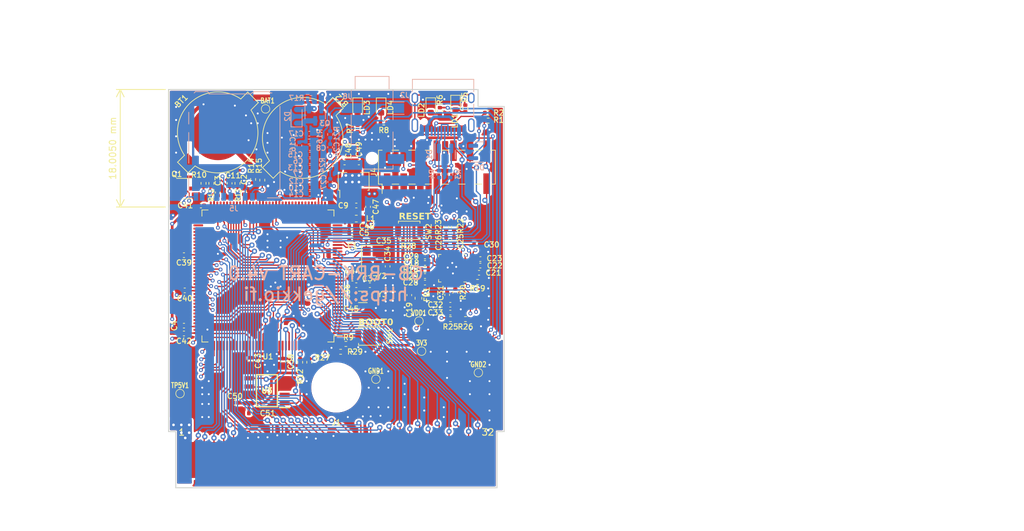
<source format=kicad_pcb>
(kicad_pcb (version 20221018) (generator pcbnew)
  (title_block (title "ICECART-GB") (rev "v5.1") (company "Iceberg Tech LLC") (comment 1 "https://icebergtech.xyz"))
  (layers (0 "F.Cu" signal) (1 "In1.Cu" power) (2 "In2.Cu" signal) (31 "B.Cu" signal) (34 "B.Paste" user) (35 "F.Paste" user) (36 "B.SilkS" user "B.Silkscreen") (37 "F.SilkS" user "F.Silkscreen") (38 "B.Mask" user) (39 "F.Mask" user) (44 "Edge.Cuts" user))
  (net 0 "")
  (net 1 "3.3V")
  (net 2 "/V_IN_ALTERNATE")
  (net 3 "SD-ON")
  (net 4 "VBAT")
  (net 5 "Net-(U1-PH0)")
  (net 6 "Net-(U1-PH1)")
  (net 7 "Net-(U1-VCAP_1)")
  (net 8 "Net-(U1-VCAP_2)")
  (net 9 "Net-(J5-VDD)")
  (net 10 "/POWER_OUTPUT")
  (net 11 "VDD")
  (net 12 "VDDA")
  (net 13 "Net-(U4-AVDD)")
  (net 14 "VCC3V3")
  (net 15 "Net-(U4-DVDD)")
  (net 16 "Net-(C24-Pad1)")
  (net 17 "Net-(C24-Pad2)")
  (net 18 "Net-(U4-ROUT1)")
  (net 19 "Net-(C25-Pad2)")
  (net 20 "Net-(U4-LOUT1)")
  (net 21 "Net-(C26-Pad2)")
  (net 22 "Net-(C27-Pad1)")
  (net 23 "Net-(C27-Pad2)")
  (net 24 "Net-(U4-VMID)")
  (net 25 "Net-(U4-ADCVREF)")
  (net 26 "Net-(U4-VREF)")
  (net 27 "/AUDIO_CODEC_MIC_ES8388/MIC")
  (net 28 "Net-(U4-RIN1)")
  (net 29 "/DAC-OUT2")
  (net 30 "/GB-RES")
  (net 31 "/GB-D7")
  (net 32 "/GB-D6")
  (net 33 "/GB-D5")
  (net 34 "/GB-D4")
  (net 35 "/GB-D3")
  (net 36 "/GB-D2")
  (net 37 "/GB-D1")
  (net 38 "/GB-D0")
  (net 39 "/GB-A15")
  (net 40 "/GB-A14")
  (net 41 "/GB-A13")
  (net 42 "/GB-A12")
  (net 43 "/GB-A11")
  (net 44 "/GB-A10")
  (net 45 "GB-VCC")
  (net 46 "/GB-A9")
  (net 47 "/GB-A8")
  (net 48 "/GB-A7")
  (net 49 "/GB-A6")
  (net 50 "/GB-A5")
  (net 51 "/GB-A4")
  (net 52 "/GB-A3")
  (net 53 "/GB-A2")
  (net 54 "/GB-A1")
  (net 55 "/GB-A0")
  (net 56 "/GB-CS")
  (net 57 "/GB-RD")
  (net 58 "/GB-WR")
  (net 59 "/GB-PHI")
  (net 61 "Net-(D1-K-Pad1)")
  (net 62 "Net-(D1-K-Pad2)")
  (net 63 "Net-(J2-CC2)")
  (net 65 "Net-(J2-CC1)")
  (net 66 "/GPIO15")
  (net 67 "/SH")
  (net 68 "/GPIO14")
  (net 69 "/GPIO13")
  (net 70 "/GPIO12")
  (net 71 "/GPIO11")
  (net 72 "/GPIO10")
  (net 73 "/GPIO9")
  (net 74 "LED1")
  (net 75 "LED2")
  (net 76 "LED3")
  (net 77 "/GPIO8")
  (net 78 "/GPIO7")
  (net 79 "/GPIO6")
  (net 80 "/GPIO5")
  (net 81 "/GPIO4")
  (net 82 "/GPIO3")
  (net 83 "/GPIO2")
  (net 84 "/GPIO1")
  (net 85 "/GPIO0")
  (net 86 "/SD-DET")
  (net 87 "/SD-D1")
  (net 88 "/SD-D0")
  (net 89 "/SD-CK")
  (net 90 "/SD-CMD")
  (net 91 "/SD-D3")
  (net 92 "/SD-D2")
  (net 93 "Net-(J8-PadT)")
  (net 94 "Net-(LD1-A)")
  (net 95 "Net-(LD2-A)")
  (net 96 "Net-(LD3-A)")
  (net 97 "Net-(LD4-A)")
  (net 98 "/USB_D+")
  (net 99 "/USB_D-")
  (net 100 "Net-(U1-BOOT0)")
  (net 101 "Net-(U4-CE)")
  (net 102 "Net-(J8-PadR)")
  (net 103 "Net-(R25-Pad1)")
  (net 107 "Net-(BT1--)")
  (net 108 "Net-(U1-PC15)")
  (net 109 "Net-(U1-NRST)")
  (net 112 "Net-(U1-PC14)")
  (net 113 "/SDA")
  (net 118 "Net-(U1-PDR_ON)")
  (net 128 "/SCL")
  (net 130 "/ASDOUT")
  (net 134 "/PD11")
  (net 137 "/DSDIN")
  (net 141 "/USB_ID")
  (net 148 "/Mem_CLK")
  (net 149 "/Mem_SO")
  (net 150 "/Mem_SI")
  (net 151 "/Mem_CS")
  (net 152 "/SCLK")
  (net 153 "/LRCK")
  (net 158 "/MCLK")
  (net 166 "GND")
  (footprint "Gekkio_MountingHole:MountingHole_7.2mm" (layer "F.Cu") (at 102.54 73.474)
    (fp_text reference "MK1" hide)
    (fp_text value "DNF" hide)
  )
  (footprint "Resistor_SMD:R_0402_1005Metric" (layer "F.Cu") (at 91.2 41.71 -90)
    (fp_text reference "R15")
    (fp_text value "47K")
  )
  (footprint "Resistor_SMD:R_0402_1005Metric" (layer "F.Cu") (at 120.57 48.9 90)
    (fp_text reference "R22")
    (fp_text value "33R")
  )
  (footprint "Capacitor_SMD:C_0402_1005Metric" (layer "F.Cu") (at 105 49.8)
    (fp_text reference "C5")
    (fp_text value "10u")
  )
  (footprint "Resistor_SMD:R_0402_1005Metric" (layer "F.Cu") (at 118.4 31.11 -90)
    (fp_text reference "R6")
    (fp_text value "510")
  )
  (footprint "Resistor_SMD:R_0402_1005Metric" (layer "F.Cu") (at 119.37 48.9 90)
    (fp_text reference "R23")
    (fp_text value "33R")
  )
  (footprint "LED_SMD:LED_0603_1608Metric" (layer "F.Cu") (at 105.8 30.6 -90)
    (fp_text reference "LD3")
    (fp_text value "RED")
  )
  (footprint "LED_SMD:LED_0603_1608Metric" (layer "F.Cu") (at 120.8 30.2 -90)
    (fp_text reference "LD1")
    (fp_text value "Green")
  )
  (footprint "brilliant-kicad-library:TestPoint_Pad_D0.9mm" (layer "F.Cu") (at 115.6 67.9)
    (fp_text reference "3V3")
    (fp_text value "3V3")
  )
  (footprint "Capacitor_SMD:C_0402_1005Metric" (layer "F.Cu") (at 124.6 53.8)
    (fp_text reference "C23")
    (fp_text value "10u")
  )
  (footprint "Resistor_SMD:R_0402_1005Metric" (layer "F.Cu") (at 87.4 42.2 -90)
    (fp_text reference "R13")
    (fp_text value "47K")
  )
  (footprint "Capacitor_SMD:C_0402_1005Metric" (layer "F.Cu") (at 105 56.8)
    (fp_text reference "C44")
    (fp_text value "100n")
  )
  (footprint "Capacitor_SMD:C_0402_1005Metric" (layer "F.Cu") (at 94.4 69.52 -90)
    (fp_text reference "C38")
    (fp_text value "100n")
  )
  (footprint "Button_Switch_SMD:SW_SPST_B3U-1000P" (layer "F.Cu") (at 107.6 65.6 180)
    (fp_text reference "SW1")
    (fp_text value "SW_Push")
  )
  (footprint "Capacitor_SMD:C_0402_1005Metric" (layer "F.Cu") (at 79.2 64 180)
    (fp_text reference "C4")
    (fp_text value "2.2uF")
  )
  (footprint "Capacitor_SMD:C_0402_1005Metric_Pad0.74x0.62mm_HandSolder" (layer "F.Cu") (at 103.8 39 180)
    (fp_text reference "C48")
    (fp_text value "100nF")
  )
  (footprint "brilliant-kicad-library:TestPoint_Pad_D0.9mm" (layer "F.Cu") (at 124.3 71.2)
    (fp_text reference "GND2")
    (fp_text value "GND")
  )
  (footprint "Capacitor_SMD:C_0402_1005Metric" (layer "F.Cu") (at 79.2 65.2 180)
    (fp_text reference "C42")
    (fp_text value "100n")
  )
  (footprint "Gekkio_Connector_PCBEdge:GameBoy_Cartridge_1x32_P1.50mm_Edge" (layer "F.Cu") (at 102.55 84.825)
    (fp_text reference "J1")
    (fp_text value "DNF")
  )
  (footprint "Resistor_SMD:R_0402_1005Metric" (layer "F.Cu") (at 103.2 68 180)
    (fp_text reference "R29")
    (fp_text value "0R")
  )
  (footprint "Resistor_SMD:R_0402_1005Metric" (layer "F.Cu") (at 124.17 57.3)
    (fp_text reference "R19")
    (fp_text value "100R")
  )
  (footprint "Inductor_SMD:L_0603_1608Metric" (layer "F.Cu") (at 105.6 47.6 180)
    (fp_text reference "L1")
    (fp_text value "L")
  )
  (footprint "Capacitor_SMD:C_0402_1005Metric" (layer "F.Cu") (at 124.6 54.8)
    (fp_text reference "C22")
    (fp_text value "100n")
  )
  (footprint "Capacitor_SMD:C_0402_1005Metric" (layer "F.Cu") (at 79.32 58.6 180)
    (fp_text reference "C40")
    (fp_text value "100n")
  )
  (footprint "Capacitor_SMD:C_0402_1005Metric" (layer "F.Cu") (at 89.624 77.425)
    (fp_text reference "C51")
    (fp_text value "10u")
  )
  (footprint "Capacitor_SMD:C_0402_1005Metric" (layer "F.Cu") (at 106 39)
    (fp_text reference "C49")
    (fp_text value "10u")
  )
  (footprint "Capacitor_SMD:C_0402_1005Metric" (layer "F.Cu") (at 88.4 43.4 90)
    (fp_text reference "C2")
    (fp_text value "100n")
  )
  (footprint "Package_TO_SOT_SMD:SOT-23" (layer "F.Cu") (at 79.7375 43)
    (fp_text reference "Q1")
    (fp_text value "AO3401A")
  )
  (footprint "Capacitor_SMD:C_0402_1005Metric" (layer "F.Cu") (at 105 48.8)
    (fp_text reference "C46")
    (fp_text value "100n")
  )
  (footprint "Resistor_SMD:R_0402_1005Metric" (layer "F.Cu") (at 98.4 69.6 90)
    (fp_text reference "R27")
    (fp_text value "4.7K")
  )
  (footprint "Package_DFN_QFN:QFN-28-1EP_4x4mm_P0.45mm_EP2.4x2.4mm" (layer "F.Cu") (at 120.32 55.2 180)
    (fp_text reference "U4" hide)
    (fp_text value "ES8388")
  )
  (footprint "Resistor_SMD:R_0402_1005Metric" (layer "F.Cu") (at 115.8 51.6 180)
    (fp_text reference "R28")
    (fp_text value "10k")
  )
  (footprint "Capacitor_SMD:C_0402_1005Metric" (layer "F.Cu") (at 119.52 59.28 90)
    (fp_text reference "C31")
    (fp_text value "1u")
  )
  (footprint "Button_Switch_SMD:SW_SPST_B3U-1000P" (layer "F.Cu") (at 113.7 49.4)
    (fp_text reference "SW2")
    (fp_text value "SW_Push")
  )
  (footprint "Capacitor_SMD:C_0402_1005Metric" (layer "F.Cu") (at 107.4 45.8 -90)
    (fp_text reference "C47")
    (fp_text value "10u")
  )
  (footprint "Capacitor_SMD:C_0402_1005Metric" (layer "F.Cu") (at 86.2 42.2 -90)
    (fp_text reference "C11")
    (fp_text value "0.1uF")
  )
  (footprint "Inductor_SMD:L_0603_1608Metric" (layer "F.Cu") (at 115.12 59.8 90)
    (fp_text reference "FB1")
    (fp_text value "L")
  )
  (footprint "LED_SMD:LED_0603_1608Metric" (layer "F.Cu") (at 117 30.5875 -90)
    (fp_text reference "LD2")
    (fp_text value "Orange")
  )
  (footprint "Capacitor_SMD:C_0402_1005Metric" (layer "F.Cu") (at 89.4 69.4 -90)
    (fp_text reference "C43")
    (fp_text value "100n")
  )
  (footprint "brilliant-kicad-library:TestPoint_Pad_D0.9mm" (layer "F.Cu") (at 108.6 72.2)
    (fp_text reference "GND1")
    (fp_text value "GND")
  )
  (footprint "Capacitor_SMD:C_0402_1005Metric" (layer "F.Cu") (at 116.12 54.4 180)
    (fp_text reference "C18")
    (fp_text value "100n")
  )
  (footprint "Capacitor_SMD:C_0402_1005Metric" (layer "F.Cu") (at 120.57 50.9 90)
    (fp_text reference "C25")
    (fp_text value "22u")
  )
  (footprint "brilliant-kicad-library:TestPoint_Pad_D0.9mm" (layer "F.Cu") (at 115.2 63.3)
    (fp_text reference "VDD1")
    (fp_text value "VDD")
  )
  (footprint "Capacitor_SMD:C_0402_1005Metric" (layer "F.Cu") (at 105.6 57.8)
    (fp_text reference "C36")
    (fp_text value "22p")
  )
  (footprint "Resistor_SMD:R_0402_1005Metric" (layer "F.Cu") (at 120.77 58.9 -90)
    (fp_text reference "R20")
    (fp_text value "10K")
  )
  (footprint "Resistor_SMD:R_0402_1005Metric" (layer "F.Cu") (at 82.2 42.2 -90)
    (fp_text reference "R10")
    (fp_text value "47K")
  )
  (footprint "Resistor_SMD:R_0402_1005Metric" (layer "F.Cu") (at 109.81 32.9 180)
    (fp_text reference "R8")
    (fp_text value "510")
  )
  (footprint "Resistor_SMD:R_0402_1005Metric" (layer "F.Cu") (at 97 69.6 90)
    (fp_text reference "R12")
    (fp_text value "4.7K")
  )
  (footprint "Capacitor_SMD:C_0402_1005Metric" (layer "F.Cu") (at 116.12 53.4 180)
    (fp_text reference "C20")
    (fp_text value "100n")
  )
  (footprint "Resistor_SMD:R_0402_1005Metric" (layer "F.Cu") (at 125.8 31.4)
    (fp_text reference "R2")
    (fp_text value "5k1")
  )
  (footprint "Capacitor_SMD:C_0402_1005Metric" (layer "F.Cu") (at 120 62)
    (fp_text reference "C33")
    (fp_text value "10u")
  )
  (footprint "Capacitor_SMD:C_0402_1005Metric" (layer "F.Cu") (at 105 50.8)
    (fp_text reference "C1")
    (fp_text value "10u")
  )
  (footprint "Resistor_SMD:R_0402_1005Metric" (layer "F.Cu") (at 122.32 63 180)
    (fp_text reference "R26")
    (fp_text value "1K")
  )
  (footprint "Connector_PinHeader_2.54mm:PinHeader_2x07_P2.54mm_Vertical_SMD" (layer "F.Cu") (at 117.94 39.725 90)
    (fp_text reference "J4")
    (fp_text value "Conn_02x08_Odd_Even")
  )
  (footprint "Capacitor_SMD:C_0402_1005Metric" (layer "F.Cu") (at 119.37 50.9 90)
    (fp_text reference "C26")
    (fp_text value "22u")
  )
  (footprint "greencharge-footprints:AG10-LR1130-BUTTONCELL_BAT" (layer "F.Cu") (at 79.77679 38.965259 45)
    (fp_text reference "BT1")
    (fp_text value "Battery_Cell")
  )
  (footprint "brilliant-kicad-library:TestPoint_Pad_D0.9mm" (layer "F.Cu") (at 78.6 74.4)
    (fp_text reference "TP5V1")
    (fp_text value "5V")
  )
  (footprint "Capacitor_SMD:C_0402_1005Metric" (layer "F.Cu") (at 124.4 55.9)
    (fp_text reference "C21")
    (fp_text value "100n")
  )
  (footprint "Capacitor_SMD:C_0402_1005Metric" (layer "F.Cu") (at 107.6 51)
    (fp_text reference "C35")
    (fp_text value "22p")
  )
  (footprint "Capacitor_SMD:C_0402_1005Metric" (layer "F.Cu") (at 87 75.8 180)
    (fp_text reference "C50")
    (fp_text value "100n")
  )
  (footprint "Resistor_SMD:R_0402_1005Metric" (layer "F.Cu") (at 104 66.8 180)
    (fp_text reference "R9")
    (fp_text value "10k")
  )
  (footprint "Package_QFP:LQFP-144_20x20mm_P0.5mm" (layer "F.Cu") (at 92.0625 56.388 180)
    (fp_text reference "U1")
    (fp_text value "STM32F407ZGTx")
  )
  (footprint "Crystal:Crystal_SMD_3225-4Pin_3.2x2.5mm" (layer "F.Cu") (at 108.05 53.7 -90)
    (fp_text reference "Y2")
    (fp_text value "8MHz")
  )
  (footprint "Capacitor_SMD:C_0402_1005Metric" (layer "F.Cu") (at 124.12 51.6)
    (fp_text reference "C30")
    (fp_text value "100n")
  )
  (footprint "LED_SMD:LED_0603_1608Metric" (layer "F.Cu") (at 109.4 30.6 -90)
    (fp_text reference "LD4")
    (fp_text value "Blue")
  )
  (footprint "greencharge-footprints:AG10-LR1130-BUTTONCELL_BAT" (layer "F.Cu") (at 92.8 39.8 45)
    (fp_text reference "BT2")
    (fp_text value "Battery_Cell")
  )
  (footprint "Capacitor_SMD:C_0402_1005Metric" (layer "F.Cu") (at 79.2 53.2 180)
    (fp_text reference "C39")
    (fp_text value "100n")
  )
  (footprint "Capacitor_SMD:C_0402_1005Metric" (layer "F.Cu") (at 84.4 43.6 90)
    (fp_text reference "C3")
    (fp_text value "2.2uF")
  )
  (footprint "Capacitor_SMD:C_0402_1005Metric" (layer "F.Cu") (at 120 60.8)
    (fp_text reference "C32")
    (fp_text value "100n")
  )
  (footprint "Capacitor_SMD:C_0402_1005Metric" (layer "F.Cu") (at 113.72 59.32 -90)
    (fp_text reference "C19")
    (fp_text value "10u")
  )
  (footprint "Capacitor_SMD:C_0402_1005Metric" (layer "F.Cu") (at 116.12 56.4 180)
    (fp_text reference "C29")
    (fp_text value "100n")
  )
  (footprint "Capacitor_SMD:C_0402_1005Metric_Pad0.74x0.62mm_HandSolder" (layer "F.Cu") (at 105.6 45.6 180)
    (fp_text reference "C9")
    (fp_text value "100nF")
  )
  (footprint "Resistor_SMD:R_0402_1005Metric" (layer "F.Cu") (at 105.8 33.8 90)
    (fp_text reference "R7")
    (fp_text value "510")
  )
  (footprint "Resistor_SMD:R_0402_1005Metric" (layer "F.Cu") (at 122.3 30.735 -90)
    (fp_text reference "R5")
    (fp_text value "510")
  )
  (footprint "Capacitor_SMD:C_0402_1005Metric" (layer "F.Cu") (at 107.68 57.8 180)
    (fp_text reference "C37")
    (fp_text value "22p")
  )
  (footprint "Resistor_SMD:R_0402_1005Metric" (layer "F.Cu") (at 120.03 63 180)
    (fp_text reference "R25")
    (fp_text value "2K")
  )
  (footprint "brilliant-kicad-library:TestPoint_Pad_D0.9mm" (layer "F.Cu") (at 91.7 30.8)
    (fp_text reference "BAT1")
    (fp_text value "BAT")
  )
  (footprint "Resistor_SMD:R_0402_1005Metric" (layer "F.Cu") (at 125.8 32.6)
    (fp_text reference "R1")
    (fp_text value "5k1")
  )
  (footprint "IS66WVS4M8BLL:SOIC127P600X175-8N" (layer "F.Cu") (at 91.912 73.965 180)
    (fp_text reference "U3")
    (fp_text value "IS66WVS4M8BLL-104NLI" hide)
  )
  (footprint "Crystal:Crystal_SMD_3215-2Pin_3.2x1.5mm" (layer "F.Cu") (at 106.6 59.6)
    (fp_text reference "Y3")
    (fp_text value "32.768KHz")
  )
  (footprint "Package_TO_SOT_SMD:SOT-89-3" (layer "F.Cu") (at 105.2 42.2 90)
    (fp_text reference "U2" hide)
    (fp_text value "HT75xx-1-SOT89")
  )
  (footprint "Capacitor_SMD:C_0402_1005Metric" (layer "F.Cu") (at 104.8 62.6)
    (fp_text reference "C45")
    (fp_text value "100n")
  )
  (footprint "Capacitor_SMD:C_0402_1005Metric" (layer "F.Cu") (at 81.8 45.6 180)
    (fp_text reference "C41")
    (fp_text value "100n")
  )
  (footprint "Resistor_SMD:R_0402_1005Metric" (layer "F.Cu") (at 89.8 41.6 -90)
    (fp_text reference "R14")
    (fp_text value "47K")
  )
  (footprint "Resistor_SMD:R_0402_1005Metric" (layer "F.Cu") (at 116.12 55.4)
    (fp_text reference "R18")
    (fp_text value "4.7R")
  )
  (footprint "Capacitor_SMD:C_0402_1005Metric" (layer "F.Cu") (at 110.4 54.92 90)
    (fp_text reference "C34")
    (fp_text value "22p")
  )
  (footprint "Resistor_SMD:R_0402_1005Metric" (layer "F.Cu") (at 83.4 42.2 -90)
    (fp_text reference "R11")
    (fp_text value "47K")
  )
  (footprint "Capacitor_SMD:C_0402_1005Metric" (layer "F.Cu") (at 116.12 57.4 180)
    (fp_text reference "C28")
    (fp_text value "100n")
  )
  (footprint "Connector_USB:USB_C_Receptacle_HRO_TYPE-C-31-M-12" (layer "B.Cu") (at 118.89 30.17)
    (fp_text reference "J2")
    (fp_text value "TYPE-C-31-M-12")
  )
  (footprint "Capacitor_SMD:C_0402_1005Metric" (layer "B.Cu") (at 98.48 37.8 180)
    (fp_text reference "C15")
    (fp_text value "100nF")
  )
  (footprint "Capacitor_SMD:C_0402_1005Metric" (layer "B.Cu") (at 98.48 43.8 180)
    (fp_text reference "C14")
    (fp_text value "100nF")
  )
  (footprint "Package_TO_SOT_SMD:SOT-23" (layer "B.Cu") (at 99.3 31.6875 -90)
    (fp_text reference "Q3")
    (fp_text value "PJM2319PSA")
  )
  (footprint "Resistor_SMD:R_0402_1005Metric" (layer "B.Cu") (at 98.65 29.15)
    (fp_text reference "R17")
    (fp_text value "10k")
  )
  (footprint "Resistor_SMD:R_0402_1005Metric" (layer "B.Cu") (at 120 40.8 -90)
    (fp_text reference "R3")
    (fp_text value "20")
  )
  (footprint "Capacitor_SMD:C_0402_1005Metric" (layer "B.Cu") (at 98.48 40.8 180)
    (fp_text reference "C7")
    (fp_text value "100nF")
  )
  (footprint "Capacitor_SMD:C_0402_1005Metric" (layer "B.Cu") (at 98.4 34.6)
    (fp_text reference "C17")
    (fp_text value "4.7u")
  )
  (footprint "Capacitor_SMD:C_0402_1005Metric" (layer "B.Cu") (at 98.48 38.8 180)
    (fp_text reference "C6")
    (fp_text value "100nF")
  )
  (footprint "Resistor_SMD:R_0402_1005Metric" (layer "B.Cu") (at 98.37 35.8 180)
    (fp_text reference "R16")
    (fp_text value "0")
  )
  (footprint "Resistor_SMD:R_0402_1005Metric" (layer "B.Cu") (at 118.3 40.8 -90)
    (fp_text reference "R4")
    (fp_text value "20")
  )
  (footprint "Connector_Card:microSD_HC_Hirose_DM3AT-SF-PEJM5" (layer "B.Cu") (at 86.91 36.54)
    (fp_text reference "J5")
    (fp_text value "Micro_SD_Card_Det")
  )
  (footprint "Capacitor_SMD:C_0402_1005Metric" (layer "B.Cu") (at 101.6 36.68 90)
    (fp_text reference "C24")
    (fp_text value "22u")
  )
  (footprint "Capacitor_SMD:C_0402_1005Metric" (layer "B.Cu") (at 96.88 36.4 -90)
    (fp_text reference "C16")
    (fp_text value "1uF")
  )
  (footprint "Capacitor_SMD:C_0402_1005Metric" (layer "B.Cu") (at 98.48 39.8 180)
    (fp_text reference "C13")
    (fp_text value "100nF")
  )
  (footprint "Resistor_SMD:R_0402_1005Metric" (layer "B.Cu") (at 101.6 34.71 90)
    (fp_text reference "R21")
    (fp_text value "0R")
  )
  (footprint "Connector_Audio:Jack_3.5mm_PJ31060-I_Horizontal" (layer "B.Cu") (at 108.025 35.025 180)
    (fp_text reference "J8")
    (fp_text value "AudioJack3_Ground")
  )
  (footprint "Diode_SMD:D_SOD-323" (layer "B.Cu") (at 96.45 31.95 90)
    (fp_text reference "D2")
    (fp_text value "D_Schottky_Small")
  )
  (footprint "Resistor_SMD:R_0402_1005Metric" (layer "B.Cu") (at 101.6 39.4 90)
    (fp_text reference "R24")
    (fp_text value "0R")
  )
  (footprint "Capacitor_SMD:C_0402_1005Metric" (layer "B.Cu") (at 98.48 36.8 180)
    (fp_text reference "C8")
    (fp_text value "100nF")
  )
  (footprint "Capacitor_SMD:C_0402_1005Metric" (layer "B.Cu") (at 101.6 42 90)
    (fp_text reference "C27")
    (fp_text value "22u")
  )
  (footprint "Package_TO_SOT_SMD:SOT-23" (layer "B.Cu") (at 124.4625 37.4)
    (fp_text reference "D3")
    (fp_text value "SP0502BAHT")
  )
  (footprint "Capacitor_SMD:C_0402_1005Metric" (layer "B.Cu") (at 98.48 42.8 180)
    (fp_text reference "C10")
    (fp_text value "100nF")
  )
  (footprint "Package_TO_SOT_SMD:SOT-23" (layer "B.Cu") (at 119.2 37.8 -90)
    (fp_text reference "D1")
    (fp_text value "SP0502BAHT")
  )
  (footprint "Capacitor_SMD:C_0402_1005Metric" (layer "B.Cu") (at 98.48 41.8 180)
    (fp_text reference "C12")
    (fp_text value "100nF")
  )
  (gr_line (start 76.85 27.825) (end 76.85 45.83) (stroke (width 0.15)) (layer "F.SilkS"))
  (gr_line (start 128.25 80.225) (end 128.25 30.425) (stroke (width 0.15)) (layer "Edge.Cuts"))
  (gr_line (start 128.25 30.425) (end 124.25 30.425) (stroke (width 0.15)) (layer "Edge.Cuts"))
  (gr_line (start 77.95 88.825) (end 77.95 80.225) (stroke (width 0.15)) (layer "Edge.Cuts"))
  (gr_line (start 127.15 88.825) (end 127.15 80.225) (stroke (width 0.15)) (layer "Edge.Cuts"))
  (gr_line (start 76.85 80.225) (end 76.85 27.825) (stroke (width 0.15)) (layer "Edge.Cuts"))
  (gr_line (start 124.25 27.825) (end 124.25 30.425) (stroke (width 0.15)) (layer "Edge.Cuts"))
  (gr_line (start 77.95 88.825) (end 127.15 88.825) (stroke (width 0.15)) (layer "Edge.Cuts"))
  (gr_line (start 76.85 27.825) (end 124.25 27.825) (stroke (width 0.15)) (layer "Edge.Cuts"))
  (gr_line (start 127.15 80.225) (end 128.25 80.225) (stroke (width 0.15)) (layer "Edge.Cuts"))
  (gr_line (start 77.95 80.225) (end 76.85 80.225) (stroke (width 0.15)) (layer "Edge.Cuts"))
  (gr_text "GB-BRK-CART v4.0\nhttps://gekkio.fi" (at 100.92 57.6) (layer "B.SilkS") (effects (font (size 2 2) (thickness 0.3)) (justify mirror)))
  (gr_text "BOOT0" (at 105.9 64.1) (layer "F.SilkS") (effects (font (size 1 1) (thickness 0.2) bold) (justify left bottom)))
  (gr_text "RESET" (at 112.1 47.9) (layer "F.SilkS") (effects (font (size 1 1) (thickness 0.2) bold) (justify left bottom)))
  (dimension (type aligned) (layer "F.SilkS") (pts (xy 76.85 45.83) (xy 76.85 27.825)) (height -7.4) (gr_text "18.0050 mm" (at 68.3 36.8275 90) (layer "F.SilkS") (effects (font (size 1 1) (thickness 0.15)))) (format (prefix "") (suffix "") (units 3) (units_format 1) (precision 4)) (style (thickness 0.15) (arrow_length 1.27) (text_position_mode 0) (extension_height 0.58642) (extension_offset 0.5) keep_text_aligned))
  (segment (start 98.955025 71.244975) (end 101 69.2) (width 0.4) (layer "F.Cu") (net 1))
  (segment (start 108.4 44.6) (end 108.4 43.8) (width 0.8) (layer "F.Cu") (net 1))
  (segment (start 89.144 77.425) (end 89.144 75.926) (width 0.4) (layer "F.Cu") (net 1))
  (segment (start 91.53 75.87) (end 92.6 74.8) (width 0.4) (layer "F.Cu") (net 1))
  (segment (start 92.6 74.8) (end 92.6 72.1965) (width 0.4) (layer "F.Cu") (net 1))
  (segment (start 77.75 43.95) (end 77.7 43.9) (width 0.4) (layer "F.Cu") (net 1))
  (segment (start 89.2 75.87) (end 87.55 75.87) (width 0.4) (layer "F.Cu") (net 1))
  (segment (start 110.7 67) (end 114 67) (width 0.4) (layer "F.Cu") (net 1))
  (segment (start 115.6 67.9) (end 114.9 67.9) (width 0.4) (layer "F.Cu") (net 1))
  (segment (start 114.9 67.9) (end 114 67) (width 0.4) (layer "F.Cu") (net 1))
  (segment (start 109.3 67.3) (end 109.3 65.6) (width 0.4) (layer "F.Cu") (net 1))
  (segment (start 78.1 41.2) (end 80.692893 41.2) (width 0.4) (layer "F.Cu") (net 1))
  (segment (start 112 63.975735) (end 112 49.4) (width 0.4) (layer "F.Cu") (net 1))
  (segment (start 77.9 41.4) (end 78.1 41.2) (width 0.4) (layer "F.Cu") (net 1))
  (segment (start 93.551525 71.244975) (end 98.955025 71.244975) (width 0.4) (layer "F.Cu") (net 1))
  (segment (start 80.692893 41.2) (end 81.692893 40.2) (width 0.4) (layer "F.Cu") (net 1))
  (segment (start 107.4 69.2) (end 109.3 67.3) (width 0.4) (layer "F.Cu") (net 1))
  (segment (start 92.6 72.1965) (end 93.551525 71.244975) (width 0.4) (layer "F.Cu") (net 1))
  (segment (start 77.7 43.9) (end 77.6625 43.8625) (width 0.4) (layer "F.Cu") (net 1))
  (segment (start 101 69.2) (end 107.4 69.2) (width 0.4) (layer "F.Cu") (net 1))
  (segment (start 89.2 75.87) (end 91.53 75.87) (width 0.4) (layer "F.Cu") (net 1))
  (segment (start 109.3 65.6) (end 110.7 67) (width 0.4) (layer "F.Cu") (net 1))
  (segment (start 77.6625 41.6375) (end 77.9 41.4) (width 0.4) (layer "F.Cu") (net 1))
  (segment (start 78.8 43.95) (end 77.75 43.95) (width 0.4) (layer "F.Cu") (net 1))
  (segment (start 77.6625 43.8625) (end 77.6625 41.6375) (width 0.4) (layer "F.Cu") (net 1))
  (segment (start 81.692893 40.2) (end 88.2 40.2) (width 0.4) (layer "F.Cu") (net 1))
  (segment (start 87.55 75.87) (end 87.48 75.8) (width 0.4) (layer "F.Cu") (net 1))
  (segment (start 112 48.2) (end 108.4 44.6) (width 0.8) (layer "F.Cu") (net 1))
  (segment (start 112 49.4) (end 112 48.2) (width 0.8) (layer "F.Cu") (net 1))
  (segment (start 112.824265 64.8) (end 112 63.975735) (width 0.4) (layer "F.Cu") (net 1))
  (segment (start 89.144 75.926) (end 89.2 75.87) (width 0.4) (layer "F.Cu") (net 1))
  (via (at 99.15 30.75) (size 0.6) (drill 0.3) (layers "F.Cu" "B.Cu") (net 1))
  (via (at 112.824265 64.8) (size 0.6) (drill 0.3) (layers "F.Cu" "B.Cu") (net 1))
  (via (at 108.4 43.8) (size 0.6) (drill 0.3) (layers "F.Cu" "B.Cu") (net 1))
  (via (at 114 67) (size 0.6) (drill 0.3) (layers "F.Cu" "B.Cu") (net 1))
  (via (at 88.2 40.2) (size 0.6) (drill 0.3) (layers "F.Cu" "B.Cu") (net 1))
  (via (at 107.6 43.8) (size 0.6) (drill 0.3) (layers "F.Cu" "B.Cu") (net 1))
  (segment (start 98.35 30.75) (end 97.8 30.75) (width 0.4) (layer "B.Cu") (net 1))
  (segment (start 98.35 30.75) (end 98.35 29.95) (width 0.4) (layer "B.Cu") (net 1))
  (segment (start 97.55 30.75) (end 97.4 30.9) (width 0.4) (layer "B.Cu") (net 1))
  (segment (start 96.45 30.9) (end 97.4 30.9) (width 0.8) (layer "B.Cu") (net 1))
  (segment (start 98.35 29.95) (end 98.14 29.74) (width 0.4) (layer "B.Cu") (net 1))
  (segment (start 98.14 29.74) (end 98.14 29.15) (width 0.4) (layer "B.Cu") (net 1))
  (segment (start 112.824265 65.937258) (end 113.887007 67) (width 0.4) (layer "B.Cu") (net 1))
  (segment (start 113.887007 67) (end 114 67) (width 0.4) (layer "B.Cu") (net 1))
  (segment (start 97.8 30.75) (end 97.55 30.75) (width 0.4) (layer "B.Cu") (net 1))
  (segment (start 112.824265 64.8) (end 112.824265 65.937258) (width 0.4) (layer "B.Cu") (net 1))
  (segment (start 99.15 30.75) (end 97.8 30.75) (width 0.8) (layer "B.Cu") (net 1))
  (segment (start 91.3 29) (end 89.812759 29) (width 0.8) (layer "F.Cu") (net 2))
  (segment (start 91.7 29.4) (end 91.3 29) (width 0.4) (layer "F.Cu") (net 2))
  (segment (start 79.105038 31.494962) (end 81.498881 29.101119) (width 0.8) (layer "F.Cu") (net 2))
  (segment (start 88.297426 29.101119) (end 89.004533 29.808226) (width 0.8) (layer "F.Cu") (net 2))
  (segment (start 91.7 30.8) (end 91.7 29.4) (width 0.4) (layer "F.Cu") (net 2))
  (segment (start 79.105038 38.293507) (end 79.105038 31.494962) (width 0.8) (layer "F.Cu") (net 2))
  (segment (start 79.812145 39.000614) (end 79.105038 38.293507) (width 0.8) (layer "F.Cu") (net 2))
  (segment (start 100.4 28.6) (end 100 29) (width 0.8) (layer "F.Cu") (net 2))
  (segment (start 89.812759 29) (end 89.004533 29.808226) (width 0.8) (layer "F.Cu") (net 2))
  (segment (start 100 29) (end 91.3 29) (width 0.8) (layer "F.Cu") (net 2))
  (segment (start 81.498881 29.101119) (end 88.297426 29.101119) (width 0.8) (layer "F.Cu") (net 2))
  (via (at 100.4 28.6) (size 0.6) (drill 0.3) (layers "F.Cu" "B.Cu") (net 2))
  (segment (start 100.25 28.75) (end 100.25 30.75) (width 0.8) (layer "B.Cu") (net 2))
  (segment (start 100.4 28.6) (end 100.25 28.75) (width 0.8) (layer "B.Cu") (net 2))
  (segment (start 82.9495 67.0505) (end 83.3125 67.0505) (width 0.2) (layer "F.Cu") (net 3))
  (segment (start 78.8 42.503052) (end 80 43.703052) (width 0.2) (layer "F.Cu") (net 3))
  (segment (start 80 43.703052) (end 80 44.865) (width 0.2) (layer "F.Cu") (net 3))
  (segment (start 79 42.25) (end 78.8 42.05) (width 0.2) (layer "F.Cu") (net 3))
  (segment (start 82 68) (end 82.9495 67.0505) (width 0.2) (layer "F.Cu") (net 3))
  (segment (start 78.8 42.05) (end 78.8 42.503052) (width 0.2) (layer "F.Cu") (net 3))
  (via (at 82 68) (size 0.6) (drill 0.3) (layers "F.Cu" "B.Cu") (net 3))
  (via (at 80 44.865) (size 0.6) (drill 0.3) (layers "F.Cu" "B.Cu") (net 3))
  (segment (start 104.282 62.638) (end 104.32 62.6) (width 0.2) (layer "F.Cu") (net 4))
  (segment (start 102.725 62.638) (end 104.282 62.638) (width 0.2) (layer "F.Cu") (net 4))
  (segment (start 108.4 53.8) (end 106.2 53.8) (width 0.2) (layer "F.Cu") (net 5))
  (segment (start 105.862 54.138) (end 102.725 54.138) (width 0.2) (layer "F.Cu") (net 5))
  (segment (start 108.9 54.8) (end 108.9 54.3) (width 0.2) (layer "F.Cu") (net 5))
  (segment (start 109.5 55.4) (end 108.9 54.8) (width 0.2) (layer "F.Cu") (net 5))
  (segment (start 108.9 54.3) (end 108.4 53.8) (width 0.2) (layer "F.Cu") (net 5))
  (segment (start 110.4 55.4) (end 109.5 55.4) (width 0.2) (layer "F.Cu") (net 5))
  (segment (start 106.2 53.8) (end 105.862 54.138) (width 0.2) (layer "F.Cu") (net 5))
  (segment (start 107.12 51) (end 107.12 52.52) (width 0.2) (layer "F.Cu") (net 6))
  (segment (start 107.12 52.52) (end 107.2 52.6) (width 0.2) (layer "F.Cu") (net 6))
  (segment (start 106.2 52.6) (end 105.162 53.638) (width 0.2) (layer "F.Cu") (net 6))
  (segment (start 107.2 52.6) (end 106.2 52.6) (width 0.2) (layer "F.Cu") (net 6))
  (segment (start 105.162 53.638) (end 102.725 53.638) (width 0.2) (layer "F.Cu") (net 6))
  (segment (start 83.8125 45.7255) (end 83.8125 44.3875) (width 0.2) (layer "F.Cu") (net 7))
  (segment (start 83.8125 44.3875) (end 84.12 44.08) (width 0.2) (layer "F.Cu") (net 7))
  (segment (start 84.12 44.08) (end 84.4 44.08) (width 0.2) (layer "F.Cu") (net 7))
  (segment (start 79.818 64.138) (end 79.68 64) (width 0.2) (layer "F.Cu") (net 8))
  (segment (start 81.4 64.138) (end 79.818 64.138) (width 0.2) (layer "F.Cu") (net 8))
  (segment (start 87.31 41.69) (end 86.32 42.68) (width 0.2) (layer "F.Cu") (net 9))
  (segment (start 84.89 41.69) (end 82.2 41.69) (width 0.2) (layer "F.Cu") (net 9))
  (segment (start 87.4 41.4) (end 87.4 41.69) (width 0.2) (layer "F.Cu") (net 9))
  (segment (start 87.71 41.09) (end 87.4 41.4) (width 0.2) (layer "F.Cu") (net 9))
  (segment (start 89.8 41.09) (end 91.09 41.09) (width 0.2) (layer "F.Cu") (net 9))
  (segment (start 89.8 41.09) (end 87.71 41.09) (width 0.2) (layer "F.Cu") (net 9))
  (segment (start 87.4 41.69) (end 87.31 41.69) (width 0.2) (layer "F.Cu") (net 9))
  (segment (start 85.88 42.68) (end 84.89 41.69) (width 0.2) (layer "F.Cu") (net 9))
  (segment (start 91.09 41.09) (end 91.2 41.2) (width 0.2) (layer "F.Cu") (net 9))
  (segment (start 86.32 42.68) (end 86.2 42.68) (width 0.2) (layer "F.Cu") (net 9))
  (segment (start 86.2 43.4) (end 86.2 42.68) (width 0.2) (layer "F.Cu") (net 9))
  (segment (start 80.91 41.69) (end 82.2 41.69) (width 0.2) (layer "F.Cu") (net 9))
  (segment (start 80.675 43) (end 80.675 41.925) (width 0.2) (layer "F.Cu") (net 9))
  (segment (start 86.2 42.68) (end 85.88 42.68) (width 0.2) (layer "F.Cu") (net 9))
  (segment (start 80.675 41.925) (end 80.91 41.69) (width 0.2) (layer "F.Cu") (net 9))
  (via (at 86.2 43.4) (size 0.6) (drill 0.3) (layers "F.Cu" "B.Cu") (net 9))
  (segment (start 86.385 43.585) (end 86.2 43.4) (width 0.2) (layer "B.Cu") (net 9))
  (segment (start 86.385 44.265) (end 86.385 43.585) (width 0.2) (layer "B.Cu") (net 9))
  (segment (start 97.775 32.625) (end 97.4 33) (width 0.8) (layer "B.Cu") (net 10))
  (segment (start 97.86 35.8) (end 97 35.8) (width 0.4) (layer "B.Cu") (net 10))
  (segment (start 97.92 34.6) (end 97.92 35.74) (width 0.4) (layer "B.Cu") (net 10))
  (segment (start 97.92 33.52) (end 97.4 33) (width 0.4) (layer "B.Cu") (net 10))
  (segment (start 97.92 35.74) (end 97.86 35.8) (width 0.4) (layer "B.Cu") (net 10))
  (segment (start 99.3 32.625) (end 97.775 32.625) (width 0.8) (layer "B.Cu") (net 10))
  (segment (start 97 35.8) (end 96.88 35.92) (width 0.4) (layer "B.Cu") (net 10))
  (segment (start 97.4 33) (end 96.45 33) (width 0.8) (layer "B.Cu") (net 10))
  (segment (start 97.92 34.6) (end 97.92 33.52) (width 0.4) (layer "B.Cu") (net 10))
  (segment (start 82.16991 65.138) (end 82.23191 65.2) (width 0.2) (layer "F.Cu") (net 11))
  (segment (start 104.358 50.638) (end 104.52 50.8) (width 0.2) (layer "F.Cu") (net 11))
  (segment (start 81.4 58.638) (end 79.838 58.638) (width 0.2) (layer "F.Cu") (net 11))
  (segment (start 77.4 60.1) (end 77.4 59) (width 0.4) (layer "F.Cu") (net 11))
  (segment (start 98.4 70.11) (end 97 70.11) (width 0.4) (layer "F.Cu") (net 11))
  (segment (start 93.3125 48.26397) (end 93.424265 48.375735) (width 0.2) (layer "F.Cu") (net 11))
  (segment (start 79.838 58.638) (end 79.8 58.6) (width 0.2) (layer "F.Cu") (net 11))
  (segment (start 90.44 69.04) (end 90.32 68.92) (width 0.4) (layer "F.Cu") (net 11))
  (segment (start 115.12 60.5875) (end 115.12 64.08) (width 0.2) (layer "F.Cu") (net 11))
  (segment (start 102.725 50.638) (end 104.358 50.638) (width 0.2) (layer "F.Cu") (net 11))
  (segment (start 99.8125 45.7255) (end 99.8125 44.0125) (width 0.2) (layer "F.Cu") (net 11))
  (segment (start 88.3125 45.7255) (end 88.3125 43.9675) (width 0.2) (layer "F.Cu") (net 11))
  (segment (start 94.3125 68.9525) (end 94.4 69.04) (width 0.2) (layer "F.Cu") (net 11))
  (segment (start 82.23191 65.2) (end 88.6 65.2) (width 0.2) (layer "F.Cu") (net 11))
  (segment (start 97 70.11) (end 96.31 70.11) (width 0.4) (layer "F.Cu") (net 11))
  (segment (start 103.662 57.138) (end 102.725 57.138) (width 0.2) (layer "F.Cu") (net 11))
  (segment (start 81.4 65.138) (end 82.16991 65.138) (width 0.2) (layer "F.Cu") (net 11))
  (segment (start 83.3125 45.7255) (end 82.4055 45.7255) (width 0.2) (layer "F.Cu") (net 11))
  (segment (start 88.3125 47.146814) (end 88.4 47.234314) (width 0.2) (layer "F.Cu") (net 11))
  (segment (start 104.475 46.525) (end 105.3125 46.525) (width 0.4) (layer "F.Cu") (net 11))
  (segment (start 81.4 65.138) (end 79.742 65.138) (width 0.2) (layer "F.Cu") (net 11))
  (segment (start 104.52 56.8) (end 104 56.8) (width 0.2) (layer "F.Cu") (net 11))
  (segment (start 77.4 63) (end 77.4 59) (width 0.4) (layer "F.Cu") (net 11))
  (segment (start 89.3125 68.8325) (end 89.4 68.92) (width 0.2) (layer "F.Cu") (net 11))
  (segment (start 100.8125 68.5875) (end 99.29 70.11) (width 0.2) (layer "F.Cu") (net 11))
  (segment (start 77.25 52.95) (end 77.4 52.8) (width 0.4) (layer "F.Cu") (net 11))
  (segment (start 82.4055 45.7255) (end 82.28 45.6) (width 0.2) (layer "F.Cu") (net 11))
  (segment (start 100.1 43.7) (end 101.65 43.7) (width 0.4) (layer "F.Cu") (net 11))
  (segment (start 104 56.8) (end 103.662 57.138) (width 0.2) (layer "F.Cu") (net 11))
  (segment (start 81.189999 47) (end 82.28 45.909999) (width 0.4) (layer "F.Cu") (net 11))
  (segment (start 88.3125 43.9675) (end 88.4 43.88) (width 0.2) (layer "F.Cu") (net 11))
  (segment (start 104.52 55.28) (end 104.6 55.2) (width 0.2) (layer "F.Cu") (net 11))
  (segment (start 105.3125 46.525) (end 106.3875 47.6) (width 0.4) (layer "F.Cu") (net 11))
  (segment (start 79.279999 65.91) (end 79.68 65.509999) (width 0.4) (layer "F.Cu") (net 11))
  (segment (start 122.2 29.2) (end 122.2 30.125) (width 0.254) (layer "F.Cu") (net 11))
  (segment (start 115.12 64.08) (end 114.8 64.4) (width 0.2) (layer "F.Cu") (net 11))
  (segment (start 88.3125 45.7255) (end 88.3125 47.146814) (width 0.2) (layer "F.Cu") (net 11))
  (segment (start 77.49 65.91) (end 79.279999 65.91) (width 0.4) (layer "F.Cu") (net 11))
  (segment (start 89.3125 67.0505) (end 89.3125 68.8325) (width 0.2) (layer "F.Cu") (net 11))
  (segment (start 106.3875 47.6) (end 107 47.6) (width 0.8) (layer "F.Cu") (net 11))
  (segment (start 78.9 47) (end 81.189999 47) (width 0.4) (layer "F.Cu") (net 11))
  (segment (start 99.8 44) (end 100.1 43.7) (width 0.4) (layer "F.Cu") (net 11))
  (segment (start 93.3125 45.7255) (end 93.3125 48.26397) (width 0.2) (layer "F.Cu") (net 11))
  (segment (start 77.4 59) (end 77.25 58.85) (width 0.4) (layer "F.Cu") (net 11))
  (segment (start 82.28 45.909999) (end 82.28 45.6) (width 0.4) (layer "F.Cu") (net 11))
  (segment (start 77.25 58.85) (end 77.25 52.95) (width 0.4) (layer "F.Cu") (net 11))
  (segment (start 79.68 52.48) (end 79.68 53.2) (width 0.4) (layer "F.Cu") (net 11))
  (segment (start 78.7 60.1) (end 77.4 60.1) (width 0.4) (layer "F.Cu") (net 11))
  (segment (start 88.4 48) (end 88.4 48.4) (width 0.2) (layer "F.Cu") (net 11))
  (segment (start 77.4 52.2) (end 79.4 52.2) (width 0.4) (layer "F.Cu") (net 11))
  (segment (start 88.6 65.2) (end 89.3125 65.9125) (width 0.2) (layer "F.Cu") (net 11))
  (segment (start 81.4 53.138) (end 79.742 53.138) (width 0.2) (layer "F.Cu") (net 11))
  (segment (start 77.4 48.5) (end 78.9 47) (width 0.4) (layer "F.Cu") (net 11))
  (segment (start 93.907108 43.707108) (end 93.3125 44.301716) (width 0.2) (layer "F.Cu") (net 11))
  (segment (start 89.3125 65.9125) (end 89.3125 67.0505) (width 0.2) (layer "F.Cu") (net 11))
  (segment (start 100.8125 68.4) (end 100.8125 68.5875) (width 0.2) (layer "F.Cu") (net 11))
  (segment (start 77.4 52.8) (end 77.4 52.2) (width 0.4) (layer "F.Cu") (net 11))
  (segment (start 101.562 50.638) (end 101.2 51) (width 0.2) (layer "F.Cu") (net 11))
  (segment (start 104.52 56.8) (end 104.52 55.28) (width 0.2) (layer "F.Cu") (net 11))
  (segment (start 79.742 65.138) (end 79.68 65.2) (width 0.2) (layer "F.Cu") (net 11))
  (segment (start 95.24 69.04) (end 94.4 69.04) (width 0.4) (layer "F.Cu") (net 11))
  (segment (start 94.4 69.04) (end 90.44 69.04) (width 0.4) (layer "F.Cu") (net 11))
  (segment (start 122.2 30.125) (end 122.3 30.225) (width 0.254) (layer "F.Cu") (net 11))
  (segment (start 102.725 50.638) (end 101.562 50.638) (width 0.2) (layer "F.Cu") (net 11))
  (segment (start 93.3125 44.301716) (end 93.3125 45.7255) (width 0.2) (layer "F.Cu") (net 11))
  (segment (start 96.31 70.11) (end 95.24 69.04) (width 0.4) (layer "F.Cu") (net 11))
  (segment (start 79.4 52.2) (end 79.68 52.48) (width 0.4) (layer "F.Cu") (net 11))
  (segment (start 79.68 65.509999) (end 79.68 65.2) (width 0.4) (layer "F.Cu") (net 11))
  (segment (start 88.4 48.4) (end 88.6 48.6) (width 0.2) (layer "F.Cu") (net 11))
  (segment (start 107 47.6) (end 107.8 48.4) (width 0.8) (layer "F.Cu") (net 11))
  (segment (start 99.29 70.11) (end 98.4 70.11) (width 0.2) (layer "F.Cu") (net 11))
  (segment (start 77.4 52.8) (end 77.4 48.5) (width 0.4) (layer "F.Cu") (net 11))
  (segment (start 79.8 58.6) (end 79.8 59) (width 0.4) (layer "F.Cu") (net 11))
  (segment (start 100.8125 67.0505) (end 100.8125 68.4) (width 0.2) (layer "F.Cu") (net 11))
  (segment (start 90.32 68.92) (end 89.4 68.92) (width 0.4) (layer "F.Cu") (net 11))
  (segment (start 79.8 59) (end 78.7 60.1) (width 0.4) (layer "F.Cu") (net 11))
  (segment (start 101.65 43.7) (end 104.475 46.525) (width 0.4) (layer "F.Cu") (net 11))
  (segment (start 77.4 66) (end 77.49 65.91) (width 0.4) (layer "F.Cu") (net 11))
  (segment (start 88.4 47.234314) (end 88.4 48) (width 0.2) (layer "F.Cu") (net 11))
  (segment (start 94.3125 67.0505) (end 94.3125 68.9525) (width 0.2) (layer "F.Cu") (net 11))
  (segment (start 79.742 53.138) (end 79.68 53.2) (width 0.2) (layer "F.Cu") (net 11))
  (segment (start 99.8125 44.0125) (end 99.8 44) (width 0.2) (layer "F.Cu") (net 11))
  (segment (start 101.2 51) (end 101.2 51.6) (width 0.2) (layer "F.Cu") (net 11))
  (via (at 93.907108 43.707108) (size 0.6) (drill 0.3) (layers "F.Cu" "B.Cu") (net 11))
  (via (at 101.2 51.6) (size 0.6) (drill 0.3) (layers "F.Cu" "B.Cu") (net 11))
  (via (at 88.6 48.6) (size 0.6) (drill 0.3) (layers "F.Cu" "B.Cu") (net 11))
  (via (at 77.4 63) (size 0.6) (drill 0.3) (layers "F.Cu" "B.Cu") (net 11))
  (via (at 114.8 64.4) (size 0.6) (drill 0.3) (layers "F.Cu" "B.Cu") (net 11))
  (via (at 104.6 55.2) (size 0.6) (drill 0.3) (layers "F.Cu" "B.Cu") (net 11))
  (via (at 93.424265 48.375735) (size 0.6) (drill 0.3) (layers "F.Cu" "B.Cu") (net 11))
  (via (at 107.8 48.4) (size 0.6) (drill 0.3) (layers "F.Cu" "B.Cu") (net 11))
  (via (at 77.4 48.4) (size 0.6) (drill 0.3) (layers "F.Cu" "B.Cu") (net 11))
  (via (at 77.4 66) (size 0.6) (drill 0.3) (layers "F.Cu" "B.Cu") (net 11))
  (via (at 99.8 44) (size 0.6) (drill 0.3) (layers "F.Cu" "B.Cu") (net 11))
  (via (at 122.2 29.2) (size 0.6) (drill 0.3) (layers "F.Cu" "B.Cu") (net 11))
  (via (at 100.8125 68.4) (size 0.6) (drill 0.3) (layers "F.Cu" "B.Cu") (net 11))
  (segment (start 98.88 35.8) (end 98.88 43.72) (width 0.4) (layer "B.Cu") (net 11))
  (segment (start 113.398 29.598) (end 114.047 30.247) (width 0.254) (layer "B.Cu") (net 11))
  (segment (start 100 35.8) (end 100.6 35.2) (width 0.254) (layer "B.Cu") (net 11))
  (segment (start 101.173 33.649892) (end 101.173 30.627) (width 0.254) (layer "B.Cu") (net 11))
  (segment (start 115.159555 30) (end 121.4 30) (width 0.254) (layer "B.Cu") (net 11))
  (segment (start 98.96 43.8) (end 99.6 43.8) (width 0.4) (layer "B.Cu") (net 11))
  (segment (start 93.907108 43.707108) (end 94.637 44.437) (width 0.254) (layer "B.Cu") (net 11))
  (segment (start 114.047 30.247) (end 114.912555 30.247) (width 0.254) (layer "B.Cu") (net 11))
  (segment (start 100.6 34.222892) (end 101.173 33.649892) (width 0.254) (layer "B.Cu") (net 11))
  (segment (start 114.912555 30.247) (end 115.159555 30) (width 0.254) (layer "B.Cu") (net 11))
  (segment (start 121.4 30) (end 122.2 29.2) (width 0.254) (layer "B.Cu") (net 11))
  (segment (start 101.173 30.627) (end 102.202 29.598) (width 0.254) (layer "B.Cu") (net 11))
  (segment (start 100.6 35.2) (end 100.6 34.222892) (width 0.254) (layer "B.Cu") (net 11))
  (segment (start 98.632999 44.437) (end 98.96 44.109999) (width 0.254) (layer "B.Cu") (net 11))
  (segment (start 98.88 35.8) (end 100 35.8) (width 0.254) (layer "B.Cu") (net 11))
  (segment (start 94.637 44.437) (end 98.632999 44.437) (width 0.254) (layer "B.Cu") (net 11))
  (segment (start 99.6 43.8) (end 99.8 44) (width 0.4) (layer "B.Cu") (net 11))
  (segment (start 98.88 43.72) (end 98.96 43.8) (width 0.4) (layer "B.Cu") (net 11))
  (segment (start 98.96 44.109999) (end 98.96 43.8) (width 0.254) (layer "B.Cu") (net 11))
  (segment (start 102.202 29.598) (end 113.398 29.598) (width 0.254) (layer "B.Cu") (net 11))
  (segment (start 104.8125 47.6) (end 104.8125 47.7875) (width 0.4) (layer "F.Cu") (net 12))
  (segment (start 104.8125 47.7875) (end 104.52 48.08) (width 0.4) (layer "F.Cu") (net 12))
  (segment (start 104.52 48.08) (end 104.52 48.8) (width 0.4) (layer "F.Cu") (net 12))
  (segment (start 104.52 48.8) (end 104.52 49.8) (width 0.4) (layer "F.Cu") (net 12))
  (segment (start 102.725 49.138) (end 104.182 49.138) (width 0.2) (layer "F.Cu") (net 12))
  (segment (start 104.182 49.138) (end 104.52 48.8) (width 0.2) (layer "F.Cu") (net 12))
  (segment (start 102.725 49.638) (end 104.358 49.638) (width 0.2) (layer "F.Cu") (net 12))
  (segment (start 104.358 49.638) (end 104.52 49.8) (width 0.2) (layer "F.Cu") (net 12))
  (segment (start 117.2 54.4) (end 117.55 54.75) (width 0.2) (layer "F.Cu") (net 13))
  (segment (start 116.63 55.4) (end 116.63 54.43) (width 0.4) (layer "F.Cu") (net 13))
  (segment (start 116.6 54.4) (end 117.2 54.4) (width 0.2) (layer "F.Cu") (net 13))
  (segment (start 117.55 54.75) (end 118.37 54.75) (width 0.2) (layer "F.Cu") (net 13))
  (segment (start 116.63 54.43) (end 116.6 54.4) (width 0.4) (layer "F.Cu") (net 13))
  (segment (start 115.1325 59) (end 115.12 59.0125) (width 0.2) (layer "F.Cu") (net 14))
  (segment (start 117.55 54.1) (end 117.55 53.6) (width 0.2) (layer "F.Cu") (net 14))
  (segment (start 124.6 58.4) (end 123.95 58.4) (width 0.2) (layer "F.Cu") (net 14))
  (segment (start 117.35 53.4) (end 116.6 53.4) (width 0.2) (layer "F.Cu") (net 14))
  (segment (start 124.68 57.3) (end 124.68 58.32) (width 0.2) (layer "F.Cu") (net 14))
  (segment (start 115.12 59.0125) (end 113.8925 59.0125) (width 0.4) (layer "F.Cu") (net 14))
  (segment (start 122.83 63) (end 124.35 63) (width 0.2) (layer "F.Cu") (net 14))
  (segment (start 124.68 62.67) (end 124.68 57.3) (width 0.2) (layer "F.Cu") (net 14))
  (segment (start 124.68 58.32) (end 124.6 58.4) (width 0.2) (layer "F.Cu") (net 14))
  (segment (start 113.72 56.23) (end 114.65 55.3) (width 0.4) (layer "F.Cu") (net 14))
  (segment (start 118.37 54.3) (end 117.75 54.3) (width 0.2) (layer "F.Cu") (net 14))
  (segment (start 116.2 59) (end 115.1325 59) (width 0.2) (layer "F.Cu") (net 14))
  (segment (start 113.72 58.84) (end 113.72 56.23) (width 0.4) (layer "F.Cu") (net 14))
  (segment (start 124.35 63) (end 124.68 62.67) (width 0.2) (layer "F.Cu") (net 14))
  (segment (start 115.61 55.4) (end 114.75 55.4) (width 0.2) (layer "F.Cu") (net 14))
  (segment (start 117.75 54.3) (end 117.55 54.1) (width 0.2) (layer "F.Cu") (net 14))
  (segment (start 117.55 53.6) (end 117.35 53.4) (width 0.2) (layer "F.Cu") (net 14))
  (segment (start 113.8925 59.0125) (end 113.72 58.84) (width 0.4) (layer "F.Cu") (net 14))
  (segment (start 114.75 55.4) (end 114.65 55.3) (width 0.2) (layer "F.Cu") (net 14))
  (via (at 116.2 59) (size 0.6) (drill 0.3) (layers "F.Cu" "B.Cu") (net 14))
  (via (at 117.35 53.4) (size 0.6) (drill 0.3) (layers "F.Cu" "B.Cu") (net 14))
  (via (at 123.95 58.4) (size 0.6) (drill 0.3) (layers "F.Cu" "B.Cu") (net 14))
  (via (at 114.65 55.3) (size 0.6) (drill 0.3) (layers "F.Cu" "B.Cu") (net 14))
  (segment (start 114.65 55.3) (end 116.9 55.3) (width 0.2) (layer "B.Cu") (net 14))
  (segment (start 116.657108 58.542892) (end 116.2 59) (width 0.2) (layer "B.Cu") (net 14))
  (segment (start 116.9 55.3) (end 117.35 54.85) (width 0.2) (layer "B.Cu") (net 14))
  (segment (start 117.35 54.85) (end 117.35 53.4) (width 0.2) (layer "B.Cu") (net 14))
  (segment (start 123.807108 58.542892) (end 116.657108 58.542892) (width 0.2) (layer "B.Cu") (net 14))
  (segment (start 123.95 58.4) (end 123.807108 58.542892) (width 0.2) (layer "B.Cu") (net 14))
  (segment (start 122.27 56.1) (end 123.72 56.1) (width 0.2) (layer "F.Cu") (net 15))
  (segment (start 123.72 56.1) (end 123.92 55.9) (width 0.2) (layer "F.Cu") (net 15))
  (segment (start 124.12 53.8) (end 124.12 54.8) (width 0.4) (layer "F.Cu") (net 15))
  (segment (start 123.67 55.65) (end 123.92 55.9) (width 0.2) (layer "F.Cu") (net 15))
  (segment (start 123.92 55.9) (end 123.92 55) (width 0.4) (layer "F.Cu") (net 15))
  (segment (start 123.92 55) (end 124.12 54.8) (width 0.4) (layer "F.Cu") (net 15))
  (segment (start 122.27 55.65) (end 123.67 55.65) (width 0.2) (layer "F.Cu") (net 15))
  (segment (start 123.66 56.16) (end 123.92 55.9) (width 0.4) (layer "F.Cu") (net 15))
  (segment (start 123.66 57.3) (end 123.66 56.16) (width 0.4) (layer "F.Cu") (net 15))
  (segment (start 120.57 48.39) (end 120.57 47.23) (width 0.2) (layer "F.Cu") (net 16))
  (segment (start 120.57 47.23) (end 120.6 47.2) (width 0.2) (layer "F.Cu") (net 16))
  (via (at 101.6 38) (size 0.6) (drill 0.3) (layers "F.Cu" "B.Cu") (net 16))
  (via (at 120.6 47.2) (size 0.6) (drill 0.3) (layers "F.Cu" "B.Cu") (net 16))
  (segment (start 101.6 37.16) (end 101.6 38) (width 0.2) (layer "B.Cu") (net 16))
  (segment (start 101.6 36.2) (end 101.6 35.22) (width 0.2) (layer "B.Cu") (net 17))
  (segment (start 120.57 52.164316) (end 120.32 52.414315) (width 0.2) (layer "F.Cu") (net 18))
  (segment (start 120.57 51.38) (end 120.57 52.164316) (width 0.2) (layer "F.Cu") (net 18))
  (segment (start 120.32 52.414315) (end 120.32 53.25) (width 0.2) (layer "F.Cu") (net 18))
  (segment (start 120.57 49.41) (end 120.57 50.42) (width 0.2) (layer "F.Cu") (net 19))
  (segment (start 119.87 52.47) (end 119.37 51.97) (width 0.2) (layer "F.Cu") (net 20))
  (segment (start 119.37 51.97) (end 119.37 51.38) (width 0.2) (layer "F.Cu") (net 20))
  (segment (start 119.87 53.25) (end 119.87 52.47) (width 0.2) (layer "F.Cu") (net 20))
  (segment (start 119.37 50.42) (end 119.37 49.41) (width 0.2) (layer "F.Cu") (net 21))
  (segment (start 119.4 47.4) (end 119.4 48.36) (width 0.2) (layer "F.Cu") (net 22))
  (segment (start 119.4 48.36) (end 119.37 48.39) (width 0.2) (layer "F.Cu") (net 22))
  (via (at 119.4 47.4) (size 0.6) (drill 0.3) (layers "F.Cu" "B.Cu") (net 22))
  (via (at 102.175735 42.624265) (size 0.6) (drill 0.3) (layers "F.Cu" "B.Cu") (net 22))
  (segment (start 102.175735 42.624265) (end 101.744265 42.624265) (width 0.2) (layer "B.Cu") (net 22))
  (segment (start 101.744265 42.624265) (end 101.6 42.48) (width 0.2) (layer "B.Cu") (net 22))
  (segment (start 101.6 39.91) (end 101.6 41.52) (width 0.2) (layer "B.Cu") (net 23))
  (segment (start 117.8 56.1) (end 117.55 56.35) (width 0.2) (layer "F.Cu") (net 24))
  (segment (start 117.55 56.45) (end 116.6 57.4) (width 0.2) (layer "F.Cu") (net 24))
  (segment (start 118.37 56.1) (end 117.8 56.1) (width 0.2) (layer "F.Cu") (net 24))
  (segment (start 117.55 56.35) (end 117.55 56.45) (width 0.2) (layer "F.Cu") (net 24))
  (segment (start 117.55 55.65) (end 116.8 56.4) (width 0.2) (layer "F.Cu") (net 25))
  (segment (start 118.37 55.65) (end 117.55 55.65) (width 0.2) (layer "F.Cu") (net 25))
  (segment (start 116.8 56.4) (end 116.6 56.4) (width 0.2) (layer "F.Cu") (net 25))
  (segment (start 120.77 53.25) (end 120.77 52.53) (width 0.2) (layer "F.Cu") (net 26))
  (segment (start 121.7 51.6) (end 123.64 51.6) (width 0.2) (layer "F.Cu") (net 26))
  (segment (start 120.77 52.53) (end 121.7 51.6) (width 0.2) (layer "F.Cu") (net 26))
  (segment (start 118.65 62.8) (end 119.32 62.8) (width 0.2) (layer "F.Cu") (net 27))
  (segment (start 119.52 63) (end 119.52 59.76) (width 0.2) (layer "F.Cu") (net 27))
  (segment (start 119.32 62.8) (end 119.52 63) (width 0.2) (layer "F.Cu") (net 27))
  (via (at 118.65 62.8) (size 0.6) (drill 0.3) (layers "F.Cu" "B.Cu") (net 27))
  (via (at 103.85 35.85) (size 0.6) (drill 0.3) (layers "F.Cu" "B.Cu") (net 27))
  (segment (start 104.375 37.175) (end 104.375 36.375) (width 0.2) (layer "B.Cu") (net 27))
  (segment (start 104.375 36.375) (end 103.85 35.85) (width 0.2) (layer "B.Cu") (net 27))
  (segment (start 119.42 58.7) (end 119.52 58.8) (width 0.2) (layer "F.Cu") (net 28))
  (segment (start 119.42 57.15) (end 119.42 58.7) (width 0.2) (layer "F.Cu") (net 28))
  (segment (start 100.622975 53.951599) (end 100.622975 52.822975) (width 0.2) (layer "F.Cu") (net 29))
  (segment (start 100.622975 52.822975) (end 99.7 51.9) (width 0.2) (layer "F.Cu") (net 29))
  (segment (start 124.3 84.575) (end 124.3 79.3) (width 0.2) (layer "F.Cu") (net 29))
  (segment (start 98.8125 48.6125) (end 98.8125 45.7255) (width 0.2) (layer "F.Cu") (net 29))
  (segment (start 99.7 51.9) (end 99.7 49.5) (width 0.2) (layer "F.Cu") (net 29))
  (segment (start 124.3 79.3) (end 124.2 79.2) (width 0.2) (layer "F.Cu") (net 29))
  (segment (start 99.7 49.5) (end 98.8125 48.6125) (width 0.2) (layer "F.Cu") (net 29))
  (via (at 124.2 79.2) (size 0.8) (drill 0.4) (layers "F.Cu" "B.Cu") (net 29))
  (via (at 100.622975 53.951599) (size 0.6) (drill 0.3) (layers "F.Cu" "B.Cu") (net 29))
  (segment (start 104.4 61.8) (end 107.697057 61.8) (width 0.2) (layer "B.Cu") (net 29))
  (segment (start 104 55.6) (end 104 61.4) (width 0.2) (layer "B.Cu") (net 29))
  (segment (start 100.774574 53.8) (end 102.2 53.8) (width 0.2) (layer "B.Cu") (net 29))
  (segment (start 107.697057 61.8) (end 124.2 78.302943) (width 0.2) (layer "B.Cu") (net 29))
  (segment (start 104 61.4) (end 104.4 61.8) (width 0.2) (layer "B.Cu") (net 29))
  (segment (start 100.622975 53.951599) (end 100.774574 53.8) (width 0.2) (layer "B.Cu") (net 29))
  (segment (start 102.2 53.8) (end 104 55.6) (width 0.2) (layer "B.Cu") (net 29))
  (segment (start 124.2 78.302943) (end 124.2 79.2) (width 0.2) (layer "B.Cu") (net 29))
  (segment (start 101.5 54.638) (end 102.725 54.638) (width 0.2) (layer "F.Cu") (net 30))
  (segment (start 101.3 54.438) (end 101.5 54.638) (width 0.2) (layer "F.Cu") (net 30))
  (segment (start 122.8 84.575) (end 122.8 80.2) (width 0.2) (layer "F.Cu") (net 30))
  (via (at 122.8 80.2) (size 0.8) (drill 0.4) (layers "F.Cu" "B.Cu") (net 30))
  (via (at 101.3 54.438) (size 0.6) (drill 0.3) (layers "F.Cu" "B.Cu") (net 30))
  (segment (start 104.131372 62.2) (end 107.531371 62.2) (width 0.2) (layer "B.Cu") (net 30))
  (segment (start 101.3 54.438) (end 101.6 54.438) (width 0.2) (layer "B.Cu") (net 30))
  (segment (start 122.8 77.468629) (end 122.8 80.2) (width 0.2) (layer "B.Cu") (net 30))
  (segment (start 101.6 54.438) (end 102.22795 54.438) (width 0.2) (layer "B.Cu") (net 30))
  (segment (start 102.22795 54.438) (end 103.6 55.81005) (width 0.2) (layer "B.Cu") (net 30))
  (segment (start 103.6 61.668628) (end 104.131372 62.2) (width 0.2) (layer "B.Cu") (net 30))
  (segment (start 107.531371 62.2) (end 122.8 77.468629) (width 0.2) (layer "B.Cu") (net 30))
  (segment (start 103.6 55.81005) (end 103.6 61.668628) (width 0.2) (layer "B.Cu") (net 30))
  (segment (start 98.6 53.097014) (end 98.6 50.2) (width 0.2) (layer "F.Cu") (net 31))
  (segment (start 98.6 50.2) (end 98 49.6) (width 0.2) (layer "F.Cu") (net 31))
  (segment (start 99.837628 54.334642) (end 98.6 53.097014) (width 0.2) (layer "F.Cu") (net 31))
  (segment (start 93.8 49.6) (end 92.8125 48.6125) (width 0.2) (layer "F.Cu") (net 31))
  (segment (start 92.8125 48.6125) (end 92.8125 45.7255) (width 0.2) (layer "F.Cu") (net 31))
  (segment (start 121.3 84.575) (end 121.3 79.5) (width 0.2) (layer "F.Cu") (net 31))
  (segment (start 98 49.6) (end 93.8 49.6) (width 0.2) (layer "F.Cu") (net 31))
  (segment (start 121.3 79.5) (end 120.8 79) (width 0.2) (layer "F.Cu") (net 31))
  (via (at 99.837628 54.334642) (size 0.6) (drill 0.3) (layers "F.Cu" "B.Cu") (net 31))
  (via (at 120.8 79) (size 0.8) (drill 0.4) (layers "F.Cu" "B.Cu") (net 31))
  (segment (start 107.365685 62.6) (end 120.8 76.034315) (width 0.2) (layer "B.Cu") (net 31))
  (segment (start 103.2 55.975736) (end 103.2 61.834314) (width 0.2) (layer "B.Cu") (net 31))
  (segment (start 100.365685 54.493635) (end 101.01005 55.138) (width 0.2) (layer "B.Cu") (net 31))
  (segment (start 99.837628 54.334642) (end 99.996621 54.493635) (width 0.2) (layer "B.Cu") (net 31))
  (segment (start 120.8 76.034315) (end 120.8 79) (width 0.2) (layer "B.Cu") (net 31))
  (segment (start 103.2 61.834314) (end 103.965686 62.6) (width 0.2) (layer "B.Cu") (net 31))
  (segment (start 103.965686 62.6) (end 107.365685 62.6) (width 0.2) (layer "B.Cu") (net 31))
  (segment (start 101.01005 55.138) (end 102.362264 55.138) (width 0.2) (layer "B.Cu") (net 31))
  (segment (start 102.362264 55.138) (end 103.2 55.975736) (width 0.2) (layer "B.Cu") (net 31))
  (segment (start 99.996621 54.493635) (end 100.365685 54.493635) (width 0.2) (layer "B.Cu") (net 31))
  (segment (start 99.017157 52.665641) (end 99.017157 49.382843) (width 0.2) (layer "F.Cu") (net 32))
  (segment (start 99.758201 53.406685) (end 99.017157 52.665641) (width 0.2) (layer "F.Cu") (net 32))
  (segment (start 99.017157 49.382843) (end 97.434314 47.8) (width 0.2) (layer "F.Cu") (net 32))
  (segment (start 94.3125 47.1125) (end 94.3125 45.7255) (width 0.2) (layer "F.Cu") (net 32))
  (segment (start 95 47.8) (end 94.3125 47.1125) (width 0.2) (layer "F.Cu") (net 32))
  (segment (start 97.434314 47.8) (end 95 47.8) (width 0.2) (layer "F.Cu") (net 32))
  (segment (start 119.8 84.575) (end 119.8 80.2) (width 0.2) (layer "F.Cu") (net 32))
  (via (at 119.8 80.2) (size 0.8) (drill 0.4) (layers "F.Cu" "B.Cu") (net 32))
  (via (at 99.758201 53.406685) (size 0.6) (drill 0.3) (layers "F.Cu" "B.Cu") (net 32))
  (segment (start 102.196578 55.538) (end 102.8 56.141422) (width 0.2) (layer "B.Cu") (net 32))
  (segment (start 99.231 54.769) (end 100 55.538) (width 0.2) (layer "B.Cu") (net 32))
  (segment (start 102.8 62) (end 103.8 63) (width 0.2) (layer "B.Cu") (net 32))
  (segment (start 101 55.538) (end 102.196578 55.538) (width 0.2) (layer "B.Cu") (net 32))
  (segment (start 107.2 63) (end 119.8 75.6) (width 0.2) (layer "B.Cu") (net 32))
  (segment (start 99.231 53.933886) (end 99.231 54.769) (width 0.2) (layer "B.Cu") (net 32))
  (segment (start 103.8 63) (end 107.2 63) (width 0.2) (layer "B.Cu") (net 32))
  (segment (start 99.758201 53.406685) (end 99.231 53.933886) (width 0.2) (layer "B.Cu") (net 32))
  (segment (start 100 55.538) (end 101 55.538) (width 0.2) (layer "B.Cu") (net 32))
  (segment (start 119.8 75.6) (end 119.8 80.2) (width 0.2) (layer "B.Cu") (net 32))
  (segment (start 102.8 56.141422) (end 102.8 62) (width 0.2) (layer "B.Cu") (net 32))
  (segment (start 118.3 79.3) (end 118 79) (width 0.2) (layer "F.Cu") (net 33))
  (segment (start 99.276793 58.138) (end 102.725 58.138) (width 0.2) (layer "F.Cu") (net 33))
  (segment (start 98.751124 58.663669) (end 99.276793 58.138) (width 0.2) (layer "F.Cu") (net 33))
  (segment (start 118.3 84.575) (end 118.3 79.3) (width 0.2) (layer "F.Cu") (net 33))
  (via (at 118 79) (size 0.8) (drill 0.4) (layers "F.Cu" "B.Cu") (net 33))
  (via (at 98.751124 58.663669) (size 0.8) (drill 0.4) (layers "F.Cu" "B.Cu") (net 33))
  (segment (start 99.276793 58.138) (end 100.28995 58.138) (width 0.2) (layer "B.Cu") (net 33))
  (segment (start 103.634314 63.4) (end 106.965686 63.4) (width 0.2) (layer "B.Cu") (net 33))
  (segment (start 106.965686 63.4) (end 118 74.434314) (width 0.2) (layer "B.Cu") (net 33))
  (segment (start 102.4 60.24805) (end 102.4 62.165686) (width 0.2) (layer "B.Cu") (net 33))
  (segment (start 100.28995 58.138) (end 102.4 60.24805) (width 0.2) (layer "B.Cu") (net 33))
  (segment (start 98.751124 58.663669) (end 99.276793 58.138) (width 0.2) (layer "B.Cu") (net 33))
  (segment (start 118 74.434314) (end 118 79) (width 0.2) (layer "B.Cu") (net 33))
  (segment (start 102.4 62.165686) (end 103.634314 63.4) (width 0.2) (layer "B.Cu") (net 33))
  (segment (start 100.2 58.638) (end 102.725 58.638) (width 0.2) (layer "F.Cu") (net 34))
  (segment (start 100 58.838) (end 100.2 58.638) (width 0.2) (layer "F.Cu") (net 34))
  (segment (start 116.8 84.575) (end 116.8 80) (width 0.2) (layer "F.Cu") (net 34))
  (segment (start 116.8 80) (end 116.6 79.8) (width 0.2) (layer "F.Cu") (net 34))
  (via (at 100 58.838) (size 0.8) (drill 0.4) (layers "F.Cu" "B.Cu") (net 34))
  (via (at 116.6 79.8) (size 0.8) (drill 0.4) (layers "F.Cu" "B.Cu") (net 34))
  (segment (start 102 62.331372) (end 103.468628 63.8) (width 0.2) (layer "B.Cu") (net 34))
  (segment (start 103.468628 63.8) (end 106.8 63.8) (width 0.2) (layer "B.Cu") (net 34))
  (segment (start 100 58.838) (end 102 60.838) (width 0.2) (layer "B.Cu") (net 34))
  (segment (start 102 60.838) (end 102 62.331372) (width 0.2) (layer "B.Cu") (net 34))
  (segment (start 116.6 73.6) (end 116.6 79.8) (width 0.2) (layer "B.Cu") (net 34))
  (segment (start 106.8 63.8) (end 116.6 73.6) (width 0.2) (layer "B.Cu") (net 34))
  (segment (start 98.4 59.6) (end 98.81005 59.6) (width 0.2) (layer "F.Cu") (net 35))
  (segment (start 99.48995 59.5) (end 99.58995 59.6) (width 0.2) (layer "F.Cu") (net 35))
  (segment (start 100.22795 59.6) (end 100.68995 59.138) (width 0.2) (layer "F.Cu") (net 35))
  (segment (start 99.58995 59.6) (end 100.22795 59.6) (width 0.2) (layer "F.Cu") (net 35))
  (segment (start 115.3 79.3) (end 115 79) (width 0.2) (layer "F.Cu") (net 35))
  (segment (start 98.91005 59.5) (end 99.48995 59.5) (width 0.2) (layer "F.Cu") (net 35))
  (segment (start 98.81005 59.6) (end 98.91005 59.5) (width 0.2) (layer "F.Cu") (net 35))
  (segment (start 100.68995 59.138) (end 102.725 59.138) (width 0.2) (layer "F.Cu") (net 35))
  (segment (start 115.3 84.575) (end 115.3 79.3) (width 0.2) (layer "F.Cu") (net 35))
  (via (at 115 79) (size 0.8) (drill 0.4) (layers "F.Cu" "B.Cu") (net 35))
  (via (at 98.4 59.6) (size 0.8) (drill 0.4) (layers "F.Cu" "B.Cu") (net 35))
  (segment (start 101.6 61.61005) (end 101.6 62.497058) (width 0.2) (layer "B.Cu") (net 35))
  (segment (start 115 72.565686) (end 115 79) (width 0.2) (layer "B.Cu") (net 35))
  (segment (start 98.705025 59.705025) (end 98.91005 59.5) (width 0.2) (layer "B.Cu") (net 35))
  (segment (start 98.5 59.5) (end 98.705025 59.705025) (width 0.2) (layer "B.Cu") (net 35))
  (segment (start 98.4 59.6) (end 98.5 59.5) (width 0.2) (layer "B.Cu") (net 35))
  (segment (start 103.302942 64.2) (end 106.634314 64.2) (width 0.2) (layer "B.Cu") (net 35))
  (segment (start 101.6 62.497058) (end 103.302942 64.2) (width 0.2) (layer "B.Cu") (net 35))
  (segment (start 106.634314 64.2) (end 115 72.565686) (width 0.2) (layer "B.Cu") (net 35))
  (segment (start 98.91005 59.5) (end 99.48995 59.5) (width 0.2) (layer "B.Cu") (net 35))
  (segment (start 99.48995 59.5) (end 101.6 61.61005) (width 0.2) (layer "B.Cu") (net 35))
  (segment (start 102.725 59.638) (end 100.755636 59.638) (width 0.2) (layer "F.Cu") (net 36))
  (segment (start 99.4 60) (end 99.2 60.2) (width 0.2) (layer "F.Cu") (net 36))
  (segment (start 113.8 84.575) (end 113.8 79.8) (width 0.2) (layer "F.Cu") (net 36))
  (segment (start 100.393636 60) (end 99.4 60) (width 0.2) (layer "F.Cu") (net 36))
  (segment (start 100.755636 59.638) (end 100.393636 60) (width 0.2) (layer "F.Cu") (net 36))
  (via (at 113.8 79.8) (size 0.8) (drill 0.4) (layers "F.Cu" "B.Cu") (net 36))
  (via (at 99.2 60.2) (size 0.8) (drill 0.4) (layers "F.Cu" "B.Cu") (net 36))
  (segment (start 101.2 61.8) (end 101.2 62.662744) (width 0.2) (layer "B.Cu") (net 36))
  (segment (start 99.6 60.2) (end 101.2 61.8) (width 0.2) (layer "B.Cu") (net 36))
  (segment (start 106.468628 64.6) (end 113.8 71.931372) (width 0.2) (layer "B.Cu") (net 36))
  (segment (start 99.2 60.2) (end 99.6 60.2) (width 0.2) (layer "B.Cu") (net 36))
  (segment (start 101.2 62.662744) (end 103.137257 64.6) (width 0.2) (layer "B.Cu") (net 36))
  (segment (start 113.8 71.931372) (end 113.8 79.8) (width 0.2) (layer "B.Cu") (net 36))
  (segment (start 103.137257 64.6) (end 106.468628 64.6) (width 0.2) (layer "B.Cu") (net 36))
  (segment (start 112.3 79.3) (end 112.2 79.2) (width 0.2) (layer "F.Cu") (net 37))
  (segment (start 112.3 84.575) (end 112.3 79.3) (width 0.2) (layer "F.Cu") (net 37))
  (segment (start 101.696314 60.138) (end 102.725 60.138) (width 0.2) (layer "F.Cu") (net 37))
  (segment (start 99.078698 61.2) (end 100.634314 61.2) (width 0.2) (layer "F.Cu") (net 37))
  (segment (start 100.634314 61.2) (end 101.696314 60.138) (width 0.2) (layer "F.Cu") (net 37))
  (via (at 112.2 79.2) (size 0.8) (drill 0.4) (layers "F.Cu" "B.Cu") (net 37))
  (via (at 99.078698 61.2) (size 0.8) (drill 0.4) (layers "F.Cu" "B.Cu") (net 37))
  (segment (start 112.2 70.897058) (end 112.2 79.2) (width 0.2) (layer "B.Cu") (net 37))
  (segment (start 99.078698 61.2) (end 100 61.2) (width 0.2) (layer "B.Cu") (net 37))
  (segment (start 100 61.2) (end 100.8 62) (width 0.2) (layer "B.Cu") (net 37))
  (segment (start 102.971572 65) (end 106.302942 65) (width 0.2) (layer "B.Cu") (net 37))
  (segment (start 100.8 62.82843) (end 102.971572 65) (width 0.2) (layer "B.Cu") (net 37))
  (segment (start 106.302942 65) (end 112.2 70.897058) (width 0.2) (layer "B.Cu") (net 37))
  (segment (start 100.8 62) (end 100.8 62.82843) (width 0.2) (layer "B.Cu") (net 37))
  (segment (start 110.8 84.575) (end 110.8 79.6) (width 0.2) (layer "F.Cu") (net 38))
  (segment (start 110.8 79.6) (end 110.6 79.4) (width 0.2) (layer "F.Cu") (net 38))
  (segment (start 100.2 62.2) (end 101.762 60.638) (width 0.2) (layer "F.Cu") (net 38))
  (segment (start 99.6 62.2) (end 100.2 62.2) (width 0.2) (layer "F.Cu") (net 38))
  (segment (start 101.762 60.638) (end 102.725 60.638) (width 0.2) (layer "F.Cu") (net 38))
  (via (at 110.6 79.4) (size 0.8) (drill 0.4) (layers "F.Cu" "B.Cu") (net 38))
  (via (at 99.6 62.2) (size 0.8) (drill 0.4) (layers "F.Cu" "B.Cu") (net 38))
  (segment (start 99.8 62.2) (end 100.4 62.8) (width 0.2) (layer "B.Cu") (net 38))
  (segment (start 111.6 78.4) (end 110.6 79.4) (width 0.2) (layer "B.Cu") (net 38))
  (segment (start 100.4 62.8) (end 100.4 62.994116) (width 0.2) (layer "B.Cu") (net 38))
  (segment (start 102.805887 65.4) (end 106.137256 65.4) (width 0.2) (layer "B.Cu") (net 38))
  (segment (start 99.6 62.2) (end 99.8 62.2) (width 0.2) (layer "B.Cu") (net 38))
  (segment (start 106.137256 65.4) (end 111.6 70.862744) (width 0.2) (layer "B.Cu") (net 38))
  (segment (start 100.4 62.994116) (end 102.805887 65.4) (width 0.2) (layer "B.Cu") (net 38))
  (segment (start 111.6 70.862744) (end 111.6 78.4) (width 0.2) (layer "B.Cu") (net 38))
  (segment (start 85.184886 52.2) (end 84.642068 52.2) (width 0.2) (layer "F.Cu") (net 39))
  (segment (start 109.3 79.7) (end 109.2 79.6) (width 0.2) (layer "F.Cu") (net 39))
  (segment (start 109.3 84.575) (end 109.3 79.7) (width 0.2) (layer "F.Cu") (net 39))
  (segment (start 84.642068 52.2) (end 83.080068 50.638) (width 0.2) (layer "F.Cu") (net 39))
  (segment (start 83.080068 50.638) (end 81.4 50.638) (width 0.2) (layer "F.Cu") (net 39))
  (via (at 85.184886 52.2) (size 0.6) (drill 0.3) (layers "F.Cu" "B.Cu") (net 39))
  (via (at 109.2 79.6) (size 0.8) (drill 0.4) (layers "F.Cu" "B.Cu") (net 39))
  (segment (start 86.6 77.33137) (end 89.26863 80) (width 0.2) (layer "B.Cu") (net 39))
  (segment (start 85.384886 52.4) (end 85.384886 52.731371) (width 0.2) (layer "B.Cu") (net 39))
  (segment (start 85.384886 52.731371) (end 86.6 53.946486) (width 0.2) (layer "B.Cu") (net 39))
  (segment (start 108.8 80) (end 109.2 79.6) (width 0.2) (layer "B.Cu") (net 39))
  (segment (start 86.6 53.946486) (end 86.6 77.33137) (width 0.2) (layer "B.Cu") (net 39))
  (segment (start 89.26863 80) (end 108.8 80) (width 0.2) (layer "B.Cu") (net 39))
  (segment (start 85.184886 52.2) (end 85.384886 52.4) (width 0.2) (layer "B.Cu") (net 39))
  (segment (start 84.734358 50.734358) (end 84.138 50.138) (width 0.2) (layer "F.Cu") (net 40))
  (segment (start 84.734358 51.443761) (end 84.734358 50.734358) (width 0.2) (layer "F.Cu") (net 40))
  (segment (start 107.8 79.2) (end 107.8 84.575) (width 0.2) (layer "F.Cu") (net 40))
  (segment (start 84.138 50.138) (end 81.4 50.138) (width 0.2) (layer "F.Cu") (net 40))
  (via (at 84.734358 51.443761) (size 0.6) (drill 0.3) (layers "F.Cu" "B.Cu") (net 40))
  (via (at 107.8 79.2) (size 0.8) (drill 0.4) (layers "F.Cu" "B.Cu") (net 40))
  (segment (start 85.434314 51.6) (end 85.784886 51.950572) (width 0.2) (layer "B.Cu") (net 40))
  (segment (start 89.434314 79.6) (end 107.4 79.6) (width 0.2) (layer "B.Cu") (net 40))
  (segment (start 87 53.7808) (end 87 77.165686) (width 0.2) (layer "B.Cu") (net 40))
  (segment (start 84.734358 51.443761) (end 84.890597 51.6) (width 0.2) (layer "B.Cu") (net 40))
  (segment (start 107.4 79.6) (end 107.8 79.2) (width 0.2) (layer "B.Cu") (net 40))
  (segment (start 84.890597 51.6) (end 85.434314 51.6) (width 0.2) (layer "B.Cu") (net 40))
  (segment (start 87 77.165686) (end 89.434314 79.6) (width 0.2) (layer "B.Cu") (net 40))
  (segment (start 85.784886 52.565685) (end 87 53.7808) (width 0.2) (layer "B.Cu") (net 40))
  (segment (start 85.784886 51.950572) (end 85.784886 52.565685) (width 0.2) (layer "B.Cu") (net 40))
  (segment (start 84.838 49.638) (end 81.4 49.638) (width 0.2) (layer "F.Cu") (net 41))
  (segment (start 85.4 51) (end 85.4 50.2) (width 0.2) (layer "F.Cu") (net 41))
  (segment (start 106 78.9) (end 106.3 79.2) (width 0.2) (layer "F.Cu") (net 41))
  (segment (start 85.4 50.2) (end 84.838 49.638) (width 0.2) (layer "F.Cu") (net 41))
  (segment (start 106.3 79.2) (end 106.3 84.575) (width 0.2) (layer "F.Cu") (net 41))
  (via (at 85.4 51) (size 0.6) (drill 0.3) (layers "F.Cu" "B.Cu") (net 41))
  (via (at 106 78.9) (size 0.8) (drill 0.4) (layers "F.Cu" "B.Cu") (net 41))
  (segment (start 85.4 51) (end 86.184886 51.784886) (width 0.2) (layer "B.Cu") (net 41))
  (segment (start 87.4 77) (end 89.6 79.2) (width 0.2) (layer "B.Cu") (net 41))
  (segment (start 89.6 79.2) (end 105.7 79.2) (width 0.2) (layer "B.Cu") (net 41))
  (segment (start 86.184886 51.784886) (end 86.184886 52.4) (width 0.2) (layer "B.Cu") (net 41))
  (segment (start 87.4 53.615114) (end 87.4 77) (width 0.2) (layer "B.Cu") (net 41))
  (segment (start 86.184886 52.4) (end 87.4 53.615114) (width 0.2) (layer "B.Cu") (net 41))
  (segment (start 105.7 79.2) (end 106 78.9) (width 0.2) (layer "B.Cu") (net 41))
  (segment (start 86 48.22843) (end 86 52.2) (width 0.2) (layer "F.Cu") (net 42))
  (segment (start 104.8 80.6) (end 104.8 84.575) (width 0.2) (layer "F.Cu") (net 42))
  (segment (start 93.862 54.738) (end 94.4 54.2) (width 0.2) (layer "F.Cu") (net 42))
  (segment (start 102.7 78.5) (end 104.8 80.6) (width 0.2) (layer "F.Cu") (net 42))
  (segment (start 85.3125 47.54093) (end 85.785785 48.014215) (width 0.2) (layer "F.Cu") (net 42))
  (segment (start 86.8 53.4) (end 86.834314 53.4) (width 0.2) (layer "F.Cu") (net 42))
  (segment (start 86 52.6) (end 86.8 53.4) (width 0.2) (layer "F.Cu") (net 42))
  (segment (start 101.8 78.5) (end 102.7 78.5) (width 0.2) (layer "F.Cu") (net 42))
  (segment (start 86 52.2) (end 86 52.6) (width 0.2) (layer "F.Cu") (net 42))
  (segment (start 88.172314 54.738) (end 93.862 54.738) (width 0.2) (layer "F.Cu") (net 42))
  (segment (start 86.834314 53.4) (end 88.172314 54.738) (width 0.2) (layer "F.Cu") (net 42))
  (segment (start 85.785785 48.014215) (end 86 48.22843) (width 0.2) (layer "F.Cu") (net 42))
  (segment (start 85.3125 45.7255) (end 85.3125 47.54093) (width 0.2) (layer "F.Cu") (net 42))
  (via (at 101.8 78.5) (size 0.8) (drill 0.4) (layers "F.Cu" "B.Cu") (net 42))
  (via (at 94.4 54.2) (size 0.8) (drill 0.4) (layers "F.Cu" "B.Cu") (net 42))
  (segment (start 91 73.01005) (end 91 55.6) (width 0.2) (layer "B.Cu") (net 42))
  (segment (start 97.3 74.7) (end 91.831372 74.7) (width 0.2) (layer "B.Cu") (net 42))
  (segment (start 101.8 78.5) (end 101.1 78.5) (width 0.2) (layer "B.Cu") (net 42))
  (segment (start 91 55.6) (end 91.4 55.2) (width 0.2) (layer "B.Cu") (net 42))
  (segment (start 91.1 73.968628) (end 91.1 73.11005) (width 0.2) (layer "B.Cu") (net 42))
  (segment (start 101.1 78.5) (end 97.3 74.7) (width 0.2) (layer "B.Cu") (net 42))
  (segment (start 91.4 55.2) (end 93.4 55.2) (width 0.2) (layer "B.Cu") (net 42))
  (segment (start 91.831372 74.7) (end 91.1 73.968628) (width 0.2) (layer "B.Cu") (net 42))
  (segment (start 93.4 55.2) (end 94.4 54.2) (width 0.2) (layer "B.Cu") (net 42))
  (segment (start 91.1 73.11005) (end 91 73.01005) (width 0.2) (layer "B.Cu") (net 42))
  (segment (start 103.3 84.575) (end 103.3 80.7) (width 0.2) (layer "F.Cu") (net 43))
  (segment (start 93.1 54.3) (end 93.4 54) (width 0.2) (layer "F.Cu") (net 43))
  (segment (start 103.3 80.7) (end 102.4 79.8) (width 0.2) (layer "F.Cu") (net 43))
  (segment (start 86.4 48.062744) (end 86.4 52.4) (width 0.2) (layer "F.Cu") (net 43))
  (segment (start 85.8125 47.475244) (end 86.4 48.062744) (width 0.2) (layer "F.Cu") (net 43))
  (segment (start 101.4 79.8) (end 100 78.4) (width 0.2) (layer "F.Cu") (net 43))
  (segment (start 86.4 52.4) (end 88.3 54.3) (width 0.2) (layer "F.Cu") (net 43))
  (segment (start 102.4 79.8) (end 101.4 79.8) (width 0.2) (layer "F.Cu") (net 43))
  (segment (start 88.3 54.3) (end 93.1 54.3) (width 0.2) (layer "F.Cu") (net 43))
  (segment (start 85.8125 45.7255) (end 85.8125 47.475244) (width 0.2) (layer "F.Cu") (net 43))
  (via (at 100 78.4) (size 0.8) (drill 0.4) (layers "F.Cu" "B.Cu") (net 43))
  (via (at 93.4 54) (size 0.8) (drill 0.4) (layers "F.Cu" "B.Cu") (net 43))
  (segment (start 90.6 74.034314) (end 91.665686 75.1) (width 0.2) (layer "B.Cu") (net 43))
  (segment (start 92.8 54.6) (end 91 54.6) (width 0.2) (layer "B.Cu") (net 43))
  (segment (start 96.5 75.1) (end 99.8 78.4) (width 0.2) (layer "B.Cu") (net 43))
  (segment (start 93.4 54) (end 92.8 54.6) (width 0.2) (layer "B.Cu") (net 43))
  (segment (start 90.6 55) (end 90.6 74.034314) (width 0.2) (layer "B.Cu") (net 43))
  (segment (start 91 54.6) (end 90.6 55) (width 0.2) (layer "B.Cu") (net 43))
  (segment (start 99.8 78.4) (end 100 78.4) (width 0.2) (layer "B.Cu") (net 43))
  (segment (start 91.665686 75.1) (end 96.5 75.1) (width 0.2) (layer "B.Cu") (net 43))
  (segment (start 91.7 53.9) (end 88.478679 53.9) (width 0.2) (layer "F.Cu") (net 44))
  (segment (start 98.8 78.5) (end 98.8 78.6) (width 0.2) (layer "F.Cu") (net 44))
  (segment (start 98.8 78.6) (end 101.8 81.6) (width 0.2) (layer "F.Cu") (net 44))
  (segment (start 88.478679 53.9) (end 86.8 52.221321) (width 0.2) (layer "F.Cu") (net 44))
  (segment (start 86.8 47.897058) (end 86.3125 47.409558) (width 0.2) (layer "F.Cu") (net 44))
  (segment (start 101.8 81.6) (end 101.8 84.575) (width 0.2) (layer "F.Cu") (net 44))
  (segment (start 86.3125 47.409558) (end 86.3125 45.7255) (width 0.2) (layer "F.Cu") (net 44))
  (segment (start 92.2 53.4) (end 91.7 53.9) (width 0.2) (layer "F.Cu") (net 44))
  (segment (start 86.8 52.221321) (end 86.8 47.897058) (width 0.2) (layer "F.Cu") (net 44))
  (via (at 92.2 53.4) (size 0.8) (drill 0.4) (layers "F.Cu" "B.Cu") (net 44))
  (via (at 98.8 78.5) (size 0.8) (drill 0.4) (layers "F.Cu" "B.Cu") (net 44))
  (segment (start 91.5 75.5) (end 90.2 74.2) (width 0.2) (layer "B.Cu") (net 44))
  (segment (start 90.8 54.2) (end 91.8 54.2) (width 0.2) (layer "B.Cu") (net 44))
  (segment (start 95.8 75.5) (end 91.5 75.5) (width 0.2) (layer "B.Cu") (net 44))
  (segment (start 98.8 78.5) (end 95.8 75.5) (width 0.2) (layer "B.Cu") (net 44))
  (segment (start 92.2 53.8) (end 92.2 53.4) (width 0.2) (layer "B.Cu") (net 44))
  (segment (start 90.2 74.2) (end 90.2 54.8) (width 0.2) (layer "B.Cu") (net 44))
  (segment (start 91.8 54.2) (end 92.2 53.8) (width 0.2) (layer "B.Cu") (net 44))
  (segment (start 90.2 54.8) (end 90.8 54.2) (width 0.2) (layer "B.Cu") (net 44))
  (segment (start 121.256852 35.225) (end 116.775 35.225) (width 0.4) (layer "F.Cu") (net 45))
  (segment (start 116.775 35.225) (end 116.44 35.56) (width 0.4) (layer "F.Cu") (net 45))
  (segment (start 121.420741 35.388889) (end 121.256852 35.225) (width 0.4) (layer "F.Cu") (net 45))
  (segment (start 78.6 79) (end 78.8 79.2) (width 0.4) (layer "F.Cu") (net 45))
  (segment (start 78.6 74.4) (end 78.6 79) (width 0.4) (layer "F.Cu") (net 45))
  (via (at 104 41) (size 0.8) (drill 0.4) (layers "F.Cu" "B.Cu") (net 45))
  (via (at 105 41) (size 0.8) (drill 0.4) (layers "F.Cu" "B.Cu") (net 45))
  (via (at 79.4 81.2) (size 0.8) (drill 0.4) (layers "F.Cu" "B.Cu") (net 45))
  (via (at 121.420741 35.388889) (size 0.6) (drill 0.3) (layers "F.Cu" "B.Cu") (net 45))
  (via (at 105 42) (size 0.8) (drill 0.4) (layers "F.Cu" "B.Cu") (net 45))
  (via (at 104 42) (size 0.8) (drill 0.4) (layers "F.Cu" "B.Cu") (net 45))
  (via (at 80 79.2) (size 0.8) (drill 0.4) (layers "F.Cu" "B.Cu") (net 45))
  (via (at 106 41) (size 0.8) (drill 0.4) (layers "F.Cu" "B.Cu") (net 45))
  (via (at 116.44 35.56) (size 0.6) (drill 0.3) (layers "F.Cu" "B.Cu") (net 45))
  (via (at 106 42) (size 0.8) (drill 0.4) (layers "F.Cu" "B.Cu") (net 45))
  (via (at 78.8 79.2) (size 0.8) (drill 0.4) (layers "F.Cu" "B.Cu") (net 45))
  (via (at 80 80.4) (size 0.8) (drill 0.4) (layers "F.Cu" "B.Cu") (net 45))
  (via (at 77.6 79.2) (size 0.8) (drill 0.4) (layers "F.Cu" "B.Cu") (net 45))
  (via (at 78.8 80.4) (size 0.8) (drill 0.4) (layers "F.Cu" "B.Cu") (net 45))
  (segment (start 117.5 32) (end 116.775 32.725) (width 0.4) (layer "B.Cu") (net 45))
  (segment (start 116.775 33.091016) (end 116.44 33.426016) (width 0.4) (layer "B.Cu") (net 45))
  (segment (start 116.775 32.725) (end 116.775 33.091016) (width 0.4) (layer "B.Cu") (net 45))
  (segment (start 116.44 33.426016) (end 116.44 34.215) (width 0.4) (layer "B.Cu") (net 45))
  (segment (start 119.913984 32) (end 117.5 32) (width 0.4) (layer "B.Cu") (net 45))
  (segment (start 121.34 35.308148) (end 121.420741 35.388889) (width 0.4) (layer "B.Cu") (net 45))
  (segment (start 121.34 34.215) (end 121.34 33.426016) (width 0.4) (layer "B.Cu") (net 45))
  (segment (start 121.34 33.426016) (end 119.913984 32) (width 0.4) (layer "B.Cu") (net 45))
  (segment (start 116.44 34.215) (end 116.44 35.56) (width 0.4) (layer "B.Cu") (net 45))
  (segment (start 121.34 34.215) (end 121.34 35.308148) (width 0.4) (layer "B.Cu") (net 45))
  (segment (start 86.8125 47.343872) (end 86.8125 45.7255) (width 0.2) (layer "F.Cu") (net 46))
  (segment (start 100.3 81.1) (end 100.3 84.575) (width 0.2) (layer "F.Cu") (net 46))
  (segment (start 87.2 47.731372) (end 86.8125 47.343872) (width 0.2) (layer "F.Cu") (net 46))
  (segment (start 87.2 52.055635) (end 87.2 47.731372) (width 0.2) (layer "F.Cu") (net 46))
  (segment (start 91.2 53.2) (end 90.9 53.5) (width 0.2) (layer "F.Cu") (net 46))
  (segment (start 90.9 53.5) (end 88.644365 53.5) (width 0.2) (layer "F.Cu") (net 46))
  (segment (start 97.8 78.6) (end 100.3 81.1) (width 0.2) (layer "F.Cu") (net 46))
  (segment (start 97.8 78.5) (end 97.8 78.6) (width 0.2) (layer "F.Cu") (net 46))
  (segment (start 88.644365 53.5) (end 87.2 52.055635) (width 0.2) (layer "F.Cu") (net 46))
  (via (at 91.2 53.2) (size 0.8) (drill 0.4) (layers "F.Cu" "B.Cu") (net 46))
  (via (at 97.8 78.5) (size 0.8) (drill 0.4) (layers "F.Cu" "B.Cu") (net 46))
  (segment (start 89.8 54.6) (end 91.2 53.2) (width 0.2) (layer "B.Cu") (net 46))
  (segment (start 97.8 78.5) (end 97.8 78.4) (width 0.2) (layer "B.Cu") (net 46))
  (segment (start 89.8 74.434314) (end 89.8 54.6) (width 0.2) (layer "B.Cu") (net 46))
  (segment (start 97.8 78.4) (end 95.3 75.9) (width 0.2) (layer "B.Cu") (net 46))
  (segment (start 91.265686 75.9) (end 89.8 74.434314) (width 0.2) (layer "B.Cu") (net 46))
  (segment (start 95.3 75.9) (end 91.265686 75.9) (width 0.2) (layer "B.Cu") (net 46))
  (segment (start 87.6 51.365685) (end 87.6 47.565686) (width 0.2) (layer "F.Cu") (net 47))
  (segment (start 98.8 80.655025) (end 98.8 84.575) (width 0.2) (layer "F.Cu") (net 47))
  (segment (start 90 52.6) (end 89.4 52.6) (width 0.2) (layer "F.Cu") (net 47))
  (segment (start 96.644975 78.5) (end 98.8 80.655025) (width 0.2) (layer "F.Cu") (net 47))
  (segment (start 87.3125 47.278186) (end 87.3125 45.7255) (width 0.2) (layer "F.Cu") (net 47))
  (segment (start 89.4 52.6) (end 88.8 52) (width 0.2) (layer "F.Cu") (net 47))
  (segment (start 87.6 47.565686) (end 87.3125 47.278186) (width 0.2) (layer "F.Cu") (net 47))
  (segment (start 88.8 52) (end 88.234315 52) (width 0.2) (layer "F.Cu") (net 47))
  (segment (start 88.234315 52) (end 87.6 51.365685) (width 0.2) (layer "F.Cu") (net 47))
  (via (at 96.644975 78.5) (size 0.8) (drill 0.4) (layers "F.Cu" "B.Cu") (net 47))
  (via (at 90 52.6) (size 0.8) (drill 0.4) (layers "F.Cu" "B.Cu") (net 47))
  (segment (start 91.1 76.3) (end 89.4 74.6) (width 0.2) (layer "B.Cu") (net 47))
  (segment (start 96.644975 78.5) (end 96.644975 78.444975) (width 0.2) (layer "B.Cu") (net 47))
  (segment (start 94.5 76.3) (end 91.1 76.3) (width 0.2) (layer "B.Cu") (net 47))
  (segment (start 89.4 53.2) (end 90 52.6) (width 0.2) (layer "B.Cu") (net 47))
  (segment (start 89.4 74.6) (end 89.4 53.2) (width 0.2) (layer "B.Cu") (net 47))
  (segment (start 96.644975 78.444975) (end 94.5 76.3) (width 0.2) (layer "B.Cu") (net 47))
  (segment (start 95.6 78.5) (end 97.3 80.2) (width 0.2) (layer "F.Cu") (net 48))
  (segment (start 87.8125 47.1875) (end 87.8125 45.7255) (width 0.2) (layer "F.Cu") (net 48))
  (segment (start 97.3 80.2) (end 97.3 84.575) (width 0.2) (layer "F.Cu") (net 48))
  (segment (start 88.4 51.6) (end 88 51.2) (width 0.2) (layer "F.Cu") (net 48))
  (segment (start 89.554203 51.6) (end 88.4 51.6) (width 0.2) (layer "F.Cu") (net 48))
  (segment (start 89.611319 51.657116) (end 89.554203 51.6) (width 0.2) (layer "F.Cu") (net 48))
  (segment (start 87.8 47.2) (end 87.8125 47.1875) (width 0.2) (layer "F.Cu") (net 48))
  (segment (start 88 47.4) (end 87.8 47.2) (width 0.2) (layer "F.Cu") (net 48))
  (segment (start 88 51.2) (end 88 47.4) (width 0.2) (layer "F.Cu") (net 48))
  (via (at 89.611319 51.657116) (size 0.8) (drill 0.4) (layers "F.Cu" "B.Cu") (net 48))
  (via (at 95.6 78.5) (size 0.8) (drill 0.4) (layers "F.Cu" "B.Cu") (net 48))
  (segment (start 89 52.268435) (end 89.611319 51.657116) (width 0.2) (layer "B.Cu") (net 48))
  (segment (start 90.934315 76.7) (end 89 74.765685) (width 0.2) (layer "B.Cu") (net 48))
  (segment (start 93.8 76.7) (end 90.934315 76.7) (width 0.2) (layer "B.Cu") (net 48))
  (segment (start 95.6 78.5) (end 93.8 76.7) (width 0.2) (layer "B.Cu") (net 48))
  (segment (start 89 74.765685) (end 89 52.268435) (width 0.2) (layer "B.Cu") (net 48))
  (segment (start 88.9 50.1) (end 88.9 50.700834) (width 0.2) (layer "F.Cu") (net 49))
  (segment (start 89.3125 45.7255) (end 89.3125 49.6875) (width 0.2) (layer "F.Cu") (net 49))
  (segment (start 95.8 79.9) (end 95.8 84.575) (width 0.2) (layer "F.Cu") (net 49))
  (segment (start 94.4 78.5) (end 95.8 79.9) (width 0.2) (layer "F.Cu") (net 49))
  (segment (start 89.3125 49.6875) (end 88.9 50.1) (width 0.2) (layer "F.Cu") (net 49))
  (via (at 94.4 78.5) (size 0.8) (drill 0.4) (layers "F.Cu" "B.Cu") (net 49))
  (via (at 88.9 50.700834) (size 0.8) (drill 0.4) (layers "F.Cu" "B.Cu") (net 49))
  (segment (start 93 77.1) (end 94.4 78.5) (width 0.2) (layer "B.Cu") (net 49))
  (segment (start 88.9 50.700834) (end 88.6 51.000834) (width 0.2) (layer "B.Cu") (net 49))
  (segment (start 88.6 75.234313) (end 90.465687 77.1) (width 0.2) (layer "B.Cu") (net 49))
  (segment (start 90.465687 77.1) (end 93 77.1) (width 0.2) (layer "B.Cu") (net 49))
  (segment (start 88.6 51.000834) (end 88.6 75.234313) (width 0.2) (layer "B.Cu") (net 49))
  (segment (start 94.3 79.4) (end 94.3 84.575) (width 0.2) (layer "F.Cu") (net 50))
  (segment (start 93.4 78.5) (end 94.3 79.4) (width 0.2) (layer "F.Cu") (net 50))
  (segment (start 89.8125 47.9875) (end 89.8125 45.7255) (width 0.2) (layer "F.Cu") (net 50))
  (segment (start 89.848422 50.383815) (end 89.848422 48.023422) (width 0.2) (layer "F.Cu") (net 50))
  (segment (start 89.848422 48.023422) (end 89.8125 47.9875) (width 0.2) (layer "F.Cu") (net 50))
  (via (at 93.4 78.5) (size 0.8) (drill 0.4) (layers "F.Cu" "B.Cu") (net 50))
  (via (at 89.848422 50.383815) (size 0.8) (drill 0.4) (layers "F.Cu" "B.Cu") (net 50))
  (segment (start 88.2 50.35) (end 88.2 75.399999) (width 0.2) (layer "B.Cu") (net 50))
  (segment (start 92.4 77.5) (end 93.4 78.5) (width 0.2) (layer "B.Cu") (net 50))
  (segment (start 90.300001 77.5) (end 92.4 77.5) (width 0.2) (layer "B.Cu") (net 50))
  (segment (start 89.465441 50.000834) (end 88.549166 50.000834) (width 0.2) (layer "B.Cu") (net 50))
  (segment (start 89.848422 50.383815) (end 89.465441 50.000834) (width 0.2) (layer "B.Cu") (net 50))
  (segment (start 88.2 75.399999) (end 90.300001 77.5) (width 0.2) (layer "B.Cu") (net 50))
  (segment (start 88.549166 50.000834) (end 88.2 50.35) (width 0.2) (layer "B.Cu") (net 50))
  (segment (start 92 78.5) (end 92.8 79.3) (width 0.2) (layer "F.Cu") (net 51))
  (segment (start 90.6 49.6) (end 90.3125 49.3125) (width 0.2) (layer "F.Cu") (net 51))
  (segment (start 90.3125 49.3125) (end 90.3125 45.7255) (width 0.2) (layer "F.Cu") (net 51))
  (segment (start 92.8 79.3) (end 92.8 84.575) (width 0.2) (layer "F.Cu") (net 51))
  (via (at 90.6 49.6) (size 0.8) (drill 0.4) (layers "F.Cu" "B.Cu") (net 51))
  (via (at 92 78.5) (size 0.8) (drill 0.4) (layers "F.Cu" "B.Cu") (net 51))
  (segment (start 90.734315 78.5) (end 92 78.5) (width 0.2) (layer "B.Cu") (net 51))
  (segment (start 88.31005 49.6) (end 87.8 50.11005) (width 0.2) (layer "B.Cu") (net 51))
  (segment (start 90.6 49.6) (end 88.31005 49.6) (width 0.2) (layer "B.Cu") (net 51))
  (segment (start 87.8 75.565685) (end 90.734315 78.5) (width 0.2) (layer "B.Cu") (net 51))
  (segment (start 87.8 50.11005) (end 87.8 75.565685) (width 0.2) (layer "B.Cu") (net 51))
  (segment (start 91.3 80.7) (end 91.3 84.575) (width 0.2) (layer "F.Cu") (net 52))
  (segment (start 86.3125 73.4875) (end 85.4 74.4) (width 0.2) (layer "F.Cu") (net 52))
  (segment (start 88.4 79.8) (end 90.4 79.8) (width 0.2) (layer "F.Cu") (net 52))
  (segment (start 86.3125 67.0505) (end 86.3125 73.4875) (width 0.2) (layer "F.Cu") (net 52))
  (segment (start 85.4 74.4) (end 85.4 76.8) (width 0.2) (layer "F.Cu") (net 52))
  (segment (start 90.4 79.8) (end 91.3 80.7) (width 0.2) (layer "F.Cu") (net 52))
  (segment (start 85.4 76.8) (end 88.4 79.8) (width 0.2) (layer "F.Cu") (net 52))
  (segment (start 85.8125 67.0505) (end 85.8125 73.421814) (width 0.2) (layer "F.Cu") (net 53))
  (segment (start 85 76.965686) (end 88.234315 80.2) (width 0.2) (layer "F.Cu") (net 53))
  (segment (start 85 74.234315) (end 85 76.965686) (width 0.2) (layer "F.Cu") (net 53))
  (segment (start 88.234315 80.2) (end 89.2 80.2) (width 0.2) (layer "F.Cu") (net 53))
  (segment (start 89.2 80.2) (end 89.8 80.8) (width 0.2) (layer "F.Cu") (net 53))
  (segment (start 85.8125 73.421814) (end 85 74.234315) (width 0.2) (layer "F.Cu") (net 53))
  (segment (start 89.8 80.8) (end 89.8 84.575) (width 0.2) (layer "F.Cu") (net 53))
  (segment (start 86.679289 79.21066) (end 88.3 80.831371) (width 0.2) (layer "F.Cu") (net 54))
  (segment (start 84.643502 54.138) (end 81.4 54.138) (width 0.2) (layer "F.Cu") (net 54))
  (segment (start 88.3 80.831371) (end 88.3 84.575) (width 0.2) (layer "F.Cu") (net 54))
  (segment (start 84.95569 54.450188) (end 84.643502 54.138) (width 0.2) (layer "F.Cu") (net 54))
  (segment (start 86.255025 79.21066) (end 86.679289 79.21066) (width 0.2) (layer "F.Cu") (net 54))
  (via (at 84.95569 54.450188) (size 0.6) (drill 0.3) (layers "F.Cu" "B.Cu") (net 54))
  (via (at 86.255025 79.21066) (size 0.8) (drill 0.4) (layers "F.Cu" "B.Cu") (net 54))
  (segment (start 85.8 78.755635) (end 86.255025 79.21066) (width 0.2) (layer "B.Cu") (net 54))
  (segment (start 84.95569 54.450188) (end 85.450188 54.450188) (width 0.2) (layer "B.Cu") (net 54))
  (segment (start 85.450188 54.450188) (end 85.8 54.8) (width 0.2) (layer "B.Cu") (net 54))
  (segment (start 85.8 54.8) (end 85.8 78.755635) (width 0.2) (layer "B.Cu") (net 54))
  (segment (start 86.8 84.575) (end 86.8 80.4) (width 0.2) (layer "F.Cu") (net 55))
  (segment (start 84.855301 53.638) (end 81.4 53.638) (width 0.2) (layer "F.Cu") (net 55))
  (segment (start 85.080644 53.863343) (end 84.855301 53.638) (width 0.2) (layer "F.Cu") (net 55))
  (segment (start 85.668328 53.863343) (end 85.080644 53.863343) (width 0.2) (layer "F.Cu") (net 55))
  (via (at 86.8 80.4) (size 0.8) (drill 0.4) (layers "F.Cu" "B.Cu") (net 55))
  (via (at 85.668328 53.863343) (size 0.6) (drill 0.3) (layers "F.Cu" "B.Cu") (net 55))
  (segment (start 87 80.2) (end 86.8 80.4) (width 0.2) (layer "B.Cu") (net 55))
  (segment (start 87 78.297056) (end 87 80.2) (width 0.2) (layer "B.Cu") (net 55))
  (segment (start 86.2 77.497056) (end 87 78.297056) (width 0.2) (layer "B.Cu") (net 55))
  (segment (start 85.668328 53.863343) (end 86.2 54.395015) (width 0.2) (layer "B.Cu") (net 55))
  (segment (start 86.2 54.395015) (end 86.2 77.497056) (width 0.2) (layer "B.Cu") (net 55))
  (segment (start 85.3 84.575) (end 85.3 81.2) (width 0.2) (layer "F.Cu") (net 56))
  (segment (start 86.12519 56.177752) (end 87.164942 55.138) (width 0.2) (layer "F.Cu") (net 56))
  (segment (start 87.164942 55.138) (end 102.725 55.138) (width 0.2) (layer "F.Cu") (net 56))
  (segment (start 85.3 81.2) (end 85.3 81.1) (width 0.2) (layer "F.Cu") (net 56))
  (segment (start 85.3 81.1) (end 85.2 81) (width 0.2) (layer "F.Cu") (net 56))
  (segment (start 85.173718 56.177752) (end 86.12519 56.177752) (width 0.2) (layer "F.Cu") (net 56))
  (via (at 85.173718 56.177752) (size 0.6) (drill 0.3) (layers "F.Cu" "B.Cu") (net 56))
  (via (at 85.2 81) (size 0.8) (drill 0.4) (layers "F.Cu" "B.Cu") (net 56))
  (segment (start 85.4 56.404034) (end 85.4 80.8) (width 0.2) (layer "B.Cu") (net 56))
  (segment (start 85.173718 56.177752) (end 85.4 56.404034) (width 0.2) (layer "B.Cu") (net 56))
  (segment (start 85.4 80.8) (end 85.2 81) (width 0.2) (layer "B.Cu") (net 56))
  (segment (start 84.6 57.3) (end 85.568628 57.3) (width 0.2) (layer "F.Cu") (net 57))
  (segment (start 85.568628 57.3) (end 87.230628 55.638) (width 0.2) (layer "F.Cu") (net 57))
  (segment (start 83.8 84.575) (end 83.8 81.2) (width 0.2) (layer "F.Cu") (net 57))
  (segment (start 87.230628 55.638) (end 102.725 55.638) (width 0.2) (layer "F.Cu") (net 57))
  (via (at 84.6 57.3) (size 0.6) (drill 0.3) (layers "F.Cu" "B.Cu") (net 57))
  (via (at 83.8 81.2) (size 0.8) (drill 0.4) (layers "F.Cu" "B.Cu") (net 57))
  (segment (start 84.6 57.3) (end 85 57.7) (width 0.2) (layer "B.Cu") (net 57))
  (segment (start 85 57.7) (end 85 79.38995) (width 0.2) (layer "B.Cu") (net 57))
  (segment (start 83.8 80.58995) (end 83.8 81.2) (width 0.2) (layer "B.Cu") (net 57))
  (segment (start 85 79.38995) (end 83.8 80.58995) (width 0.2) (layer "B.Cu") (net 57))
  (segment (start 82.3 81.1) (end 82.4 81) (width 0.2) (layer "F.Cu") (net 58))
  (segment (start 87.296314 56.138) (end 102.725 56.138) (width 0.2) (layer "F.Cu") (net 58))
  (segment (start 84.147128 58.11075) (end 84.257878 58) (width 0.2) (layer "F.Cu") (net 58))
  (segment (start 84.257878 58) (end 85.434314 58) (width 0.2) (layer "F.Cu") (net 58))
  (segment (start 82.3 84.575) (end 82.3 81.1) (width 0.2) (layer "F.Cu") (net 58))
  (segment (start 85.434314 58) (end 87.296314 56.138) (width 0.2) (layer "F.Cu") (net 58))
  (via (at 84.147128 58.11075) (size 0.6) (drill 0.3) (layers "F.Cu" "B.Cu") (net 58))
  (via (at 82.4 81) (size 0.8) (drill 0.4) (layers "F.Cu" "B.Cu") (net 58))
  (segment (start 82.4 80.4) (end 82.4 81) (width 0.2) (layer "B.Cu") (net 58))
  (segment (start 83.8 80) (end 82.8 80) (width 0.2) (layer "B.Cu") (net 58))
  (segment (start 84.6 58.563622) (end 84.6 79.2) (width 0.2) (layer "B.Cu") (net 58))
  (segment (start 84.6 79.2) (end 83.8 80) (width 0.2) (layer "B.Cu") (net 58))
  (segment (start 82.8 80) (end 82.4 80.4) (width 0.2) (layer "B.Cu") (net 58))
  (segment (start 84.147128 58.11075) (end 84.6 58.563622) (width 0.2) (layer "B.Cu") (net 58))
  (segment (start 80.8 84.575) (end 80.8 81.8) (width 0.2) (layer "F.Cu") (net 59))
  (segment (start 80.8 81.8) (end 81.4 81.2) (width 0.2) (layer "F.Cu") (net 59))
  (segment (start 87.362 56.638) (end 102.725 56.638) (width 0.2) (layer "F.Cu") (net 59))
  (segment (start 84.6 59.2) (end 85.4 58.4) (width 0.2) (layer "F.Cu") (net 59))
  (segment (start 85.4 58.4) (end 85.6 58.4) (width 0.2) (layer "F.Cu") (net 59))
  (segment (start 84 59.2) (end 84.6 59.2) (width 0.2) (layer "F.Cu") (net 59))
  (segment (start 81.4 81.2) (end 81.4 80.8) (width 0.2) (layer "F.Cu") (net 59))
  (segment (start 85.6 58.4) (end 87.362 56.638) (width 0.2) (layer "F.Cu") (net 59))
  (via (at 81.4 80.8) (size 0.8) (drill 0.4) (layers "F.Cu" "B.Cu") (net 59))
  (via (at 84 59.2) (size 0.6) (drill 0.3) (layers "F.Cu" "B.Cu") (net 59))
  (segment (start 81.4 80.2) (end 81.4 80.8) (width 0.2) (layer "B.Cu") (net 59))
  (segment (start 82 79.6) (end 81.4 80.2) (width 0.2) (layer "B.Cu") (net 59))
  (segment (start 84 59.2) (end 84.2 59.4) (width 0.2) (layer "B.Cu") (net 59))
  (segment (start 84.2 79.034314) (end 83.634314 79.6) (width 0.2) (layer "B.Cu") (net 59))
  (segment (start 84.2 59.4) (end 84.2 79.034314) (width 0.2) (layer "B.Cu") (net 59))
  (segment (start 83.634314 79.6) (end 82 79.6) (width 0.2) (layer "B.Cu") (net 59))
  (segment (start 118.64 35.36) (end 118.25 35.75) (width 0.2) (layer "B.Cu") (net 61))
  (segment (start 118.69 33.19) (end 118.64 33.24) (width 0.2) (layer "B.Cu") (net 61))
  (segment (start 118.64 34.215) (end 118.64 35.36) (width 0.2) (layer "B.Cu") (net 61))
  (segment (start 119.59 33.19) (end 118.69 33.19) (width 0.2) (layer "B.Cu") (net 61))
  (segment (start 119.64 34.215) (end 119.64 33.24) (width 0.2) (layer "B.Cu") (net 61))
  (segment (start 118.25 40.24) (end 118.3 40.29) (width 0.2) (layer "B.Cu") (net 61))
  (segment (start 118.64 33.24) (end 118.64 34.215) (width 0.2) (layer "B.Cu") (net 61))
  (segment (start 119.64 33.24) (end 119.59 33.19) (width 0.2) (layer "B.Cu") (net 61))
  (segment (start 118.25 36.8625) (end 118.25 40.24) (width 0.2) (layer "B.Cu") (net 61))
  (segment (start 118.25 35.75) (end 118.25 36.8625) (width 0.2) (layer "B.Cu") (net 61))
  (segment (start 117.565687 39.565687) (end 120.084313 39.565687) (width 0.2) (layer "F.Cu") (net 62))
  (segment (start 120.084313 39.565687) (end 120.15 39.5) (width 0.2) (layer "F.Cu") (net 62))
  (via (at 120.15 39.5) (size 0.6) (drill 0.3) (layers "F.Cu" "B.Cu") (net 62))
  (via (at 117.565687 39.565687) (size 0.6) (drill 0.3) (layers "F.Cu" "B.Cu") (net 62))
  (segment (start 119.14 36.54) (end 119.4625 36.8625) (width 0.2) (layer "B.Cu") (net 62))
  (segment (start 119.14 34.215) (end 119.14 36.4) (width 0.2) (layer "B.Cu") (net 62))
  (segment (start 120.15 36.8625) (end 120.15 39.5) (width 0.2) (layer "B.Cu") (net 62))
  (segment (start 117.65 39.481374) (end 117.565687 39.565687) (width 0.2) (layer "B.Cu") (net 62))
  (segment (start 119.14 36.4) (end 119.14 36.54) (width 0.2) (layer "B.Cu") (net 62))
  (segment (start 117.85 35.884448) (end 117.65 36.084448) (width 0.2) (layer "B.Cu") (net 62))
  (segment (start 119.4625 36.8625) (end 120.15 36.8625) (width 0.2) (layer "B.Cu") (net 62))
  (segment (start 118.14 35.294314) (end 117.85 35.584315) (width 0.2) (layer "B.Cu") (net 62))
  (segment (start 118.14 34.215) (end 118.14 35.294314) (width 0.2) (layer "B.Cu") (net 62))
  (segment (start 117.85 35.584315) (end 117.85 35.884448) (width 0.2) (layer "B.Cu") (net 62))
  (segment (start 117.65 36.084448) (end 117.65 37.65) (width 0.2) (layer "B.Cu") (net 62))
  (segment (start 120.15 39.5) (end 120.15 40.14) (width 0.2) (layer "B.Cu") (net 62))
  (segment (start 120.15 40.14) (end 120 40.29) (width 0.2) (layer "B.Cu") (net 62))
  (segment (start 117.65 37.65) (end 117.65 39.481374) (width 0.2) (layer "B.Cu") (net 62))
  (segment (start 125.2 33.4) (end 125.2 32.69) (width 0.2) (layer "F.Cu") (net 63))
  (segment (start 125.2 32.69) (end 125.29 32.6) (width 0.2) (layer "F.Cu") (net 63))
  (via (at 125.2 33.4) (size 0.6) (drill 0.3) (layers "F.Cu" "B.Cu") (net 63))
  (segment (start 123.525 38.35) (end 123.525 37.896948) (width 0.2) (layer "B.Cu") (net 63))
  (segment (start 120.8 36) (end 120.8 36.61005) (width 0.2) (layer "B.Cu") (net 63))
  (segment (start 122.53995 38.35) (end 123.525 38.35) (width 0.2) (layer "B.Cu") (net 63))
  (segment (start 120.64 34.215) (end 120.64 35.84) (width 0.2) (layer "B.Cu") (net 63))
  (segment (start 125.2 36.221948) (end 125.2 33.4) (width 0.2) (layer "B.Cu") (net 63))
  (segment (start 123.525 37.896948) (end 125.2 36.221948) (width 0.2) (layer "B.Cu") (net 63))
  (segment (start 120.8 36.61005) (end 122.53995 38.35) (width 0.2) (layer "B.Cu") (net 63))
  (segment (start 120.64 35.84) (end 120.8 36) (width 0.2) (layer "B.Cu") (net 63))
  (segment (start 124.4 31.95) (end 124.74 31.95) (width 0.2) (layer "F.Cu") (net 65))
  (segment (start 121.645406 31.95) (end 124.4 31.95) (width 0.2) (layer "F.Cu") (net 65))
  (segment (start 120.58313 33.012276) (end 121.645406 31.95) (width 0.2) (layer "F.Cu") (net 65))
  (segment (start 117.842414 33.012276) (end 120.58313 33.012276) (width 0.2) (layer "F.Cu") (net 65))
  (segment (start 124.4 34.2) (end 124.4 31.95) (width 0.2) (layer "F.Cu") (net 65))
  (segment (start 124.74 31.95) (end 125.29 31.4) (width 0.2) (layer "F.Cu") (net 65))
  (via (at 124.4 34.2) (size 0.6) (drill 0.3) (layers "F.Cu" "B.Cu") (net 65))
  (via (at 117.842414 33.012276) (size 0.6) (drill 0.3) (layers "F.Cu" "B.Cu") (net 65))
  (segment (start 124.4 34.2) (end 124.4 35.575) (width 0.2) (layer "B.Cu") (net 65))
  (segment (start 117.64 33.21469) (end 117.842414 33.012276) (width 0.2) (layer "B.Cu") (net 65))
  (segment (start 117.64 34.215) (end 117.64 33.21469) (width 0.2) (layer "B.Cu") (net 65))
  (segment (start 124.4 35.575) (end 123.525 36.45) (width 0.2) (layer "B.Cu") (net 65))
  (segment (start 114.57 29.12) (end 115.015 28.675) (width 0.2) (layer "F.Cu") (net 67))
  (segment (start 122.69 28.6) (end 123.21 29.12) (width 0.2) (layer "F.Cu") (net 67))
  (segment (start 121.750001 28.6) (end 122.69 28.6) (width 0.2) (layer "F.Cu") (net 67))
  (segment (start 121.675001 28.675) (end 121.750001 28.6) (width 0.2) (layer "F.Cu") (net 67))
  (segment (start 115.015 28.675) (end 121.675001 28.675) (width 0.2) (layer "F.Cu") (net 67))
  (segment (start 114.57 33.3) (end 114.57 29.12) (width 0.2) (layer "F.Cu") (net 67))
  (segment (start 125.4 39.6) (end 125.56 39.44) (width 0.2) (layer "F.Cu") (net 69))
  (segment (start 92.8125 65.718872) (end 92.8125 67.0505) (width 0.2) (layer "F.Cu") (net 69))
  (segment (start 94.1 64.431372) (end 92.8125 65.718872) (width 0.2) (layer "F.Cu") (net 69))
  (segment (start 125.56 39.44) (end 125.56 37.2) (width 0.2) (layer "F.Cu") (net 69))
  (segment (start 94.1 62.9) (end 94.1 64.431372) (width 0.2) (layer "F.Cu") (net 69))
  (segment (start 95 62) (end 94.1 62.9) (width 0.2) (layer "F.Cu") (net 69))
  (segment (start 95 61.8) (end 95 62) (width 0.2) (layer "F.Cu") (net 69))
  (via (at 95 61.8) (size 0.8) (drill 0.4) (layers "F.Cu" "B.Cu") (net 69))
  (via (at 125.4 39.6) (size 0.8) (drill 0.4) (layers "F.Cu" "B.Cu") (net 69))
  (segment (start 106.048529 51) (end 106.248529 51.2) (width 0.2) (layer "B.Cu") (net 69))
  (segment (start 106.248529 51.2) (end 125 51.2) (width 0.2) (layer "B.Cu") (net 69))
  (segment (start 125 51.2) (end 126 50.2) (width 0.2) (layer "B.Cu") (net 69))
  (segment (start 126 50.2) (end 126 40.2) (width 0.2) (layer "B.Cu") (net 69))
  (segment (start 96.8 52.8) (end 98.6 51) (width 0.2) (layer "B.Cu") (net 69))
  (segment (start 95 61.062744) (end 96.8 59.262743) (width 0.2) (layer "B.Cu") (net 69))
  (segment (start 126 40.2) (end 125.4 39.6) (width 0.2) (layer "B.Cu") (net 69))
  (segment (start 95 61.8) (end 95 61.062744) (width 0.2) (layer "B.Cu") (net 69))
  (segment (start 98.6 51) (end 106.048529 51) (width 0.2) (layer "B.Cu") (net 69))
  (segment (start 96.8 59.262743) (end 96.8 52.8) (width 0.2) (layer "B.Cu") (net 69))
  (segment (start 92.682843 65.282843) (end 93.607109 64.358577) (width 0.2) (layer "F.Cu") (net 70))
  (segment (start 125.3 44.8) (end 125.4 44.8) (width 0.2) (layer "F.Cu") (net 70))
  (segment (start 125.4 44.8) (end 125.56 44.64) (width 0.2) (layer "F.Cu") (net 70))
  (segment (start 93.607109 64.358577) (end 93.607109 62.4) (width 0.2) (layer "F.Cu") (net 70))
  (segment (start 92.3125 65.653186) (end 92.682843 65.282843) (width 0.2) (layer "F.Cu") (net 70))
  (segment (start 125.56 44.64) (end 125.56 42.25) (width 0.2) (layer "F.Cu") (net 70))
  (segment (start 92.3125 67.0505) (end 92.3125 65.653186) (width 0.2) (layer "F.Cu") (net 70))
  (via (at 125.3 44.8) (size 0.8) (drill 0.4) (layers "F.Cu" "B.Cu") (net 70))
  (via (at 93.607109 62.4) (size 0.8) (drill 0.4) (layers "F.Cu" "B.Cu") (net 70))
  (segment (start 93.607109 62.4) (end 93.607109 61.592891) (width 0.2) (layer "B.Cu") (net 70))
  (segment (start 96.4 52.634314) (end 98.434314 50.6) (width 0.2) (layer "B.Cu") (net 70))
  (segment (start 94.4 60.8) (end 94.697058 60.8) (width 0.2) (layer "B.Cu") (net 70))
  (segment (start 124.8 50.8) (end 125.6 50) (width 0.2) (layer "B.Cu") (net 70))
  (segment (start 125.6 50) (end 125.6 45.1) (width 0.2) (layer "B.Cu") (net 70))
  (segment (start 94.697058 60.8) (end 96.4 59.097058) (width 0.2) (layer "B.Cu") (net 70))
  (segment (start 96.4 59.097058) (end 96.4 52.634314) (width 0.2) (layer "B.Cu") (net 70))
  (segment (start 98.434314 50.6) (end 106.214214 50.6) (width 0.2) (layer "B.Cu") (net 70))
  (segment (start 106.214214 50.6) (end 106.414215 50.8) (width 0.2) (layer "B.Cu") (net 70))
  (segment (start 125.6 45.1) (end 125.3 44.8) (width 0.2) (layer "B.Cu") (net 70))
  (segment (start 106.414215 50.8) (end 124.8 50.8) (width 0.2) (layer "B.Cu") (net 70))
  (segment (start 93.607109 61.592891) (end 94.4 60.8) (width 0.2) (layer "B.Cu") (net 70))
  (segment (start 123.4 39.8) (end 123.02 39.42) (width 0.2) (layer "F.Cu") (net 71))
  (segment (start 123.02 39.42) (end 123.02 37.2) (width 0.2) (layer "F.Cu") (net 71))
  (segment (start 124 39.8) (end 123.4 39.8) (width 0.2) (layer "F.Cu") (net 71))
  (segment (start 91.8125 67.0505) (end 91.8125 65.5875) (width 0.2) (layer "F.Cu") (net 71))
  (segment (start 91.8125 65.5875) (end 92.2 65.2) (width 0.2) (layer "F.Cu") (net 71))
  (segment (start 92.2 65.2) (end 92.907109 64.492891) (width 0.2) (layer "F.Cu") (net 71))
  (segment (start 92.907109 64.492891) (end 92.907109 61.492891) (width 0.2) (layer "F.Cu") (net 71))
  (via (at 124 39.8) (size 0.8) (drill 0.4) (layers "F.Cu" "B.Cu") (net 71))
  (via (at 92.907109 61.492891) (size 0.8) (drill 0.4) (layers "F.Cu" "B.Cu") (net 71))
  (segment (start 92.907109 61.492891) (end 92.907109 60.492891) (width 0.2) (layer "B.Cu") (net 71))
  (segment (start 98.268628 50.2) (end 106.379899 50.2) (width 0.2) (layer "B.Cu") (net 71))
  (segment (start 124.6 49.4) (end 124.6 44) (width 0.2) (layer "B.Cu") (net 71))
  (segment (start 92.907109 60.492891) (end 93.4 60) (width 0.2) (layer "B.Cu") (net 71))
  (segment (start 106.579899 50.4) (end 123.6 50.4) (width 0.2) (layer "B.Cu") (net 71))
  (segment (start 124.6 44) (end 124 43.4) (width 0.2) (layer "B.Cu") (net 71))
  (segment (start 124 43.4) (end 124 39.8) (width 0.2) (layer "B.Cu") (net 71))
  (segment (start 106.379899 50.2) (end 106.579899 50.4) (width 0.2) (layer "B.Cu") (net 71))
  (segment (start 94.931372 60) (end 96 58.931372) (width 0.2) (layer "B.Cu") (net 71))
  (segment (start 96 58.931372) (end 96 52.468628) (width 0.2) (layer "B.Cu") (net 71))
  (segment (start 123.6 50.4) (end 124.6 49.4) (width 0.2) (layer "B.Cu") (net 71))
  (segment (start 93.4 60) (end 94.931372 60) (width 0.2) (layer "B.Cu") (net 71))
  (segment (start 96 52.468628) (end 98.268628 50.2) (width 0.2) (layer "B.Cu") (net 71))
  (segment (start 91.6 65) (end 92.4 64.2) (width 0.2) (layer "F.Cu") (net 72))
  (segment (start 92.4 64.2) (end 92.4 62.4) (width 0.2) (layer "F.Cu") (net 72))
  (segment (start 92.4 62.4) (end 92.2 62.2) (width 0.2) (layer "F.Cu") (net 72))
  (segment (start 123.02 44.12) (end 123.02 42.25) (width 0.2) (layer "F.Cu") (net 72))
  (segment (start 123.9 45) (end 123.02 44.12) (width 0.2) (layer "F.Cu") (net 72))
  (segment (start 91.3125 65.2875) (end 91.6 65) (width 0.2) (layer "F.Cu") (net 72))
  (segment (start 91.3125 67.0505) (end 91.3125 65.2875) (width 0.2) (layer "F.Cu") (net 72))
  (via (at 123.9 45) (size 0.8) (drill 0.4) (layers "F.Cu" "B.Cu") (net 72))
  (via (at 92.2 62.2) (size 0.8) (drill 0.4) (layers "F.Cu" "B.Cu") (net 72))
  (segment (start 106.545584 49.8) (end 106.745585 50) (width 0.2) (layer "B.Cu") (net 72))
  (segment (start 123.2 50) (end 124.2 49) (width 0.2) (layer "B.Cu") (net 72))
  (segment (start 98.102942 49.8) (end 106.545584 49.8) (width 0.2) (layer "B.Cu") (net 72))
  (segment (start 92.2 60.2) (end 92.8 59.6) (width 0.2) (layer "B.Cu") (net 72))
  (segment (start 124.2 45.3) (end 123.9 45) (width 0.2) (layer "B.Cu") (net 72))
  (segment (start 106.745585 50) (end 123.2 50) (width 0.2) (layer "B.Cu") (net 72))
  (segment (start 95.6 52.302942) (end 98.102942 49.8) (width 0.2) (layer "B.Cu") (net 72))
  (segment (start 94.765686 59.6) (end 95.6 58.765686) (width 0.2) (layer "B.Cu") (net 72))
  (segment (start 92.8 59.6) (end 94.765686 59.6) (width 0.2) (layer "B.Cu") (net 72))
  (segment (start 124.2 49) (end 124.2 45.3) (width 0.2) (layer "B.Cu") (net 72))
  (segment (start 92.2 62.2) (end 92.2 60.2) (width 0.2) (layer "B.Cu") (net 72))
  (segment (start 95.6 58.765686) (end 95.6 52.302942) (width 0.2) (layer "B.Cu") (net 72))
  (segment (start 91.7 64.1) (end 91.7 63.2) (width 0.2) (layer "F.Cu") (net 73))
  (segment (start 90.8125 67.0505) (end 90.8125 64.9875) (width 0.2) (layer "F.Cu") (net 73))
  (segment (start 121.8 38) (end 121 37.2) (width 0.2) (layer "F.Cu") (net 73))
  (segment (start 90.8125 64.9875) (end 91.2 64.6) (width 0.2) (layer "F.Cu") (net 73))
  (segment (start 121 37.2) (end 120.48 37.2) (width 0.2) (layer "F.Cu") (net 73))
  (segment (start 91.2 64.6) (end 91.7 64.1) (width 0.2) (layer "F.Cu") (net 73))
  (segment (start 121.8 38.6) (end 121.8 38) (width 0.2) (layer "F.Cu") (net 73))
  (via (at 91.7 63.2) (size 0.8) (drill 0.4) (layers "F.Cu" "B.Cu") (net 73))
  (via (at 121.8 38.6) (size 0.8) (drill 0.4) (layers "F.Cu" "B.Cu") (net 73))
  (segment (start 106.711269 49.4) (end 106.911269 49.6) (width 0.2) (layer "B.Cu") (net 73))
  (segment (start 94.8 59) (end 95.2 58.6) (width 0.2) (layer "B.Cu") (net 73))
  (segment (start 91.5 63) (end 91.5 60.1) (width 0.2) (layer "B.Cu") (net 73))
  (segment (start 121.8 44.2) (end 121.8 38.6) (width 0.2) (layer "B.Cu") (net 73))
  (segment (start 91.7 63.2) (end 91.5 63) (width 0.2) (layer "B.Cu") (net 73))
  (segment (start 122.8 49.6) (end 123.8 48.6) (width 0.2) (layer "B.Cu") (net 73))
  (segment (start 95.2 52.137257) (end 97.937257 49.4) (width 0.2) (layer "B.Cu") (net 73))
  (segment (start 123.8 46.2) (end 121.8 44.2) (width 0.2) (layer "B.Cu") (net 73))
  (segment (start 92.6 59) (end 94.8 59) (width 0.2) (layer "B.Cu") (net 73))
  (segment (start 95.2 58.6) (end 95.2 52.137257) (width 0.2) (layer "B.Cu") (net 73))
  (segment (start 91.5 60.1) (end 92.6 59) (width 0.2) (layer "B.Cu") (net 73))
  (segment (start 97.937257 49.4) (end 106.711269 49.4) (width 0.2) (layer "B.Cu") (net 73))
  (segment (start 106.911269 49.6) (end 122.8 49.6) (width 0.2) (layer "B.Cu") (net 73))
  (segment (start 123.8 48.6) (end 123.8 46.2) (width 0.2) (layer "B.Cu") (net 73))
  (segment (start 105.4 64.2) (end 105.6 64.2) (width 0.2) (layer "F.Cu") (net 74))
  (segment (start 110.068629 64.2) (end 108.2 64.2) (width 0.2) (layer "F.Cu") (net 74))
  (segment (start 119.6 30.627) (end 119.573 30.6) (width 0.254) (layer "F.Cu") (net 74))
  (segment (start 102.725 65.138) (end 104.462 65.138) (width 0.2) (layer "F.Cu") (net 74))
  (segment (start 104.6 65) (end 105.4 64.2) (width 0.2) (layer "F.Cu") (net 74))
  (segment (start 119.573 30.6) (end 118.4 30.6) (width 0.254) (layer "F.Cu") (net 74))
  (segment (start 112.068629 66.2) (end 110.068629 64.2) (width 0.2) (layer "F.Cu") (net 74))
  (segment (start 126.531371 66.2) (end 112.068629 66.2) (width 0.2) (layer "F.Cu") (net 74))
  (segment (start 127.4 65.8) (end 126.931372 65.8) (width 0.2) (layer "F.Cu") (net 74))
  (segment (start 126.931372 65.8) (end 126.531371 66.2) (width 0.2) (layer "F.Cu") (net 74))
  (segment (start 104.462 65.138) (end 104.6 65) (width 0.2) (layer "F.Cu") (net 74))
  (segment (start 105.6 64.2) (end 108.2 64.2) (width 0.2) (layer "F.Cu") (net 74))
  (via (at 119.6 30.627) (size 0.6) (drill 0.3) (layers "F.Cu" "B.Cu") (net 74))
  (via (at 127.4 65.8) (size 0.6) (drill 0.3) (layers "F.Cu" "B.Cu") (net 74))
  (segment (start 127.6 65.6) (end 127.4 65.8) (width 0.254) (layer "B.Cu") (net 74))
  (segment (start 119.6 30.627) (end 119.725 30.752) (width 0.254) (layer "B.Cu") (net 74))
  (segment (start 127.6 32) (end 127.6 65.6) (width 0.254) (layer "B.Cu") (net 74))
  (segment (start 119.725 30.752) (end 126.352 30.752) (width 0.254) (layer "B.Cu") (net 74))
  (segment (start 126.352 30.752) (end 127.6 32) (width 0.254) (layer "B.Cu") (net 74))
  (segment (start 105.2 63.8) (end 104.362 64.638) (width 0.2) (layer "F.Cu") (net 75))
  (segment (start 126.824265 65.2) (end 126.624265 65.4) (width 0.2) (layer "F.Cu") (net 75))
  (segment (start 112.234315 65.8) (end 110.234315 63.8) (width 0.2) (layer "F.Cu") (net 75))
  (segment (start 126.624265 65.541421) (end 126.365686 65.8) (width 0.2) (layer "F.Cu") (net 75))
  (segment (start 105.89 34.4) (end 105.8 34.31) (width 0.254) (layer "F.Cu") (net 75))
  (segment (start 104.362 64.638) (end 102.725 64.638) (width 0.2) (layer "F.Cu") (net 75))
  (segment (start 126.624265 65.4) (end 126.624265 65.541421) (width 0.2) (layer "F.Cu") (net 75))
  (segment (start 110.234315 63.8) (end 105.2 63.8) (width 0.2) (layer "F.Cu") (net 75))
  (segment (start 106.6 34.4) (end 105.89 34.4) (width 0.254) (layer "F.Cu") (net 75))
  (segment (start 126.365686 65.8) (end 112.234315 65.8) (width 0.2) (layer "F.Cu") (net 75))
  (via (at 126.824265 65.2) (size 0.6) (drill 0.3) (layers "F.Cu" "B.Cu") (net 75))
  (via (at 106.6 34.4) (size 0.6) (drill 0.3) (layers "F.Cu" "B.Cu") (net 75))
  (segment (start 109.796 32.6) (end 108.4 32.6) (width 0.254) (layer "B.Cu") (net 75))
  (segment (start 113.6 32) (end 110.396 32) (width 0.254) (layer "B.Cu") (net 75))
  (segment (start 114.2 31.4) (end 113.6 32) (width 0.254) (layer "B.Cu") (net 75))
  (segment (start 108.4 32.6) (end 106.6 34.4) (width 0.254) (layer "B.Cu") (net 75))
  (segment (start 126.824265 65.2) (end 127.146 64.878265) (width 0.254) (layer "B.Cu") (net 75))
  (segment (start 127.146 64.878265) (end 127.146 32.546) (width 0.254) (layer "B.Cu") (net 75))
  (segment (start 127.146 32.546) (end 126 31.4) (width 0.254) (layer "B.Cu") (net 75))
  (segment (start 110.396 32) (end 109.796 32.6) (width 0.254) (layer "B.Cu") (net 75))
  (segment (start 126 31.4) (end 114.2 31.4) (width 0.254) (layer "B.Cu") (net 75))
  (segment (start 123 34.725) (end 111.185 34.725) (width 0.2) (layer "F.Cu") (net 76))
  (segment (start 104.262 64.138) (end 102.725 64.138) (width 0.2) (layer "F.Cu") (net 76))
  (segment (start 110.4 63.4) (end 105 63.4) (width 0.2) (layer "F.Cu") (net 76))
  (segment (start 123.5375 35.2625) (end 126.2565 35.2625) (width 0.2) (layer "F.Cu") (net 76))
  (segment (start 125.44853 65.4) (end 112.4 65.4) (width 0.2) (layer "F.Cu") (net 76))
  (segment (start 111.185 34.725) (end 110.32 33.86) (width 0.2) (layer "F.Cu") (net 76))
  (segment (start 123.5375 35.2625) (end 123 34.725) (width 0.2) (layer "F.Cu") (net 76))
  (segment (start 110.32 33.86) (end 110.32 32.9) (width 0.2) (layer "F.Cu") (net 76))
  (segment (start 126.224265 64.624265) (end 125.44853 65.4) (width 0.2) (layer "F.Cu") (net 76))
  (segment (start 112.4 65.4) (end 110.4 63.4) (width 0.2) (layer "F.Cu") (net 76))
  (segment (start 105 63.4) (end 104.262 64.138) (width 0.2) (layer "F.Cu") (net 76))
  (segment (start 126.2565 35.2625) (end 126.519 35) (width 0.2) (layer "F.Cu") (net 76))
  (via (at 126.224265 64.624265) (size 0.6) (drill 0.3) (layers "F.Cu" "B.Cu") (net 76))
  (via (at 126.519 35) (size 0.6) (drill 0.3) (layers "F.Cu" "B.Cu") (net 76))
  (segment (start 126.519 64.32953) (end 126.224265 64.624265) (width 0.2) (layer "B.Cu") (net 76))
  (segment (start 126.519 35) (end 126.519 64.32953) (width 0.2) (layer "B.Cu") (net 76))
  (segment (start 120.48 40.708168) (end 120.48 42.25) (width 0.2) (layer "F.Cu") (net 77))
  (segment (start 82.223786 57.638) (end 82.592893 58.007107) (width 0.2) (layer "F.Cu") (net 77))
  (segment (start 82.592893 58.007107) (end 83.2 58.614214) (width 0.2) (layer "F.Cu") (net 77))
  (segment (start 120.82 40.368168) (end 120.48 40.708168) (width 0.2) (layer "F.Cu") (net 77))
  (segment (start 83.2 58.614214) (end 83.2 59) (width 0.2) (layer "F.Cu") (net 77))
  (segment (start 81.4 57.638) (end 82.223786 57.638) (width 0.2) (layer "F.Cu") (net 77))
  (via (at 83.2 59) (size 0.6) (drill 0.3) (layers "F.Cu" "B.Cu") (net 77))
  (via (at 120.82 40.368168) (size 0.6) (drill 0.3) (layers "F.Cu" "B.Cu") (net 77))
  (segment (start 83.084313 57.932842) (end 82.8 57.648529) (width 0.2) (layer "F.Cu") (net 78))
  (segment (start 117.94 38.06) (end 117.94 37.2) (width 0.2) (layer "F.Cu") (net 78))
  (segment (start 82.338 57.138) (end 81.4 57.138) (width 0.2) (layer "F.Cu") (net 78))
  (segment (start 82.8 57.6) (end 82.338 57.138) (width 0.2) (layer "F.Cu") (net 78))
  (segment (start 82.8 57.648529) (end 82.8 57.6) (width 0.2) (layer "F.Cu") (net 78))
  (segment (start 83.367158 57.932842) (end 83.084313 57.932842) (width 0.2) (layer "F.Cu") (net 78))
  (segment (start 117 39) (end 117.94 38.06) (width 0.2) (layer "F.Cu") (net 78))
  (via (at 83.367158 57.932842) (size 0.6) (drill 0.3) (layers "F.Cu" "B.Cu") (net 78))
  (via (at 117 39) (size 0.6) (drill 0.3) (layers "F.Cu" "B.Cu") (net 78))
  (segment (start 83.094363 56.938) (end 82.794363 56.638) (width 0.2) (layer "F.Cu") (net 79))
  (segment (start 83.443049 56.938) (end 83.094363 56.938) (width 0.2) (layer "F.Cu") (net 79))
  (segment (start 111.2 46) (end 117.2 46) (width 0.2) (layer "F.Cu") (net 79))
  (segment (start 117.94 45.26) (end 117.94 42.25) (width 0.2) (layer "F.Cu") (net 79))
  (segment (start 82.794363 56.638) (end 81.4 56.638) (width 0.2) (layer "F.Cu") (net 79))
  (segment (start 110.275735 45.075735) (end 111.2 46) (width 0.2) (layer "F.Cu") (net 79))
  (segment (start 83.600456 57.095407) (end 83.443049 56.938) (width 0.2) (layer "F.Cu") (net 79))
  (segment (start 117.2 46) (end 117.94 45.26) (width 0.2) (layer "F.Cu") (net 79))
  (via (at 110.275735 45.075735) (size 0.6) (drill 0.3) (layers "F.Cu" "B.Cu") (net 79))
  (via (at 83.600456 57.095407) (size 0.6) (drill 0.3) (layers "F.Cu" "B.Cu") (net 79))
  (segment (start 115 39.4) (end 115.4 39) (width 0.2) (layer "F.Cu") (net 80))
  (segment (start 82.2201 56.138) (end 81.4 56.138) (width 0.2) (layer "F.Cu") (net 80))
  (segment (start 83.342892 56.338) (end 83.229157 56.224265) (width 0.2) (layer "F.Cu") (net 80))
  (segment (start 82.306365 56.224265) (end 82.2201 56.138) (width 0.2) (layer "F.Cu") (net 80))
  (segment (start 83.229157 56.224265) (end 82.306365 56.224265) (width 0.2) (layer "F.Cu") (net 80))
  (segment (start 113.8 39.4) (end 115 39.4) (width 0.2) (layer "F.Cu") (net 80))
  (segment (start 115.4 39) (end 115.4 37.2) (width 0.2) (layer "F.Cu") (net 80))
  (via (at 83.342892 56.338) (size 0.6) (drill 0.3) (layers "F.Cu" "B.Cu") (net 80))
  (via (at 113.8 39.4) (size 0.6) (drill 0.3) (layers "F.Cu" "B.Cu") (net 80))
  (segment (start 112 45.4) (end 114.6 45.4) (width 0.2) (layer "F.Cu") (net 81))
  (segment (start 82.385786 55.738) (end 82.285786 55.638) (width 0.2) (layer "F.Cu") (net 81))
  (segment (start 115.4 44.6) (end 115.4 42.25) (width 0.2) (layer "F.Cu") (net 81))
  (segment (start 84.2 56) (end 83.938 55.738) (width 0.2) (layer "F.Cu") (net 81))
  (segment (start 82.285786 55.638) (end 81.4 55.638) (width 0.2) (layer "F.Cu") (net 81))
  (segment (start 83.938 55.738) (end 82.385786 55.738) (width 0.2) (layer "F.Cu") (net 81))
  (segment (start 114.6 45.4) (end 115.4 44.6) (width 0.2) (layer "F.Cu") (net 81))
  (via (at 84.2 56) (size 0.6) (drill 0.3) (layers "F.Cu" "B.Cu") (net 81))
  (via (at 112 45.4) (size 0.6) (drill 0.3) (layers "F.Cu" "B.Cu") (net 81))
  (segment (start 82.351471 55.138) (end 81.4 55.138) (width 0.2) (layer "F.Cu") (net 82))
  (segment (start 84.8 55.4) (end 84.738 55.338) (width 0.2) (layer "F.Cu") (net 82))
  (segment (start 84.738 55.338) (end 82.551471 55.338) (width 0.2) (layer "F.Cu") (net 82))
  (segment (start 82.551471 55.338) (end 82.351471 55.138) (width 0.2) (layer "F.Cu") (net 82))
  (segment (start 112.8 40) (end 112.86 39.94) (width 0.2) (layer "F.Cu") (net 82))
  (segment (start 112.86 39.94) (end 112.86 37.2) (width 0.2) (layer "F.Cu") (net 82))
  (via (at 112.8 40) (size 0.6) (drill 0.3) (layers "F.Cu" "B.Cu") (net 82))
  (via (at 84.8 55.4) (size 0.6) (drill 0.3) (layers "F.Cu" "B.Cu") (net 82))
  (segment (start 112.86 44.14) (end 112.86 42.25) (width 0.2) (layer "F.Cu") (net 83))
  (segment (start 84.1 54.638) (end 81.4 54.638) (width 0.2) (layer "F.Cu") (net 83))
  (segment (start 113.2 44.48) (end 112.86 44.14) (width 0.2) (layer "F.Cu") (net 83))
  (segment (start 84.2 54.738) (end 84.1 54.638) (width 0.2) (layer "F.Cu") (net 83))
  (segment (start 113.2 44.8) (end 113.2 44.48) (width 0.2) (layer "F.Cu") (net 83))
  (via (at 84.2 54.738) (size 0.6) (drill 0.3) (layers "F.Cu" "B.Cu") (net 83))
  (via (at 113.2 44.8) (size 0.6) (drill 0.3) (layers "F.Cu" "B.Cu") (net 83))
  (segment (start 91.117157 44.164998) (end 90.8125 44.469655) (width 0.2) (layer "F.Cu") (net 84))
  (segment (start 109.4 36.6) (end 104 36.6) (width 0.2) (layer "F.Cu") (net 84))
  (segment (start 94.8 41.4) (end 92.6 43.6) (width 0.2) (layer "F.Cu") (net 84))
  (segment (start 110.32 37.2) (end 110 37.2) (width 0.2) (layer "F.Cu") (net 84))
  (segment (start 104 36.6) (end 99.2 41.4) (width 0.2) (layer "F.Cu") (net 84))
  (segment (start 90.8125 44.469655) (end 90.8125 45.7255) (width 0.2) (layer "F.Cu") (net 84))
  (segment (start 90.8125 45.0125) (end 90.8 45) (width 0.2) (layer "F.Cu") (net 84))
  (segment (start 91.614214 44.164998) (end 91.117157 44.164998) (width 0.2) (layer "F.Cu") (net 84))
  (segment (start 92.179212 43.6) (end 91.614214 44.164998) (width 0.2) (layer "F.Cu") (net 84))
  (segment (start 99.2 41.4) (end 94.8 41.4) (width 0.2) (layer "F.Cu") (net 84))
  (segment (start 92.6 43.6) (end 92.179212 43.6) (width 0.2) (layer "F.Cu") (net 84))
  (segment (start 110 37.2) (end 109.4 36.6) (width 0.2) (layer "F.Cu") (net 84))
  (segment (start 92.765686 44) (end 94.965686 41.8) (width 0.2) (layer "F.Cu") (net 85))
  (segment (start 108.8 37) (end 109.2 37.4) (width 0.2) (layer "F.Cu") (net 85))
  (segment (start 109.2 41.8) (end 109.65 42.25) (width 0.2) (layer "F.Cu") (net 85))
  (segment (start 99.365686 41.8) (end 104.165686 37) (width 0.2) (layer "F.Cu") (net 85))
  (segment (start 91.3125 45.7255) (end 91.3125 44.6875) (width 0.2) (layer "F.Cu") (net 85))
  (segment (start 94.965686 41.8) (end 99.365686 41.8) (width 0.2) (layer "F.Cu") (net 85))
  (segment (start 91.3125 44.6875) (end 91.435001 44.564999) (width 0.2) (layer "F.Cu") (net 85))
  (segment (start 109.2 37.4) (end 109.2 41.8) (width 0.2) (layer "F.Cu") (net 85))
  (segment (start 109.65 42.25) (end 110.32 42.25) (width 0.2) (layer "F.Cu") (net 85))
  (segment (start 91.435001 44.564999) (end 91.779899 44.564999) (width 0.2) (layer "F.Cu") (net 85))
  (segment (start 92.344898 44) (end 92.765686 44) (width 0.2) (layer "F.Cu") (net 85))
  (segment (start 91.779899 44.564999) (end 92.344898 44) (width 0.2) (layer "F.Cu") (net 85))
  (segment (start 104.165686 37) (end 108.8 37) (width 0.2) (layer "F.Cu") (net 85))
  (segment (start 82.011932 69) (end 81.852983 69.158949) (width 0.2) (layer "F.Cu") (net 86))
  (segment (start 83.4 69) (end 82.011932 69) (width 0.2) (layer "F.Cu") (net 86))
  (segment (start 83.8125 68.5875) (end 83.4 69) (width 0.2) (layer "F.Cu") (net 86))
  (segment (start 83.8125 67.0505) (end 83.8125 68.5875) (width 0.2) (layer "F.Cu") (net 86))
  (via (at 79.178677 45.178677) (size 0.6) (drill 0.3) (layers "F.Cu" "B.Cu") (net 86))
  (via (at 81.852983 69.158949) (size 0.6) (drill 0.3) (layers "F.Cu" "B.Cu") (net 86))
  (segment (start 79.178677 45.178677) (end 79.178677 44.837794) (width 0.2) (layer "B.Cu") (net 86))
  (segment (start 79.178677 44.837794) (end 79.751471 44.265) (width 0.2) (layer "B.Cu") (net 86))
  (segment (start 79.751471 44.265) (end 81.035 44.265) (width 0.2) (layer "B.Cu") (net 86))
  (segment (start 81.4 60.638) (end 82.272314 60.638) (width 0.2) (layer "F.Cu") (net 87))
  (segment (start 83 61.2) (end 83.4 61.6) (width 0.2) (layer "F.Cu") (net 87))
  (segment (start 82.834314 61.2) (end 83 61.2) (width 0.2) (layer "F.Cu") (net 87))
  (segment (start 82.272314 60.638) (end 82.834314 61.2) (width 0.2) (layer "F.Cu") (net 87))
  (segment (start 83.4 61.6) (end 83.6 61.6) (width 0.2) (layer "F.Cu") (net 87))
  (segment (start 82.2 42.71) (end 82.2 43.4) (width 0.2) (layer "F.Cu") (net 87))
  (via (at 83.6 61.6) (size 0.6) (drill 0.3) (layers "F.Cu" "B.Cu") (net 87))
  (via (at 82.2 43.4) (size 0.6) (drill 0.3) (layers "F.Cu" "B.Cu") (net 87))
  (segment (start 82.2 44.05) (end 81.985 44.265) (width 0.2) (layer "B.Cu") (net 87))
  (segment (start 82.2 43.4) (end 82.2 44.05) (width 0.2) (layer "B.Cu") (net 87))
  (segment (start 82.338 60.138) (end 83 60.8) (width 0.2) (layer "F.Cu") (net 88))
  (segment (start 83 60.8) (end 83.6 60.8) (width 0.2) (layer "F.Cu") (net 88))
  (segment (start 83.2 42.91) (end 83.4 42.71) (width 0.2) (layer "F.Cu") (net 88))
  (segment (start 83.2 43.4) (end 83.2 42.91) (width 0.2) (layer "F.Cu") (net 88))
  (segment (start 81.4 60.138) (end 82.338 60.138) (width 0.2) (layer "F.Cu") (net 88))
  (via (at 83.6 60.8) (size 0.6) (drill 0.3) (layers "F.Cu" "B.Cu") (net 88))
  (via (at 83.2 43.4) (size 0.6) (drill 0.3) (layers "F.Cu" "B.Cu") (net 88))
  (segment (start 83.085 44.265) (end 83.085 43.515) (width 0.2) (layer "B.Cu") (net 88))
  (segment (start 83.085 43.515) (end 83.2 43.4) (width 0.2) (layer "B.Cu") (net 88))
  (segment (start 85.3125 70.2875) (end 84.8 70.8) (width 0.2) (layer "F.Cu") (net 89))
  (segment (start 85.3125 67.0505) (end 85.3125 70.2875) (width 0.2) (layer "F.Cu") (net 89))
  (segment (start 82.8 70.8) (end 81.8 71.8) (width 0.2) (layer "F.Cu") (net 89))
  (segment (start 84.8 70.8) (end 82.8 70.8) (width 0.2) (layer "F.Cu") (net 89))
  (via (at 85.102793 41.129001) (size 0.6) (drill 0.3) (layers "F.Cu" "B.Cu") (net 89))
  (via (at 81.8 71.8) (size 0.6) (drill 0.3) (layers "F.Cu" "B.Cu") (net 89))
  (segment (start 85.285 41.311208) (end 85.102793 41.129001) (width 0.2) (layer "B.Cu") (net 89))
  (segment (start 85.285 44.265) (end 85.285 41.311208) (width 0.2) (layer "B.Cu") (net 89))
  (segment (start 87.4 42.71) (end 87.4 43.4) (width 0.2) (layer "F.Cu") (net 90))
  (segment (start 86.8125 67.0505) (end 86.8125 66.2125) (width 0.2) (layer "F.Cu") (net 90))
  (segment (start 86.4 65.8) (end 83.2 65.8) (width 0.2) (layer "F.Cu") (net 90))
  (segment (start 81.2 66) (end 80.6 66.6) (width 0.2) (layer "F.Cu") (net 90))
  (segment (start 86.8125 66.2125) (end 86.4 65.8) (width 0.2) (layer "F.Cu") (net 90))
  (segment (start 83.2 65.8) (end 83 66) (width 0.2) (layer "F.Cu") (net 90))
  (segment (start 83 66) (end 81.2 66) (width 0.2) (layer "F.Cu") (net 90))
  (via (at 87.4 43.4) (size 0.6) (drill 0.3) (layers "F.Cu" "B.Cu") (net 90))
  (via (at 80.6 66.6) (size 0.6) (drill 0.3) (layers "F.Cu" "B.Cu") (net 90))
  (segment (start 87.4 44.18) (end 87.485 44.265) (width 0.2) (layer "B.Cu") (net 90))
  (segment (start 87.4 43.4) (end 87.4 44.18) (width 0.2) (layer "B.Cu") (net 90))
  (segment (start 84.4 70.4) (end 82.2 70.4) (width 0.2) (layer "F.Cu") (net 91))
  (segment (start 89.2 42.2) (end 89.71 42.2) (width 0.2) (layer "F.Cu") (net 91))
  (segment (start 89.71 42.2) (end 89.8 42.11) (width 0.2) (layer "F.Cu") (net 91))
  (segment (start 84.8125 67.0505) (end 84.8125 69.9875) (width 0.2) (layer "F.Cu") (net 91))
  (segment (start 84.8125 69.9875) (end 84.4 70.4) (width 0.2) (layer "F.Cu") (net 91))
  (segment (start 82.2 70.4) (end 81.8 70.8) (width 0.2) (layer "F.Cu") (net 91))
  (via (at 81.8 70.8) (size 0.6) (drill 0.3) (layers "F.Cu" "B.Cu") (net 91))
  (via (at 89.2 42.2) (size 0.6) (drill 0.3) (layers "F.Cu" "B.Cu") (net 91))
  (segment (start 88.585 43.215) (end 88.585 44.265) (width 0.2) (layer "B.Cu") (net 91))
  (segment (start 88.8 42.6) (end 88.8 43) (width 0.2) (layer "B.Cu") (net 91))
  (segment (start 89.2 42.2) (end 88.8 42.6) (width 0.2) (layer "B.Cu") (net 91))
  (segment (start 88.8 43) (end 88.585 43.215) (width 0.2) (layer "B.Cu") (net 91))
  (segment (start 84.3125 67.0505) (end 84.3125 69.643733) (width 0.2) (layer "F.Cu") (net 92))
  (segment (start 91.2 43.164998) (end 91.2 42.22) (width 0.2) (layer "F.Cu") (net 92))
  (segment (start 84.3125 69.643733) (end 84 69.956233) (width 0.2) (layer "F.Cu") (net 92))
  (segment (start 84 69.956233) (end 81.787087 69.956233) (width 0.2) (layer "F.Cu") (net 92))
  (via (at 81.787087 69.956233) (size 0.6) (drill 0.3) (layers "F.Cu" "B.Cu") (net 92))
  (via (at 91.2 43.164998) (size 0.6) (drill 0.3) (layers "F.Cu" "B.Cu") (net 92))
  (segment (start 89.685 43.515) (end 90.035002 43.164998) (width 0.2) (layer "B.Cu") (net 92))
  (segment (start 89.685 44.265) (end 89.685 43.515) (width 0.2) (layer "B.Cu") (net 92))
  (segment (start 90.035002 43.164998) (end 91.2 43.164998) (width 0.2) (layer "B.Cu") (net 92))
  (segment (start 102.5 38.5) (end 102.11 38.89) (width 0.2) (layer "B.Cu") (net 93))
  (segment (start 109.673529 30.675) (end 106.548529 33.8) (width 0.2) (layer "B.Cu") (net 93))
  (segment (start 111.675 30.675) (end 109.673529 30.675) (width 0.2) (layer "B.Cu") (net 93))
  (segment (start 104.2 33.8) (end 102.5 35.5) (width 0.2) (layer "B.Cu") (net 93))
  (segment (start 102.5 35.5) (end 102.5 38.5) (width 0.2) (layer "B.Cu") (net 93))
  (segment (start 102.11 38.89) (end 101.6 38.89) (width 0.2) (layer "B.Cu") (net 93))
  (segment (start 106.548529 33.8) (end 104.2 33.8) (width 0.2) (layer "B.Cu") (net 93))
  (segment (start 121.3875 30.9875) (end 121.645 31.245) (width 0.254) (layer "F.Cu") (net 94))
  (segment (start 121.645 31.245) (end 122.3 31.245) (width 0.254) (layer "F.Cu") (net 94))
  (segment (start 120.8 30.9875) (end 121.3875 30.9875) (width 0.254) (layer "F.Cu") (net 94))
  (segment (start 118.4 31.62) (end 117.245 31.62) (width 0.2) (layer "F.Cu") (net 95))
  (segment (start 117.245 31.62) (end 117 31.375) (width 0.2) (layer "F.Cu") (net 95))
  (segment (start 105.8 31.3875) (end 105.8 33.29) (width 0.2) (layer "F.Cu") (net 96))
  (segment (start 109.4 31.3875) (end 109.4 32.8) (width 0.2) (layer "F.Cu") (net 97))
  (segment (start 109.4 32.8) (end 109.3 32.9) (width 0.2) (layer "F.Cu") (net 97))
  (segment (start 95.7 61.51005) (end 95.7 61.6) (width 0.2) (layer "F.Cu") (net 98))
  (segment (start 113.4 53.4) (end 113.4 47.717156) (width 0.2) (layer "F.Cu") (net 98))
  (segment (start 97.443378 61.6) (end 97.681072 61.837694) (width 0.2) (layer "F.Cu") (net 98))
  (segment (start 117.707107 46.507107) (end 117.907107 46.307107) (width 0.2) (layer "F.Cu") (net 98))
  (segment (start 92.617159 60.792891) (end 94.982841 60.792891) (width 0.2) (layer "F.Cu") (net 98))
  (segment (start 87.882844 61.6) (end 91.81005 61.6) (width 0.2) (layer "F.Cu") (net 98))
  (segment (start 81.4 63.138) (end 82.538 63.138) (width 0.2) (layer "F.Cu") (net 98))
  (segment (start 95.7 61.6) (end 97.443378 61.6) (width 0.2) (layer "F.Cu") (net 98))
  (segment (start 91.81005 61.6) (end 92.617159 60.792891) (width 0.2) (layer "F.Cu") (net 98))
  (segment (start 82.6 63.2) (end 86.282844 63.2) (width 0.2) (layer "F.Cu") (net 98))
  (segment (start 114.610049 46.507107) (end 117.707107 46.507107) (width 0.2) (layer "F.Cu") (net 98))
  (segment (start 97.681072 61.837694) (end 97.681072 62.120537) (width 0.2) (layer "F.Cu") (net 98))
  (segment (start 82.538 63.138) (end 82.6 63.2) (width 0.2) (layer "F.Cu") (net 98))
  (segment (start 113.4 47.717156) (end 114.610049 46.507107) (width 0.2) (layer "F.Cu") (net 98))
  (segment (start 94.982841 60.792891) (end 95.7 61.51005) (width 0.2) (layer "F.Cu") (net 98))
  (segment (start 86.282844 63.2) (end 87.882844 61.6) (width 0.2) (layer "F.Cu") (net 98))
  (via (at 117.907107 46.307107) (size 0.6) (drill 0.3) (layers "F.Cu" "B.Cu") (net 98))
  (via (at 97.681072 62.120537) (size 0.6) (drill 0.3) (layers "F.Cu" "B.Cu") (net 98))
  (via (at 113.4 53.4) (size 0.6) (drill 0.3) (layers "F.Cu" "B.Cu") (net 98))
  (segment (start 97.681072 62.120537) (end 97.681072 61.837694) (width 0.2) (layer "B.Cu") (net 98))
  (segment (start 117.907107 46.307107) (end 117.907107 43.402893) (width 0.2) (layer "B.Cu") (net 98))
  (segment (start 97.2 53.517156) (end 98.317156 52.4) (width 0.2) (layer "B.Cu") (net 98))
  (segment (start 103.682844 53.6) (end 113.2 53.6) (width 0.2) (layer "B.Cu") (net 98))
  (segment (start 97.2 61.356622) (end 97.2 53.517156) (width 0.2) (layer "B.Cu") (net 98))
  (segment (start 117.907107 43.402893) (end 120 41.31) (width 0.2) (layer "B.Cu") (net 98))
  (segment (start 113.2 53.6) (end 113.4 53.4) (width 0.2) (layer "B.Cu") (net 98))
  (segment (start 98.317156 52.4) (end 102.482844 52.4) (width 0.2) (layer "B.Cu") (net 98))
  (segment (start 102.482844 52.4) (end 103.682844 53.6) (width 0.2) (layer "B.Cu") (net 98))
  (segment (start 97.681072 61.837694) (end 97.2 61.356622) (width 0.2) (layer "B.Cu") (net 98))
  (segment (start 87.717156 61.2) (end 91.644393 61.2) (width 0.2) (layer "F.Cu") (net 99))
  (segment (start 95.148519 60.392911) (end 95.955608 61.2) (width 0.2) (layer "F.Cu") (net 99))
  (segment (start 91.644393 61.2) (end 92.451482 60.392911) (width 0.2) (layer "F.Cu") (net 99))
  (segment (start 97.609064 61.2) (end 97.963915 61.554851) (width 0.2) (layer "F.Cu") (net 99))
  (segment (start 86.317156 62.6) (end 87.717156 61.2) (width 0.2) (layer "F.Cu") (net 99))
  (segment (start 113.8 47.882844) (end 114.775737 46.907107) (width 0.2) (layer "F.Cu") (net 99))
  (segment (start 113.6 54) (end 113.648529 54) (width 0.2) (layer "F.Cu") (net 99))
  (segment (start 114 53.151471) (end 113.8 52.951471) (width 0.2) (layer "F.Cu") (net 99))
  (segment (start 117.707107 46.907107) (end 117.907107 47.107107) (width 0.2) (layer "F.Cu") (net 99))
  (segment (start 113.4 54.2) (end 113.6 54) (width 0.2) (layer "F.Cu") (net 99))
  (segment (start 97.963915 61.554851) (end 98.246758 61.554851) (width 0.2) (layer "F.Cu") (net 99))
  (segment (start 114 53.648529) (end 114 53.151471) (width 0.2) (layer "F.Cu") (net 99))
  (segment (start 113.648529 54) (end 114 53.648529) (width 0.2) (layer "F.Cu") (net 99))
  (segment (start 92.451482 60.392911) (end 95.148519 60.392911) (width 0.2) (layer "F.Cu") (net 99))
  (segment (start 82.762 62.638) (end 82.8 62.6) (width 0.2) (layer "F.Cu") (net 99))
  (segment (start 113.8 52.951471) (end 113.8 47.882844) (width 0.2) (layer "F.Cu") (net 99))
  (segment (start 81.4 62.638) (end 82.762 62.638) (width 0.2) (layer "F.Cu") (net 99))
  (segment (start 95.955608 61.2) (end 97.609064 61.2) (width 0.2) (layer "F.Cu") (net 99))
  (segment (start 82.8 62.6) (end 86.317156 62.6) (width 0.2) (layer "F.Cu") (net 99))
  (segment (start 114.775737 46.907107) (end 117.707107 46.907107) (width 0.2) (layer "F.Cu") (net 99))
  (via (at 113.4 54.2) (size 0.6) (drill 0.3) (layers "F.Cu" "B.Cu") (net 99))
  (via (at 117.907107 47.107107) (size 0.6) (drill 0.3) (layers "F.Cu" "B.Cu") (net 99))
  (via (at 98.246758 61.554851) (size 0.6) (drill 0.3) (layers "F.Cu" "B.Cu") (net 99))
  (segment (start 117.307107 46.058578) (end 117.507107 45.858578) (width 0.2) (layer "B.Cu") (net 99))
  (segment (start 118.3 42.444314) (end 118.3 41.31) (width 0.2) (layer "B.Cu") (net 99))
  (segment (start 98.482844 52.8) (end 102.317156 52.8) (width 0.2) (layer "B.Cu") (net 99))
  (segment (start 97.963915 61.554851) (end 97.6 61.190936) (width 0.2) (layer "B.Cu") (net 99))
  (segment (start 117.707107 46.907107) (end 117.658578 46.907107) (width 0.2) (layer "B.Cu") (net 99))
  (segment (start 98.246758 61.554851) (end 97.963915 61.554851) (width 0.2) (layer "B.Cu") (net 99))
  (segment (start 117.907107 47.107107) (end 117.707107 46.907107) (width 0.2) (layer "B.Cu") (net 99))
  (segment (start 117.507107 43.237207) (end 118.3 42.444314) (width 0.2) (layer "B.Cu") (net 99))
  (segment (start 102.317156 52.8) (end 103.517156 54) (width 0.2) (layer "B.Cu") (net 99))
  (segment (start 97.6 53.682844) (end 98.482844 52.8) (width 0.2) (layer "B.Cu") (net 99))
  (segment (start 117.658578 46.907107) (end 117.307107 46.555636) (width 0.2) (layer "B.Cu") (net 99))
  (segment (start 117.507107 45.858578) (end 117.507107 43.237207) (width 0.2) (layer "B.Cu") (net 99))
  (segment (start 97.6 61.190936) (end 97.6 53.682844) (width 0.2) (layer "B.Cu") (net 99))
  (segment (start 117.307107 46.555636) (end 117.307107 46.058578) (width 0.2) (layer "B.Cu") (net 99))
  (segment (start 103.517156 54) (end 113.2 54) (width 0.2) (layer "B.Cu") (net 99))
  (segment (start 113.2 54) (end 113.4 54.2) (width 0.2) (layer "B.Cu") (net 99))
  (segment (start 104.4 65.6) (end 105.9 65.6) (width 0.2) (layer "F.Cu") (net 100))
  (segment (start 104.51 66.8) (end 104.7 66.8) (width 0.2) (layer "F.Cu") (net 100))
  (segment (start 97.8125 67.0505) (end 97.8125 66.1875) (width 0.2) (layer "F.Cu") (net 100))
  (segment (start 104.51 65.71) (end 104.4 65.6) (width 0.2) (layer "F.Cu") (net 100))
  (segment (start 98.4 65.6) (end 104.4 65.6) (width 0.2) (layer "F.Cu") (net 100))
  (segment (start 105.89 65.61) (end 105.9 65.6) (width 0.2) (layer "F.Cu") (net 100))
  (segment (start 97.8125 66.1875) (end 98.4 65.6) (width 0.2) (layer "F.Cu") (net 100))
  (segment (start 104.51 66.8) (end 104.51 65.71) (width 0.2) (layer "F.Cu") (net 100))
  (segment (start 120.77 57.15) (end 120.77 58.39) (width 0.2) (layer "F.Cu") (net 101))
  (segment (start 102.325 30.675) (end 105.025 30.675) (width 0.2) (layer "B.Cu") (net 102))
  (segment (start 101.6 34.2) (end 101.6 31.4) (width 0.2) (layer "B.Cu") (net 102))
  (segment (start 101.6 31.4) (end 102.325 30.675) (width 0.2) (layer "B.Cu") (net 102))
  (segment (start 121.81 63) (end 120.54 63) (width 0.2) (layer "F.Cu") (net 103))
  (segment (start 90.8 39.835355) (end 89.839274 39.835355) (width 0.8) (layer "F.Cu") (net 107))
  (segment (start 101.184776 29.8) (end 95.2 29.8) (width 0.4) (layer "F.Cu") (net 107))
  (segment (start 89.839274 39.835355) (end 84.408339 34.40442) (width 0.8) (layer "F.Cu") (net 107))
  (segment (start 95.2 29.8) (end 90.59558 34.40442) (width 0.4) (layer "F.Cu") (net 107))
  (segment (start 92.835355 39.835355) (end 90.8 39.835355) (width 0.8) (layer "F.Cu") (net 107))
  (segment (start 102.027743 30.642967) (end 101.184776 29.8) (width 0.4) (layer "F.Cu") (net 107))
  (segment (start 90.59558 34.40442) (end 84.408339 34.40442) (width 0.4) (layer "F.Cu") (net 107))
  (segment (start 102.725 61.138) (end 106.062 61.138) (width 0.2) (layer "F.Cu") (net 108))
  (segment (start 105.12 59.37) (end 105.35 59.6) (width 0.2) (layer "F.Cu") (net 108))
  (segment (start 106.2 59.6) (end 105.35 59.6) (width 0.2) (layer "F.Cu") (net 108))
  (segment (start 105.12 57.8) (end 105.12 59.37) (width 0.2) (layer "F.Cu") (net 108))
  (segment (start 106.4 59.8) (end 106.2 59.6) (width 0.2) (layer "F.Cu") (net 108))
  (segment (start 106.062 61.138) (end 106.4 60.8) (width 0.2) (layer "F.Cu") (net 108))
  (segment (start 106.4 60.8) (end 106.4 59.8) (width 0.2) (layer "F.Cu") (net 108))
  (segment (start 116.2 52.6) (end 116.2 51.71) (width 0.2) (layer "F.Cu") (net 109))
  (segment (start 102.725 53.138) (end 103.862 53.138) (width 0.2) (layer "F.Cu") (net 109))
  (segment (start 116.2 51.71) (end 116.31 51.6) (width 0.2) (layer "F.Cu") (net 109))
  (segment (start 103.862 53.138) (end 104.2 52.8) (width 0.2) (layer "F.Cu") (net 109))
  (segment (start 115.4 49.4) (end 115.4 50.4) (width 0.2) (layer "F.Cu") (net 109))
  (segment (start 116.31 51.31) (end 116.31 51.6) (width 0.2) (layer "F.Cu") (net 109))
  (segment (start 115.4 50.4) (end 116.31 51.31) (width 0.2) (layer "F.Cu") (net 109))
  (via (at 104.2 52.8) (size 0.6) (drill 0.3) (layers "F.Cu" "B.Cu") (net 109))
  (via (at 116.2 52.6) (size 0.6) (drill 0.3) (layers "F.Cu" "B.Cu") (net 109))
  (segment (start 104.2 52.8) (end 105.248529 52.8) (width 0.2) (layer "B.Cu") (net 109))
  (segment (start 105.448529 52.6) (end 116.2 52.6) (width 0.2) (layer "B.Cu") (net 109))
  (segment (start 105.248529 52.8) (end 105.448529 52.6) (width 0.2) (layer "B.Cu") (net 109))
  (segment (start 106.127686 61.638) (end 106.8 60.965685) (width 0.2) (layer "F.Cu") (net 112))
  (segment (start 108.16 57.8) (end 108.16 59.29) (width 0.2) (layer "F.Cu") (net 112))
  (segment (start 106.8 60) (end 107.2 59.6) (width 0.2) (layer "F.Cu") (net 112))
  (segment (start 107.2 59.6) (end 107.85 59.6) (width 0.2) (layer "F.Cu") (net 112))
  (segment (start 108.16 59.29) (end 107.85 59.6) (width 0.2) (layer "F.Cu") (net 112))
  (segment (start 106.8 60.965685) (end 106.8 60) (width 0.2) (layer "F.Cu") (net 112))
  (segment (start 102.725 61.638) (end 106.127686 61.638) (width 0.2) (layer "F.Cu") (net 112))
  (segment (start 123.07166 59.72166) (end 121.5 58.15) (width 0.2) (layer "F.Cu") (net 113))
  (segment (start 121.22 57.15) (end 121.22 57.87) (width 0.2) (layer "F.Cu") (net 113))
  (segment (start 123.07166 62.12687) (end 123.07166 59.72166) (width 0.2) (layer "F.Cu") (net 113))
  (segment (start 97.3125 67.0505) (end 97.3125 68.0875) (width 0.2) (layer "F.Cu") (net 113))
  (segment (start 97 68.4) (end 97 69.09) (width 0.2) (layer "F.Cu") (net 113))
  (segment (start 121.22 57.87) (end 121.5 58.15) (width 0.2) (layer "F.Cu") (net 113))
  (segment (start 97.3125 68.0875) (end 97 68.4) (width 0.2) (layer "F.Cu") (net 113))
  (via (at 123.07166 62.12687) (size 0.6) (drill 0.3) (layers "F.Cu" "B.Cu") (net 113))
  (via (at 97 68.4) (size 0.8) (drill 0.4) (layers "F.Cu" "B.Cu") (net 113))
  (segment (start 102.4 66) (end 102.69 66.29) (width 0.2) (layer "F.Cu") (net 118))
  (segment (start 100.3125 67.0505) (end 100.3125 66.28059) (width 0.2) (layer "F.Cu") (net 118))
  (segment (start 102.69 66.29) (end 102.69 68) (width 0.2) (layer "F.Cu") (net 118))
  (segment (start 100.59309 66) (end 102.4 66) (width 0.2) (layer "F.Cu") (net 118))
  (segment (start 100.3125 66.28059) (end 100.59309 66) (width 0.2) (layer "F.Cu") (net 118))
  (segment (start 123.95 61.9) (end 123.95 60.034314) (width 0.2) (layer "F.Cu") (net 128))
  (segment (start 99.11 69.09) (end 99.2 69) (width 0.2) (layer "F.Cu") (net 128))
  (segment (start 98.3125 67.0505) (end 98.3125 68.3125) (width 0.2) (layer "F.Cu") (net 128))
  (segment (start 121.67 57.754314) (end 121.67 57.15) (width 0.2) (layer "F.Cu") (net 128))
  (segment (start 98.4 69.09) (end 99.11 69.09) (width 0.2) (layer "F.Cu") (net 128))
  (segment (start 98.4 68.4) (end 98.4 69.09) (width 0.2) (layer "F.Cu") (net 128))
  (segment (start 123.95 60.034314) (end 121.67 57.754314) (width 0.2) (layer "F.Cu") (net 128))
  (segment (start 98.3125 68.3125) (end 98.4 68.4) (width 0.2) (layer "F.Cu") (net 128))
  (via (at 99.2 69) (size 0.8) (drill 0.4) (layers "F.Cu" "B.Cu") (net 128))
  (via (at 123.95 61.9) (size 0.6) (drill 0.3) (layers "F.Cu" "B.Cu") (net 128))
  (segment (start 104.8 52) (end 105 52.2) (width 0.2) (layer "F.Cu") (net 130))
  (segment (start 121.67 52.63) (end 121.95 52.35) (width 0.2) (layer "F.Cu") (net 130))
  (segment (start 121.67 53.25) (end 121.67 52.63) (width 0.2) (layer "F.Cu") (net 130))
  (segment (start 103.638 51.638) (end 104 52) (width 0.2) (layer "F.Cu") (net 130))
  (segment (start 102.725 51.638) (end 103.638 51.638) (width 0.2) (layer "F.Cu") (net 130))
  (segment (start 104 52) (end 104.8 52) (width 0.2) (layer "F.Cu") (net 130))
  (via (at 105 52.2) (size 0.6) (drill 0.3) (layers "F.Cu" "B.Cu") (net 130))
  (via (at 121.95 52.35) (size 0.6) (drill 0.3) (layers "F.Cu" "B.Cu") (net 130))
  (segment (start 115.951471 52) (end 115.751471 52.2) (width 0.2) (layer "B.Cu") (net 130))
  (segment (start 121.95 52.35) (end 121.6 52) (width 0.2) (layer "B.Cu") (net 130))
  (segment (start 121.6 52) (end 115.951471 52) (width 0.2) (layer "B.Cu") (net 130))
  (segment (start 115.751471 52.2) (end 105 52.2) (width 0.2) (layer "B.Cu") (net 130))
  (segment (start 122.27 54.3) (end 122.9 54.3) (width 0.2) (layer "F.Cu") (net 137))
  (segment (start 122.94 54.26) (end 123.1 54.1) (width 0.2) (layer "F.Cu") (net 137))
  (segment (start 122.9 54.3) (end 122.94 54.26) (width 0.2) (layer "F.Cu") (net 137))
  (segment (start 123.1 52.75) (end 122.85 52.5) (width 0.2) (layer "F.Cu") (net 137))
  (segment (start 104.2 51.6) (end 105.8 51.6) (width 0.2) (layer "F.Cu") (net 137))
  (segment (start 102.725 51.138) (end 103.738 51.138) (width 0.2) (layer "F.Cu") (net 137))
  (segment (start 123.1 54.1) (end 123.1 52.75) (width 0.2) (layer "F.Cu") (net 137))
  (segment (start 103.738 51.138) (end 104 51.4) (width 0.2) (layer "F.Cu") (net 137))
  (segment (start 104 51.4) (end 104.2 51.6) (width 0.2) (layer "F.Cu") (net 137))
  (via (at 105.8 51.6) (size 0.6) (drill 0.3) (layers "F.Cu" "B.Cu") (net 137))
  (via (at 122.85 52.5) (size 0.6) (drill 0.3) (layers "F.Cu" "B.Cu") (net 137))
  (segment (start 105.8 51.6) (end 122.048529 51.6) (width 0.2) (layer "B.Cu") (net 137))
  (segment (start 122.048529 51.6) (end 122.85 52.401471) (width 0.2) (layer "B.Cu") (net 137))
  (segment (start 122.85 52.401471) (end 122.85 52.5) (width 0.2) (layer "B.Cu") (net 137))
  (segment (start 89.27 73.4) (end 89.2 73.33) (width 0.2) (layer "F.Cu") (net 148))
  (segment (start 95.3125 67.0505) (end 95.3125 65.1125) (width 0.2) (layer "F.Cu") (net 148))
  (segment (start 91.8 73.4) (end 89.27 73.4) (width 0.2) (layer "F.Cu") (net 148))
  (segment (start 95.3125 65.1125) (end 94.8 64.6) (width 0.2) (layer "F.Cu") (net 148))
  (via (at 94.8 64.6) (size 0.8) (drill 0.4) (layers "F.Cu" "B.Cu") (net 148))
  (via (at 91.8 73.4) (size 0.8) (drill 0.4) (layers "F.Cu" "B.Cu") (net 148))
  (segment (start 92.4 72.8) (end 93.2 72.8) (width 0.2) (layer "B.Cu") (net 148))
  (segment (start 93.2 72.8) (end 94.8 71.2) (width 0.2) (layer "B.Cu") (net 148))
  (segment (start 94.8 71.2) (end 94.8 64.6) (width 0.2) (layer "B.Cu") (net 148))
  (segment (start 91.8 73.4) (end 92.4 72.8) (width 0.2) (layer "B.Cu") (net 148))
  (segment (start 95.8125 67.0505) (end 95.8125 64.0125) (width 0.2) (layer "F.Cu") (net 149))
  (segment (start 95.8125 64.0125) (end 95.8 64) (width 0.2) (layer "F.Cu") (net 149))
  (segment (start 96.3 74.6) (end 94.624 74.6) (width 0.2) (layer "F.Cu") (net 149))
  (segment (start 96.3 74) (end 96.3 74.6) (width 0.2) (layer "F.Cu") (net 149))
  (via (at 95.8 64) (size 0.8) (drill 0.4) (layers "F.Cu" "B.Cu") (net 149))
  (via (at 96.3 74) (size 0.8) (drill 0.4) (layers "F.Cu" "B.Cu") (net 149))
  (segment (start 96.4 73.9) (end 96.4 72.58995) (width 0.2) (layer "B.Cu") (net 149))
  (segment (start 96.4 72.58995) (end 95.8 71.98995) (width 0.2) (layer "B.Cu") (net 149))
  (segment (start 96.3 74) (end 96.4 73.9) (width 0.2) (layer "B.Cu") (net 149))
  (segment (start 95.8 71.98995) (end 95.8 64) (width 0.2) (layer "B.Cu") (net 149))
  (segment (start 91.65653 72.06) (end 89.2 72.06) (width 0.2) (layer "F.Cu") (net 150))
  (segment (start 91.80003 72.2035) (end 91.65653 72.06) (width 0.2) (layer "F.Cu") (net 150))
  (segment (start 96.3125 65.0875) (end 96.6 64.8) (width 0.2) (layer "F.Cu") (net 150))
  (segment (start 96.3125 67.0505) (end 96.3125 65.0875) (width 0.2) (layer "F.Cu") (net 150))
  (via (at 96.6 64.8) (size 0.8) (drill 0.4) (layers "F.Cu" "B.Cu") (net 150))
  (via (at 91.80003 72.2035) (size 0.8) (drill 0.4) (layers "F.Cu" "B.Cu") (net 150))
  (segment (start 96.6 63.81005) (end 96.6 64.8) (width 0.2) (layer "B.Cu") (net 150))
  (segment (start 94 71.2) (end 94 63.8) (width 0.2) (layer "B.Cu") (net 150))
  (segment (start 94 63.8) (end 94.6 63.2) (width 0.2) (layer "B.Cu") (net 150))
  (segment (start 94.6 63.2) (end 95.98995 63.2) (width 0.2) (layer "B.Cu") (net 150))
  (segment (start 92.9965 72.2035) (end 94 71.2) (width 0.2) (layer "B.Cu") (net 150))
  (segment (start 95.98995 63.2) (end 96.6 63.81005) (width 0.2) (layer "B.Cu") (net 150))
  (segment (start 91.80003 72.2035) (end 92.9965 72.2035) (width 0.2) (layer "B.Cu") (net 150))
  (segment (start 97 72.2) (end 97 75.4) (width 0.2) (layer "F.Cu") (net 151))
  (segment (start 96.53 75.87) (end 94.624 75.87) (width 0.2) (layer "F.Cu") (net 151))
  (segment (start 96.8125 67.0505) (end 96.8125 65.9875) (width 0.2) (layer "F.Cu") (net 151))
  (segment (start 96.8125 65.9875) (end 97.4 65.4) (width 0.2) (layer "F.Cu") (net 151))
  (segment (start 97 75.4) (end 96.53 75.87) (width 0.2) (layer "F.Cu") (net 151))
  (via (at 97.4 65.4) (size 0.8) (drill 0.4) (layers "F.Cu" "B.Cu") (net 151))
  (via (at 97 72.2) (size 0.8) (drill 0.4) (layers "F.Cu" "B.Cu") (net 151))
  (segment (start 97 72.2) (end 96.2 71.4) (width 0.2) (layer "B.Cu") (net 151))
  (segment (start 96.2 66.2) (end 97 65.4) (width 0.2) (layer "B.Cu") (net 151))
  (segment (start 96.2 71.4) (end 96.2 66.2) (width 0.2) (layer "B.Cu") (net 151))
  (segment (start 97 65.4) (end 97.4 65.4) (width 0.2) (layer "B.Cu") (net 151))
  (segment (start 123.5 52.75) (end 123.65 52.6) (width 0.2) (layer "F.Cu") (net 152))
  (segment (start 84.8125 45.7255) (end 84.8125 47.606615) (width 0.2) (layer "F.Cu") (net 152))
  (segment (start 123.015686 54.75) (end 123.5 54.265686) (width 0.2) (layer "F.Cu") (net 152))
  (segment (start 85.002943 47.797058) (end 85.4 48.194115) (width 0.2) (layer "F.Cu") (net 152))
  (segment (start 123.5 54.265686) (end 123.5 52.75) (width 0.2) (layer "F.Cu") (net 152))
  (segment (start 85.4 48.194115) (end 85.4 48.8) (width 0.2) (layer "F.Cu") (net 152))
  (segment (start 84.8125 47.606615) (end 85.002943 47.797058) (width 0.2) (layer "F.Cu") (net 152))
  (segment (start 123.65 52.6) (end 123.7 52.6) (width 0.2) (layer "F.Cu") (net 152))
  (segment (start 123.7 52.6) (end 123.85 52.45) (width 0.2) (layer "F.Cu") (net 152))
  (segment (start 122.27 54.75) (end 123.015686 54.75) (width 0.2) (layer "F.Cu") (net 152))
  (via (at 123 48.4) (size 0.6) (drill 0.3) (layers "F.Cu" "B.Cu") (net 152))
  (via (at 85.4 48.8) (size 0.6) (drill 0.3) (layers "F.Cu" "B.Cu") (net 152))
  (via (at 123.85 52.45) (size 0.6) (drill 0.3) (layers "F.Cu" "B.Cu") (net 152))
  (segment (start 86 49.4) (end 87.944364 49.4) (width 0.2) (layer "B.Cu") (net 152))
  (segment (start 93.100001 48.9) (end 93.185788 48.985787) (width 0.2) (layer "B.Cu") (net 152))
  (segment (start 90.31005 48.9) (end 93.100001 48.9) (width 0.2) (layer "B.Cu") (net 152))
  (segment (start 93.185788 48.985787) (end 106.862742 48.985787) (width 0.2) (layer "B.Cu") (net 152))
  (segment (start 107.076955 49.2) (end 122.2 49.2) (width 0.2) (layer "B.Cu") (net 152))
  (segment (start 106.862742 48.985787) (end 107.076955 49.2) (width 0.2) (layer "B.Cu") (net 152))
  (segment (start 87.944364 49.4) (end 88.144365 49.2) (width 0.2) (layer "B.Cu") (net 152))
  (segment (start 90.01005 49.2) (end 90.31005 48.9) (width 0.2) (layer "B.Cu") (net 152))
  (segment (start 122.2 49.2) (end 123 48.4) (width 0.2) (layer "B.Cu") (net 152))
  (segment (start 88.144365 49.2) (end 90.01005 49.2) (width 0.2) (layer "B.Cu") (net 152))
  (segment (start 85.4 48.8) (end 86 49.4) (width 0.2) (layer "B.Cu") (net 152))
  (segment (start 122.27 53.85) (end 122.27 53.33) (width 0.2) (layer "F.Cu") (net 153))
  (segment (start 83.838 47.638) (end 84.4 48.2) (width 0.2) (layer "F.Cu") (net 153))
  (segment (start 84.4 48.2) (end 84.4 49) (width 0.2) (layer "F.Cu") (net 153))
  (segment (start 81.4 47.638) (end 83.838 47.638) (width 0.2) (layer "F.Cu") (net 153))
  (segment (start 122.27 53.33) (end 122.4 53.2) (width 0.2) (layer "F.Cu") (net 153))
  (via (at 122.4 53.2) (size 0.6) (drill 0.3) (layers "F.Cu" "B.Cu") (net 153))
  (via (at 84.4 49) (size 0.6) (drill 0.3) (layers "F.Cu" "B.Cu") (net 153))
  (via (at 122.2 47.6) (size 0.6) (drill 0.3) (layers "F.Cu" "B.Cu") (net 153))
  (segment (start 83.151471 59.8) (end 83.6 59.8) (width 0.2) (layer "F.Cu") (net 158))
  (segment (start 122.27 56.55) (end 122.27 57.505784) (width 0.2) (layer "F.Cu") (net 158))
  (segment (start 122.27 57.505784) (end 122.707108 57.942892) (width 0.2) (layer "F.Cu") (net 158))
  (segment (start 82.775736 59.424265) (end 83.151471 59.8) (width 0.2) (layer "F.Cu") (net 158))
  (segment (start 81.4 59.138) (end 82.489471 59.138) (width 0.2) (layer "F.Cu") (net 158))
  (segment (start 82.489471 59.138) (end 82.775736 59.424265) (width 0.2) (layer "F.Cu") (net 158))
  (via (at 83.6 60) (size 0.6) (drill 0.3) (layers "F.Cu" "B.Cu") (net 158))
  (via (at 122.707108 57.942892) (size 0.6) (drill 0.3) (layers "F.Cu" "B.Cu") (net 158))
  (segment (start 98.3 57.734579) (end 98.303421 57.738) (width 0.2) (layer "F.Cu") (net 166))
  (segment (start 88.6 69.6) (end 88.88 69.88) (width 0.254) (layer "F.Cu") (net 166))
  (segment (start 84.4 43.12) (end 84.38 43.12) (width 0.254) (layer "F.Cu") (net 166))
  (segment (start 109.4 29.8125) (end 107.6 29.8125) (width 0.2) (layer "F.Cu") (net 166))
  (segment (start 117 29.8) (end 119.2 29.8) (width 0.2) (layer "F.Cu") (net 166))
  (segment (start 84.38 43.12) (end 83.1 44.4) (width 0.254) (layer "F.Cu") (net 166))
  (segment (start 91.48 69.88) (end 91.6 70) (width 0.254) (layer "F.Cu") (net 166))
  (segment (start 119.42 54.3) (end 120.32 55.2) (width 0.2) (layer "F.Cu") (net 166))
  (segment (start 100.3125 44.5875) (end 100.4 44.5) (width 0.2) (layer "F.Cu") (net 166))
  (segment (start 100.4 44.5) (end 100.8 44.5) (width 0.2) (layer "F.Cu") (net 166))
  (segment (start 83.2 52.638) (end 84.038 52.638) (width 0.2) (layer "F.Cu") (net 166))
  (segment (start 124.6 52.6) (end 125.08 53.08) (width 0.2) (layer "F.Cu") (net 166))
  (segment (start 88.8125 68.533182) (end 88.6 68.745682) (width 0.254) (layer "F.Cu") (net 166))
  (segment (start 81.32 45.6) (end 80.447 46.473) (width 0.254) (layer "F.Cu") (net 166))
  (segment (start 91.8 42.883828) (end 91.8 43.413527) (width 0.2) (layer "F.Cu") (net 166))
  (segment (start 78.84 58.16) (end 78.84 58.6) (width 0.2) (layer "F.Cu") (net 166))
  (segment (start 104.5 45.6) (end 103.7 44.8) (width 0.4) (layer "F.Cu") (net 166))
  (segment (start 100.3125 45.7255) (end 100.3125 44.5875) (width 0.2) (layer "F.Cu") (net 166))
  (segment (start 81.9 44.4) (end 81.32 44.98) (width 0.254) (layer "F.Cu") (net 166))
  (segment (start 79.01 57.99) (end 78.73 57.99) (width 0.2) (layer "F.Cu") (net 166))
  (segment (start 119.2 29.8) (end 120.4125 29.8) (width 0.2) (layer "F.Cu") (net 166))
  (segment (start 78.84 58.6) (end 78.8 58.6) (width 0.4) (layer "F.Cu") (net 166))
  (segment (start 79.01 57.99) (end 78.84 58.16) (width 0.2) (layer "F.Cu") (net 166))
  (segment (start 78.72 53.2) (end 78.72 58) (width 0.2) (layer "F.Cu") (net 166))
  (segment (start 93.8125 67.0505) (end 93.8125 67.9275) (width 0.2) (layer "F.Cu") (net 166))
  (segment (start 81.4 64.638) (end 82.762 64.638) (width 0.2) (layer "F.Cu") (net 166))
  (segment (start 103.2325 40.27149) (end 103.2325 39) (width 0.4) (layer "F.Cu") (net 166))
  (segment (start 119.2 29.4) (end 119.1 29.3) (width 0.2) (layer "F.Cu") (net 166))
  (segment (start 105.48 48.8) (end 105.48 50.8) (width 0.4) (layer "F.Cu") (net 166))
  (segment (start 94.6 44.16809) (end 94.6 43.2) (width 0.2) (layer "F.Cu") (net 166))
  (segment (start 105.48 55.92) (end 105.6 55.8) (width 0.2) (layer "F.Cu") (net 166))
  (segment (start 119.7 55.2) (end 120.32 55.2) (width 0.2) (layer "F.Cu") (net 166))
  (segment (start 125.95 80.15) (end 125.8 80) (width 0.2) (layer "F.Cu") (net 166))
  (segment (start 115.64 57.4) (end 114.8 57.4) (width 0.2) (layer "F.Cu") (net 166))
  (segment (start 93.8625 44.90559) (end 94.6 44.16809) (width 0.2) (layer "F.Cu") (net 166))
  (segment (start 90.951471 43.764998) (end 90.786473 43.6) (width 0.2) (layer "F.Cu") (net 166))
  (segment (start 121.1 55.2) (end 120.9 55) (width 0.2) (layer "F.Cu") (net 166))
  (segment (start 119.42 53.25) (end 119.42 54.3) (width 0.2) (layer "F.Cu") (net 166))
  (segment (start 106.4 57.6) (end 106.8 57.2) (width 0.4) (layer "F.Cu") (net 166))
  (segment (start 88.8125 45.7255) (end 88.8125 44.403634) (width 0.2) (layer "F.Cu") (net 166))
  (segment (start 84.038 52.638) (end 84.4 53) (width 0.2) (layer "F.Cu") (net 166))
  (segment (start 100.8 44.5) (end 100.9 44.4) (width 0.2) (layer "F.Cu") (net 166))
  (segment (start 88.8125 67.0505) (end 88.8125 68.533182) (width 0.254) (layer "F.Cu") (net 166))
  (segment (start 83.1 44.4) (end 81.9 44.4) (width 0.254) (layer "F.Cu") (net 166))
  (segment (start 89.4 69.88) (end 91.48 69.88) (width 0.254) (layer "F.Cu") (net 166))
  (segment (start 102.9 43.05) (end 103.7 43.85) (width 0.4) (layer "F.Cu") (net 166))
  (segment (start 117 29.8) (end 116.227 29.8) (width 0.2) (layer "F.Cu") (net 166))
  (segment (start 89.8 43.6) (end 88.8125 44.5875) (width 0.2) (layer "F.Cu") (net 166))
  (segment (start 86.2 41.72) (end 86.2 41) (width 0.2) (layer "F.Cu") (net 166))
  (segment (start 91.448529 43.764998) (end 90.951471 43.764998) (width 0.2) (layer "F.Cu") (net 166))
  (segment (start 120.77 59.41) (end 120.77 60.51) (width 0.4) (layer "F.Cu") (net 166))
  (segment (start 93.8625 44.9174) (end 93.8625 44.90559) (width 0.2) (layer "F.Cu") (net 166))
  (segment (start 119.6 55.1) (end 119.7 55.2) (width 0.2) (layer "F.Cu") (net 166))
  (segment (start 105.0325 45.6) (end 104.5 45.6) (width 0.4) (layer "F.Cu") (net 166))
  (segment (start 107.6 29.8125) (end 105.8 29.8125) (width 0.2) (layer "F.Cu") (net 166))
  (segment (start 78.72 58.48) (end 78.84 58.6) (width 0.2) (layer "F.Cu") (net 166))
  (segment (start 106.08 57.8) (end 106.4 57.8) (width 0.4) (layer "F.Cu") (net 166))
  (segment (start 88.6 68.745682) (end 88.6 69.6) (width 0.254) (layer "F.Cu") (net 166))
  (segment (start 89.01 43.53) (end 88.4 42.92) (width 0.2) (layer "F.Cu") (net 166))
  (segment (start 89.01 44.206134) (end 89.01 43.53) (width 0.2) (layer "F.Cu") (net 166))
  (segment (start 103.71 67.31) (end 103.71 68) (width 0.2) (layer "F.Cu") (net 166))
  (segment (start 103.49 66.8) (end 103.49 67.09) (width 0.2) (layer "F.Cu") (net 166))
  (segment (start 100.862 50.138) (end 102.725 50.138) (width 0.2) (layer "F.Cu") (net 166))
  (segment (start 93.8125 45.7255) (end 93.8125 44.9674) (width 0.2) (layer "F.Cu") (net 166))
  (segment (start 81.4 52.638) (end 83.2 52.638) (width 0.2) (layer "F.Cu") (net 166))
  (segment (start 80.447 46.473) (end 78.154207 46.473) (width 0.254) (layer "F.Cu") (net 166))
  (segment (start 116.227 29.8) (end 115.8 29.373) (width 0.2) (layer "F.Cu") (net 166))
  (segment (start 91.8 43.413527) (end 91.448529 43.764998) (width 0.2) (layer "F.Cu") (net 166))
  (segment (start 82.762 64.638) (end 82.8 64.6) (width 0.2) (layer "F.Cu") (net 166))
  (segment (start 100.4 51.6) (end 100.4 50.6) (width 0.2) (layer "F.Cu") (net 166))
  (segment (start 120.77 60.51) (end 120.48 60.8) (width 0.4) (layer "F.Cu") (net 166))
  (segment (start 106.4 57.8) (end 107.2 57.8) (width 0.4) (layer "F.Cu") (net 166))
  (segment (start 120.48 62) (end 120.48 60.8) (width 0.4) (layer "F.Cu") (net 166))
  (segment (start 118.37 55.2) (end 119.5 55.2) (width 0.2) (layer "F.Cu") (net 166))
  (segment (start 103.7 44.8) (end 103.7 43.85) (width 0.4) (layer "F.Cu") (net 166))
  (segment (start 78.154207 46.473) (end 77.527207 47.1) (width 0.254) (layer "F.Cu") (net 166))
  (segment (start 90.786473 43.6) (end 89.8 43.6) (width 0.2) (layer "F.Cu") (net 166))
  (segment (start 81.4 58.138) (end 80.274134 58.138) (width 0.2) (layer "F.Cu") (net 166))
  (segment (start 120.4125 29.8) (end 120.8 29.4125) (width 0.2) (layer "F.Cu") (net 166))
  (segment (start 80.126134 57.99) (end 79.01 57.99) (width 0.2) (layer "F.Cu") (net 166))
  (segment (start 101.95509 57.638) (end 102.725 57.638) (width 0.2) (layer "F.Cu") (net 166))
  (segment (start 98.303421 57.738) (end 101.85509 57.738) (width 0.2) (layer "F.Cu") (net 166))
  (segment (start 107.6 29.8125) (end 107.6 28.8) (width 0.2) (layer "F.Cu") (net 166))
  (segment (start 92.078772 42.605056) (end 91.8 42.883828) (width 0.2) (layer "F.Cu") (net 166))
  (segment (start 125.08 53.08) (end 125.08 53.8) (width 0.2) (layer "F.Cu") (net 166))
  (segment (start 124.6 51.6) (end 124.6 52.6) (width 0.2) (layer "F.Cu") (net 166))
  (segment (start 103.49 67.09) (end 103.71 67.31) (width 0.2) (layer "F.Cu") (net 166))
  (segment (start 78.73 57.99) (end 78.72 58) (width 0.2) (layer "F.Cu") (net 166))
  (segment (start 125.95 84.825) (end 125.95 80.15) (width 0.2) (layer "F.Cu") (net 166))
  (segment (start 119.2 29.8) (end 119.2 29.4) (width 0.2) (layer "F.Cu") (net 166))
  (segment (start 115.64 53.4) (end 114.8 53.4) (width 0.2) (layer "F.Cu") (net 166))
  (segment (start 88.4 42.92) (end 88.4 41.8) (width 0.2) (layer "F.Cu") (net 166))
  (segment (start 115.64 54.4) (end 114.8 54.4) (width 0.2) (layer "F.Cu") (net 166))
  (segment (start 81.32 44.98) (end 81.32 45.6) (width 0.254) (layer "F.Cu") (net 166))
  (segment (start 93.8125 67.9275) (end 93.4 68.34) (width 0.2) (layer "F.Cu") (net 166))
  (segment (start 101.85509 57.738) (end 101.95509 57.638) (width 0.2) (layer "F.Cu") (net 166))
  (segment (start 120.7 55.2) (end 120.32 55.2) (width 0.2) (layer "F.Cu") (net 166))
  (segment (start 102.9 40.60399) (end 103.2325 40.27149) (width 0.4) (layer "F.Cu") (net 166))
  (segment (start 78.72 58) (end 78.72 58.48) (width 0.2) (layer "F.Cu") (net 166))
  (segment (start 78.72 64) (end 77.4 64) (width 0.2) (layer "F.Cu") (net 166))
  (segment (start 115.64 56.4) (end 114.6 56.4) (width 0.2) (layer "F.Cu") (net 166))
  (segment (start 102.9 40.60399) (end 102.9 43.05) (width 0.4) (layer "F.Cu") (net 166))
  (segment (start 78.72 64) (end 78.72 65.2) (width 0.2) (layer "F.Cu") (net 166))
  (segment (start 88.8125 44.403634) (end 89.01 44.206134) (width 0.2) (layer "F.Cu") (net 166))
  (segment (start 80.274134 58.138) (end 80.126134 57.99) (width 0.2) (layer "F.Cu") (net 166))
  (segment (start 100.4 50.6) (end 100.862 50.138) (width 0.2) (layer "F.Cu") (net 166))
  (segment (start 78.8 58.6) (end 78.1 59.3) (width 0.4) (layer "F.Cu") (net 166))
  (segment (start 106.4 57.8) (end 106.4 57.6) (width 0.4) (layer "F.Cu") (net 166))
  (segment (start 88.88 69.88) (end 89.4 69.88) (width 0.254) (layer "F.Cu") (net 166))
  (segment (start 105.48 56.8) (end 105.48 55.92) (width 0.2) (layer "F.Cu") (net 166))
  (segment (start 88.8125 44.5875) (end 88.8125 45.7255) (width 0.2) (layer "F.Cu") (net 166))
  (segment (start 119.5 55.2) (end 119.6 55.1) (width 0.2) (layer "F.Cu") (net 166))
  (segment (start 120.9 55) (end 120.7 55.2) (width 0.2) (layer "F.Cu") (net 166))
  (segment (start 122.27 55.2) (end 121.1 55.2) (width 0.2) (layer "F.Cu") (net 166))
  (segment (start 93.8125 44.9674) (end 93.8625 44.9174) (width 0.2) (layer "F.Cu") (net 166))
  (via (at 126 72.5) (size 0.6) (drill 0.3) (layers "F.Cu" "B.Cu") (net 166))
  (via (at 92 36) (size 0.6) (drill 0.3) (layers "F.Cu" "B.Cu") (net 166))
  (via (at 106.8 57.2) (size 0.6) (drill 0.3) (layers "F.Cu" "B.Cu") (net 166))
  (via (at 113 62.4) (size 0.6) (drill 0.3) (layers "F.Cu" "B.Cu") (net 166))
  (via (at 100.4 51.6) (size 0.6) (drill 0.3) (layers "F.Cu" "B.Cu") (net 166))
  (via (at 114.8 57.4) (size 0.6) (drill 0.3) (layers "F.Cu" "B.Cu") (net 166))
  (via (at 94 51) (size 0.6) (drill 0.3) (layers "F.Cu" "B.Cu") (net 166))
  (via (at 121 44.5) (size 0.6) (drill 0.3) (layers "F.Cu" "B.Cu") (net 166))
  (via (at 111.5 35.5) (size 0.6) (drill 0.3) (layers "F.Cu" "B.Cu") (net 166))
  (via (at 121 46.5) (size 0.6) (drill 0.3) (layers "F.Cu" "B.Cu") (net 166))
  (via (at 111.2 61.7) (size 0.6) (drill 0.3) (layers "F.Cu" "B.Cu") (net 166))
  (via (at 126 34) (size 0.6) (drill 0.3) (layers "F.Cu" "B.Cu") (net 166))
  (via (at 78 40.5) (size 0.6) (drill 0.3) (layers "F.Cu" "B.Cu") (net 166))
  (via (at 88.4 41.8) (size 0.6) (drill 0.3) (layers "F.Cu" "B.Cu") (net 166))
  (via (at 119.5 72) (size 0.6) (drill 0.3) (layers "F.Cu" "B.Cu") (net 166))
  (via (at 99.4 81.3) (size 0.6) (drill 0.3) (layers "F.Cu" "B.Cu") (net 166))
  (via (at 86.2 41) (size 0.6) (drill 0.3) (layers "F.Cu" "B.Cu") (net 166))
  (via (at 78 35) (size 0.6) (drill 0.3) (layers "F.Cu" "B.Cu") (net 166))
  (via (at 94 52) (size 0.6) (drill 0.3) (layers "F.Cu" "B.Cu") (net 166))
  (via (at 110.1 60.3) (size 0.6) (drill 0.3) (layers "F.Cu" "B.Cu") (net 166))
  (via (at 82 73.5) (size 0.6) (drill 0.3) (layers "F.Cu" "B.Cu") (net 166))
  (via (at 78 37.5) (size 0.6) (drill 0.3) (layers "F.Cu" "B.Cu") (net 166))
  (via (at 91.7 58.6) (size 0.6) (drill 0.3) (layers "F.Cu" "B.Cu") (net 166))
  (via (at 100.9 44.4) (size 0.6) (drill 0.3) (layers "F.Cu" "B.Cu") (net 166))
  (via (at 92 50) (size 0.6) (drill 0.3) (layers "F.Cu" "B.Cu") (net 166))
  (via (at 92 81.1) (size 0.6) (drill 0.3) (layers "F.Cu" "B.Cu") (net 166))
  (via (at 90.3 37) (size 0.6) (drill 0.3) (layers "F.Cu" "B.Cu") (net 166))
  (via (at 117.4 62.4) (size 0.6) (drill 0.3) (layers "F.Cu" "B.Cu") (net 166))
  (via (at 110.5 28.5) (size 0.6) (drill 0.3) (layers "F.Cu" "B.Cu") (net 166))
  (via (at 108 35.5) (size 0.6) (drill 0.3) (layers "F.Cu" "B.Cu") (net 166))
  (via (at 107 68) (size 0.6) (drill 0.3) (layers "F.Cu" "B.Cu") (net 166))
  (via (at 124.7 64.1) (size 0.6) (drill 0.3) (layers "F.Cu" "B.Cu") (net 166))
  (via (at 94.7 40.4) (size 0.6) (drill 0.3) (layers "F.Cu" "B.Cu") (net 166))
  (via (at 117 68) (size 0.6) (drill 0.3) (layers "F.Cu" "B.Cu") (net 166))
  (via (at 107 35.5) (size 0.6) (drill 0.3) (layers "F.Cu" "B.Cu") (net 166))
  (via (at 125.9 59.5) (size 0.6) (drill 0.3) (layers "F.Cu" "B.Cu") (net 166))
  (via (at 120.4 56) (size 0.6) (drill 0.3) (layers "F.Cu" "B.Cu") (net 166))
  (via (at 102.1 80.9) (size 0.6) (drill 0.3) (layers "F.Cu" "B.Cu") (net 166))
  (via (at 104.1 33.2) (size 0.6) (drill 0.3) (layers "F.Cu" "B.Cu") (net 166))
  (via (at 96 62.5) (size 0.6) (drill 0.3) (layers "F.Cu" "B.Cu") (net 166))
  (via (at 109 71) (size 0.6) (drill 0.3) (layers "F.Cu" "B.Cu") (net 166))
  (via (at 104.7 35.1) (size 0.6) (drill 0.3) (layers "F.Cu" "B.Cu") (net 166))
  (via (at 113 76.5) (size 0.6) (drill 0.3) (layers "F.Cu" "B.Cu") (net 166))
  (via (at 96 34.8) (size 0.6) (drill 0.3) (layers "F.Cu" "B.Cu") (net 166))
  (via (at 111.2 58.9) (size 0.6) (drill 0.3) (layers "F.Cu" "B.Cu") (net 166))
  (via (at 123 69.5) (size 0.6) (drill 0.3) (layers "F.Cu" "B.Cu") (net 166))
  (via (at 92 71) (size 0.6) (drill 0.3) (layers "F.Cu" "B.Cu") (net 166))
  (via (at 98 72.5) (size 0.6) (drill 0.3) (layers "F.Cu" "B.Cu") (net 166))
  (via (at 114.6 56.4) (size 0.6) (drill 0.3) (layers "F.Cu" "B.Cu") (net 166))
  (via (at 126 77) (size 0.6) (drill 0.3) (layers "F.Cu" "B.Cu") (net 166))
  (via (at 101.6 28.6) (size 0.6) (drill 0.3) (layers "F.Cu" "B.Cu") (net 166))
  (via (at 89.5 33) (size 0.6) (drill 0.3) (layers "F.Cu" "B.Cu") (net 166))
  (via (at 118.4 61.2) (size 0.6) (drill 0.3) (layers "F.Cu" "B.Cu") (net 166))
  (via (at 109.3 77.8) (size 0.6) (drill 0.3) (layers "F.Cu" "B.Cu") (net 166))
  (via (at 82.2 30.1) (size 0.6) (drill 0.3) (layers "F.Cu" "B.Cu") (net 166))
  (via (at 111.2 60.2) (size 0.6) (drill 0.3) (layers "F.Cu" "B.Cu") (net 166))
  (via (at 119.5 69.5) (size 0.6) (drill 0.3) (layers "F.Cu" "B.Cu") (net 166))
  (via (at 104.3 78) (size 0.6) (drill 0.3) (layers "F.Cu" "B.Cu") (net 166))
  (via (at 126 68) (size 0.6) (drill 0.3) (layers "F.Cu" "B.Cu") (net 166))
  (via (at 112.4 28.8) (size 0.6) (drill 0.3) (layers "F.Cu" "B.Cu") (net 166))
  (via (at 98.3 57.734579) (size 0.8) (drill 0.4) (layers "F.Cu" "B.Cu") (net 166))
  (via (at 108.6 61.3) (size 0.6) (drill 0.3) (layers "F.Cu" "B.Cu") (net 166))
  (via (at 125.9 56.7) (size 0.6) (drill 0.3) (layers "F.Cu" "B.Cu") (net 166))
  (via (at 125.9 51.7) (size 0.6) (drill 0.3) (layers "F.Cu" "B.Cu") (net 166))
  (via (at 88.7 31.8) (size 0.6) (drill 0.3) (layers "F.Cu" "B.Cu") (net 166))
  (via (at 125.8 80) (size 0.8) (drill 0.4) (layers "F.Cu" "B.Cu") (net 166))
  (via (at 116 77) (size 0.6) (drill 0.3) (layers "F.Cu" "B.Cu") (net 166))
  (via (at 113 61.2) (size 0.6) (drill 0.3) (layers "F.Cu" "B.Cu") (net 166))
  (via (at 111.2 57.8) (size 0.6) (drill 0.3) (layers "F.Cu" "B.Cu") (net 166))
  (via (at 119.048476 37.503795) (size 0.6) (drill 0.3) (layers "F.Cu" "B.Cu") (net 166))
  (via (at 113 74.5) (size 0.6) (drill 0.3) (layers "F.Cu" "B.Cu") (net 166))
  (via (at 107.5 32) (size 0.6) (drill 0.3) (layers "F.Cu" "B.Cu") (net 166))
  (via (at 117.4 59.5) (size 0.6) (drill 0.3) (layers "F.Cu" "B.Cu") (net 166))
  (via (at 110.1 61.7) (size 0.6) (drill 0.3) (layers "F.Cu" "B.Cu") (net 166))
  (via (at 122.5 68) (size 0.6) (drill 0.3) (layers "F.Cu" "B.Cu") (net 166))
  (via (at 125.9 61.3) (size 0.6) (drill 0.3) (layers "F.Cu" "B.Cu") (net 166))
  (via (at 95 50.5) (size 0.6) (drill 0.3) (layers "F.Cu" "B.Cu") (net 166))
  (via (at 110 39.8) (size 0.6) (drill 0.3) (layers "F.Cu" "B.Cu") (net 166))
  (via (at 110.1 56.7) (size 0.6) (drill 0.3) (layers "F.Cu" "B.Cu") (net 166))
  (via (at 110.5 73.5) (size 0.6) (drill 0.3) (layers "F.Cu" "B.Cu") (net 166))
  (via (at 122 36.5) (size 0.6) (drill 0.3) (layers "F.Cu" "B.Cu") (net 166))
  (via (at 96.5 80.7) (size 0.6) (drill 0.3) (layers "F.Cu" "B.Cu") (net 166))
  (via (at 117.4 61.2) (size 0.6) (drill 0.3) (layers "F.Cu" "B.Cu") (net 166))
  (via (at 123 74.5) (size 0.6) (drill 0.3) (layers "F.Cu" "B.Cu") (net 166))
  (via (at 119 78) (size 0.6) (drill 0.3) (layers "F.Cu" "B.Cu") (net 166))
  (via (at 103.5 28.5) (size 0.6) (drill 0.3) (layers "F.Cu" "B.Cu") (net 166))
  (via (at 107.5 76.5) (size 0.6) (drill 0.3) (layers "F.Cu" "B.Cu") (net 166))
  (via (at 116.4 60.3) (size 0.6) (drill 0.3) (layers "F.Cu" "B.Cu") (net 166))
  (via (at 95.1 80.7) (size 0.6) (drill 0.3) (layers "F.Cu" "B.Cu") (net 166))
  (via (at 83 74.5) (size 0.6) (drill 0.3) (layers "F.Cu" "B.Cu") (net 166))
  (via (at 126 74.5) (size 0.6) (drill 0.3) (layers "F.Cu" "B.Cu") (net 166))
  (via (at 91.6 70) (size 0.6) (drill 0.3) (layers "F.Cu" "B.Cu") (net 166))
  (via (at 116.7 44.3) (size 0.6) (drill 0.3) (layers "F.Cu" "B.Cu") (net 166))
  (via (at 106 28.5) (size 0.6) (drill 0.3) (layers "F.Cu" "B.Cu") (net 166))
  (via (at 94 58) (size 0.6) (drill 0.3) (layers "F.Cu" "B.Cu") (net 166))
  (via (at 110.5 35) (size 0.6) (drill 0.3) (layers "F.Cu" "B.Cu") (net 166))
  (via (at 78.1 59.3) (size 0.6) (drill 0.3) (layers "F.Cu" "B.Cu") (net 166))
  (via (at 82.8 64.6) (size 0.6) (drill 0.3) (layers "F.Cu" "B.Cu") (net 166))
  (via (at 125.8 63.1) (size 0.6) (drill 0.3) (layers "F.Cu" "B.Cu") (net 166))
  (via (at 107.5 73.5) (size 0.6) (drill 0.3) (layers "F.Cu" "B.Cu") (net 166))
  (via (at 87 30.3) (size 0.6) (drill 0.3) (layers "F.Cu" "B.Cu") (net 166))
  (via (at 111.2 56.7) (size 0.6) (drill 0.3) (layers "F.Cu" "B.Cu") (net 166))
  (via (at 101.8 67.4) (size 0.6) (drill 0.3) (layers "F.Cu" "B.Cu") (net 166))
  (via (at 110.5 76.5) (size 0.6) (drill 0.3) (layers "F.Cu" "B.Cu") (net 166))
  (via (at 126 78.5) (size 0.6) (drill 0.3) (layers "F.Cu" "B.Cu") (net 166))
  (via (at 92.5 58) (size 0.6) (drill 0.3) (layers "F.Cu" "B.Cu") (net 166))
  (via (at 118.4 59.5) (size 0.6) (drill 0.3) (layers "F.Cu" "B.Cu") (net 166))
  (via (at 111.5 36.5) (size 0.6) (drill 0.3) (layers "F.Cu" "B.Cu") (net 166))
  (via (at 123 72.5) (size 0.6) (drill 0.3) (layers "F.Cu" "B.Cu") (net 166))
  (via (at 102.7 32.9) (size 0.6) (drill 0.3) (layers "F.Cu" "B.Cu") (net 166))
  (via (at 94.2 35.2) (size 0.6) (drill 0.3) (layers "F.Cu" "B.Cu") (net 166))
  (via (at 107.6 28.8) (size 0.6) (drill 0.3) (layers "F.Cu" "B.Cu") (net 166))
  (via (at 96.8 38) (size 0.6) (drill 0.3) (layers "F.Cu" "B.Cu") (net 166))
  (via (at 102.9 40.60399) (size 0.6) (drill 0.3) (layers "F.Cu" "B.Cu") (net 166))
  (via (at 99.6 34) (size 0.6) (drill 0.3) (layers "F.Cu" "B.Cu") (net 166))
  (via (at 119.5 68) (size 0.6) (drill 0.3) (layers "F.Cu" "B.Cu") (net 166))
  (via (at 93 42) (size 0.6) (drill 0.3) (layers "F.Cu" "B.Cu") (net 166))
  (via (at 107.8 77.9) (size 0.6) (drill 0.3) (layers "F.Cu" "B.Cu") (net 166))
  (via (at 82 74.5) (size 0.6) (drill 0.3) (layers "F.Cu" "B.Cu") (net 166))
  (via (at 106 35.5) (size 0.6) (drill 0.3) (layers "F.Cu" "B.Cu") (net 166))
  (via (at 118.7 46.7) (size 0.6) (drill 0.3) (layers "F.Cu" "B.Cu") (net 166))
  (via (at 97.5 64) (size 0.6) (drill 0.3) (layers "F.Cu" "B.Cu") (net 166))
  (via (at 78 30.5) (size 0.6) (drill 0.3) (layers "F.Cu" "B.Cu") (net 166))
  (via (at 117.5 57.8) (size 0.6) (drill 0.3) (layers "F.Cu" "B.Cu") (net 166))
  (via (at 126 70) (size 0.6) (drill 0.3) (layers "F.Cu" "B.Cu") (net 166))
  (via (at 121.6 61.5) (size 0.6) (drill 0.3) (layers "F.Cu" "B.Cu") (net 166))
  (via (at 123.1 64.6) (size 0.6) (drill 0.3) (layers "F.Cu" "B.Cu") (net 166))
  (via (at 77.527207 47.1) (size 0.6) (drill 0.3) (layers "F.Cu" "B.Cu") (net 166))
  (via (at 114.4 44.4) (size 0.6) (drill 0.3) (layers "F.Cu" "B.Cu") (net 166))
  (via (at 82 76) (size 0.6) (drill 0.3) (layers "F.Cu" "B.Cu") (net 166))
  (via (at 106.7 32.5) (size 0.6) (drill 0.3) (layers "F.Cu" "B.Cu") (net 166))
  (via (at 122.5 46.5) (size 0.6) (drill 0.3) (layers "F.Cu" "B.Cu") (net 166))
  (via (at 114 36.5) (size 0.6) (drill 0.3) (layers "F.Cu" "B.Cu") (net 166))
  (via (at 125.8 52.7) (size 0.6) (drill 0.3) (layers "F.Cu" "B.Cu") (net 166))
  (via (at 116.6 64.6) (size 0.6) (drill 0.3) (layers "F.Cu" "B.Cu") (net 166))
  (via (at 89.1 35.6) (size 0.6) (drill 0.3) (layers "F.Cu" "B.Cu") (net 166))
  (via (at 93.2 57.4) (size 0.6) (drill 0.3) (layers "F.Cu" "B.Cu") (net 166))
  (via (at 93 70) (size 0.6) (drill 0.3) (layers "F.Cu" "B.Cu") (net 166))
  (via (at 120.9 55) (size 0.6) (drill 0.3) (layers "F.Cu" "B.Cu") (net 166))
  (via (at 90.5 33) (size 0.6) (drill 0.3) (layers "F.Cu" "B.Cu") (net 166))
  (via (at 77.4 64) (size 0.6) (drill 0.3) (layers "F.Cu" "B.Cu") (net 166))
  (via (at 96.3 43.3) (size 0.6) (drill 0.3) (layers "F.Cu" "B.Cu") (net 166))
  (via (at 93.4 68.34) (size 0.6) (drill 0.3) (layers "F.Cu" "B.Cu") (net 166))
  (via (at 116 62.4) (size 0.6) (drill 0.3) (layers "F.Cu" "B.Cu") (net 166))
  (via (at 119.1 29.3) (size 0.6) (drill 0.3) (layers "F.Cu" "B.Cu") (net 166))
  (via (at 120.3 54.4) (size 0.6) (drill 0.3) (layers "F.Cu" "B.Cu") (net 166))
  (via (at 108 34.5) (size 0.6) (drill 0.3) (layers "F.Cu" "B.Cu") (net 166))
  (via (at 93.5 80.8) (size 0.6) (drill 0.3) (layers "F.Cu" "B.Cu") (net 166))
  (via (at 82 78) (size 0.6) (drill 0.3) (layers "F.Cu" "B.Cu") (net 166))
  (via (at 103.9 32.2) (size 0.6) (drill 0.3) (layers "F.Cu" "B.Cu") (net 166))
  (via (at 115.8 29.373) (size 0.6) (drill 0.3) (layers "F.Cu" "B.Cu") (net 166))
  (via (at 119.6 55.1) (size 0.6) (drill 0.3) (layers "F.Cu" "B.Cu") (net 166))
  (via (at 105 68) (size 0.6) (drill 0.3) (layers "F.Cu" "B.Cu") (net 166))
  (via (at 113 72.9) (size 0.6) (drill 0.3) (layers "F.Cu" "B.Cu") (net 166))
  (via (at 92 37.5) (size 0.6) (drill 0.3) (layers "F.Cu" "B.Cu") (net 166))
  (via (at 84.4 53) (size 0.6) (drill 0.3) (layers "F.Cu" "B.Cu") (net 166))
  (via (at 90.5 31.5) (size 0.6) (drill 0.3) (layers "F.Cu" "B.Cu") (net 166))
  (via (at 83 72.5) (size 0.6) (drill 0.3) (layers "F.Cu" "B.Cu") (net 166))
  (via (at 89 81.2) (size 0.6) (drill 0.3) (layers "F.Cu" "B.Cu") (net 166))
  (via (at 125.8 58.3) (size 0.6) (drill 0.3) (layers "F.Cu" "B.Cu") (net 166))
  (via (at 92 51) (size 0.6) (drill 0.3) (layers "F.Cu" "B.Cu") (net 166))
  (via (at 105.6 55.8) (size 0.6) (drill 0.3) (layers "F.Cu" "B.Cu") (net 166))
  (via (at 114.8 54.4) (size 0.6) (drill 0.3) (layers "F.Cu" "B.Cu") (net 166))
  (via (at 95.5 42.5) (size 0.6) (drill 0.3) (layers "F.Cu" "B.Cu") (net 166))
  (via (at 106.6 77.9) (size 0.6) (drill 0.3) (layers "F.Cu" "B.Cu") (net 166))
  (via (at 78 32.5) (size 0.6) (drill 0.3) (layers "F.Cu" "B.Cu") (net 166))
  (via (at 118.65 45.6) (size 0.6) (drill 0.3) (layers "F.Cu" "B.Cu") (net 166))
  (via (at 107 71) (size 0.6) (drill 0.3) (layers "F.Cu" "B.Cu") (net 166))
  (via (at 122.5 40) (size 0.6) (drill 0.3) (layers "F.Cu" "B.Cu") (net 166))
  (via (at 110.1 57.8) (size 0.6) (drill 0.3) (layers "F.Cu" "B.Cu") (net 166))
  (via (at 98 81.1) (size 0.6) (drill 0.3) (layers "F.Cu" "B.Cu") (net 166))
  (via (at 119 76.5) (size 0.6) (drill 0.3) (layers "F.Cu" "B.Cu") (net 166))
  (via (at 116 75) (size 0.6) (drill 0.3) (layers "F.Cu" "B.Cu") (net 166))
  (via (at 110.5 71) (size 0.6) (drill 0.3) (layers "F.Cu" "B.Cu") (net 166))
  (via (at 92.078772 42.605056) (size 0.8) (drill 0.4) (layers "F.Cu" "B.Cu") (net 166))
  (via (at 105.4 54.8) (size 0.6) (drill 0.3) (layers "F.Cu" "B.Cu") (net 166))
  (via (at 114.8 53.4) (size 0.6) (drill 0.3) (layers "F.Cu" "B.Cu") (net 166))
  (via (at 94.6 43.2) (size 0.6) (drill 0.3) (layers "F.Cu" "B.Cu") (net 166))
  (via (at 97 40.5) (size 0.6) (drill 0.3) (layers "F.Cu" "B.Cu") (net 166))
  (via (at 97 42.5) (size 0.6) (drill 0.3) (layers "F.Cu" "B.Cu") (net 166))
  (via (at 83 76) (size 0.6) (drill 0.3) (layers "F.Cu" "B.Cu") (net 166))
  (via (at 109 76.5) (size 0.6) (drill 0.3) (layers "F.Cu" "B.Cu") (net 166))
  (via (at 121.6 60.2) (size 0.6) (drill 0.3) (layers "F.Cu" "B.Cu") (net 166))
  (via (at 106.4 37.8) (size 0.6) (drill 0.3) (layers "F.Cu" "B.Cu") (net 166))
  (via (at 110.1 59) (size 0.6) (drill 0.3) (layers "F.Cu" "B.Cu") (net 166))
  (via (at 92 34.5) (size 0.6) (drill 0.3) (layers "F.Cu" "B.Cu") (net 166))
  (via (at 97 39.5) (size 0.6) (drill 0.3) (layers "F.Cu" "B.Cu") (net 166))
  (via (at 92 52) (size 0.6) (drill 0.3) (layers "F.Cu" "B.Cu") (net 166))
  (via (at 114.3 62.4) (size 0.6) (drill 0.3) (layers "F.Cu" "B.Cu") (net 166))
  (via (at 102.7 34.2) (size 0.6) (drill 0.3) (layers "F.Cu" "B.Cu") (net 166))
  (via (at 83 78) (size 0.6) (drill 0.3) (layers "F.Cu" "B.Cu") (net 166))
  (via (at 90.6 81.1) (size 0.6) (drill 0.3) (layers "F.Cu" "B.Cu") (net 166))
  (via (at 109 35.5) (size 0.6) (drill 0.3) (layers "F.Cu" "B.Cu") (net 166))
  (via (at 125.8 55.6) (size 0.6) (drill 0.3) (layers "F.Cu" "B.Cu") (net 166))
  (via (at 109 73.5) (size 0.6) (drill 0.3) (layers "F.Cu" "B.Cu") (net 166))
  (via (at 98 74.5) (size 0.6) (drill 0.3) (layers "F.Cu" "B.Cu") (net 166))
  (via (at 116.6 45.2) (size 0.6) (drill 0.3) (layers "F.Cu" "B.Cu") (net 166))
  (via (at 105.9 67.3) (size 0.6) (drill 0.3) (layers "F.Cu" "B.Cu") (net 166))
  (segment (start 125.919 35) (end 125.919 34.081) (width 0.2) (layer "B.Cu") (net 166))
  (segment (start 94.005056 42.605056) (end 92.078772 42.605056) (width 0.254) (layer "B.Cu") (net 166))
  (segment (start 92.078772 43.421228) (end 91.235 44.265) (width 0.2) (layer "B.Cu") (net 166))
  (segment (start 119.048476 37.503795) (end 119.048476 38.585976) (width 0.254) (layer "B.Cu") (net 166))
  (segment (start 114.5 35.1) (end 114.755 35.1) (width 0.4) (layer "B.Cu") (net 166))
  (segment (start 113.9 35.7) (end 114.5 35.1) (width 0.4) (layer "B.Cu") (net 166))
  (segment (start 125.4 37.4) (end 125.919 36.881) (width 0.2) (layer "B.Cu") (net 166))
  (segment (start 92.078772 42.605056) (end 92.078772 43.421228) (width 0.2) (layer "B.Cu") (net 166))
  (segment (start 113.9 36.4) (end 113.9 35.7) (width 0.4) (layer "B.Cu") (net 166))
  (segment (start 125.919 36.881) (end 125.919 35) (width 0.2) (layer "B.Cu") (net 166))
  (segment (start 122.14 36.36) (end 122 36.5) (width 0.254) (layer "B.Cu") (net 166))
  (segment (start 125.919 34.081) (end 126 34) (width 0.2) (layer "B.Cu") (net 166))
  (segment (start 122.14 34.215) (end 122.14 36.36) (width 0.254) (layer "B.Cu") (net 166))
  (segment (start 114 36.5) (end 113.9 36.4) (width 0.4) (layer "B.Cu") (net 166))
  (segment (start 114.755 35.1) (end 115.64 34.215) (width 0.4) (layer "B.Cu") (net 166))
  (segment (start 119.048476 38.585976) (end 119.2 38.7375) (width 0.254) (layer "B.Cu") (net 166))
  (segment (start 99.6 34.2) (end 99.6 34) (width 0.2) (layer "B.Cu") (net 166))
  (segment (start 99.2 34.6) (end 99.6 34.2) (width 0.2) (layer "B.Cu") (net 166))
  (segment (start 94.6 43.2) (end 94.005056 42.605056) (width 0.254) (layer "B.Cu") (net 166))
  (segment (start 98.88 34.6) (end 99.2 34.6) (width 0.2) (layer "B.Cu") (net 166))
  (zone (net 1) (net_name "3.3V") (layer "F.Cu") (priority 2) (connect_pads yes (clearance 0.3)) (min_thickness 0.25) (fill yes (thermal_gap 0.5) (thermal_bridge_width 0.5))
    (polygon (pts (xy 106 43) (xy 109 43) (xy 109 46) (xy 106.8 46) (xy 106.8 46.4) (xy 105.6 46.4) (xy 105.6 44.8) (xy 106 44.8)))
  )
  (zone (net 45) (net_name "GB-VCC") (layer "F.Cu") (priority 1) (connect_pads yes (clearance 0.3)) (min_thickness 0.25) (fill yes (thermal_gap 0.5) (thermal_bridge_width 0.5))
    (polygon (pts (xy 106.2 38.4) (xy 106.2 40) (xy 106.4 40) (xy 106.4 43) (xy 103.6 43) (xy 103.6 38.4)))
  )
  (zone (net 45) (net_name "GB-VCC") (layer "F.Cu") (priority 2) (connect_pads yes (clearance 0.3)) (min_thickness 0.25) (fill yes (thermal_gap 0.5) (thermal_bridge_width 0.5))
    (polygon (pts (xy 75.8 78.4) (xy 80.4 78.4) (xy 80.4 88.2) (xy 75.8 88.2)))
  )
  (zone (net 166) (net_name "GND") (layers "F.Cu" "In1.Cu" "In2.Cu" "B.Cu") (connect_pads yes (clearance 0.3)) (min_thickness 0.25) (fill yes (thermal_gap 0.5) (thermal_bridge_width 0.5))
    (polygon (pts (xy 74 24.5) (xy 131 24.5) (xy 131 92.5) (xy 74 92.5)))
  )
  (zone (net 0) (net_name "") (layer "B.Cu") (connect_pads (clearance 0)) (min_thickness 0.25)
    (keepout (tracks not_allowed) (vias not_allowed) (pads not_allowed) (copperpour not_allowed) (footprints allowed))
    (fill (thermal_gap 0.5) (thermal_bridge_width 0.5))
    (polygon (pts (xy 80.785 30.365) (xy 81.485 30.365) (xy 81.485 37.965) (xy 80.785 37.965)))
  )
  (zone (net 11) (net_name "VDD") (layer "B.Cu") (priority 2) (connect_pads yes (clearance 0.3)) (min_thickness 0.25) (fill yes (thermal_gap 0.5) (thermal_bridge_width 0.5))
    (polygon (pts (xy 99.8 35.2) (xy 99.8 43) (xy 100.2 43) (xy 100.2 44.4) (xy 98.4 44.4) (xy 98.4 35.2)))
  )
  (zone (net 0) (net_name "") (layer "B.Cu") (connect_pads (clearance 0)) (min_thickness 0.25)
    (keepout (tracks not_allowed) (vias not_allowed) (pads not_allowed) (copperpour not_allowed) (footprints allowed))
    (fill (thermal_gap 0.5) (thermal_bridge_width 0.5))
    (polygon (pts (xy 79.685 35.765) (xy 80.435 35.765) (xy 80.435 39.365) (xy 79.7 39.2)))
  )
  (zone (net 45) (net_name "GB-VCC") (layer "B.Cu") (priority 2) (connect_pads yes (clearance 0.508)) (min_thickness 0.25) (fill yes (thermal_gap 0.5) (thermal_bridge_width 0.5))
    (polygon (pts (xy 80.4 88.2) (xy 80.4 48.4) (xy 84.6 48.4) (xy 106.4 48.4) (xy 106.4 40.2) (xy 102.6 40.2) (xy 102.6 45.4) (xy 75.8 45.4) (xy 75.8 88.2)))
  )
  (zone (net 0) (net_name "") (layer "B.Cu") (connect_pads (clearance 0)) (min_thickness 0.25)
    (keepout (tracks not_allowed) (vias not_allowed) (pads not_allowed) (copperpour not_allowed) (footprints allowed))
    (fill (thermal_gap 0.5) (thermal_bridge_width 0.5))
    (polygon (pts (xy 81.485 37.665) (xy 90.185 37.665) (xy 90.185 39.265) (xy 81.485 39.265)))
  )
  (zone (net 45) (net_name "GB-VCC") (layer "B.Cu") (priority 1) (connect_pads yes (clearance 0.508)) (min_thickness 0.25) (fill yes (thermal_gap 0.5) (thermal_bridge_width 0.5))
    (polygon (pts (xy 105.2 41) (xy 114.6 41) (xy 114.6 35.2) (xy 116 35.2) (xy 116 32.8) (xy 122.2 32.8) (xy 122.2 36.4) (xy 116.8 36.4) (xy 116.8 42.6) (xy 105.2 42.6)))
  )
)
</source>
